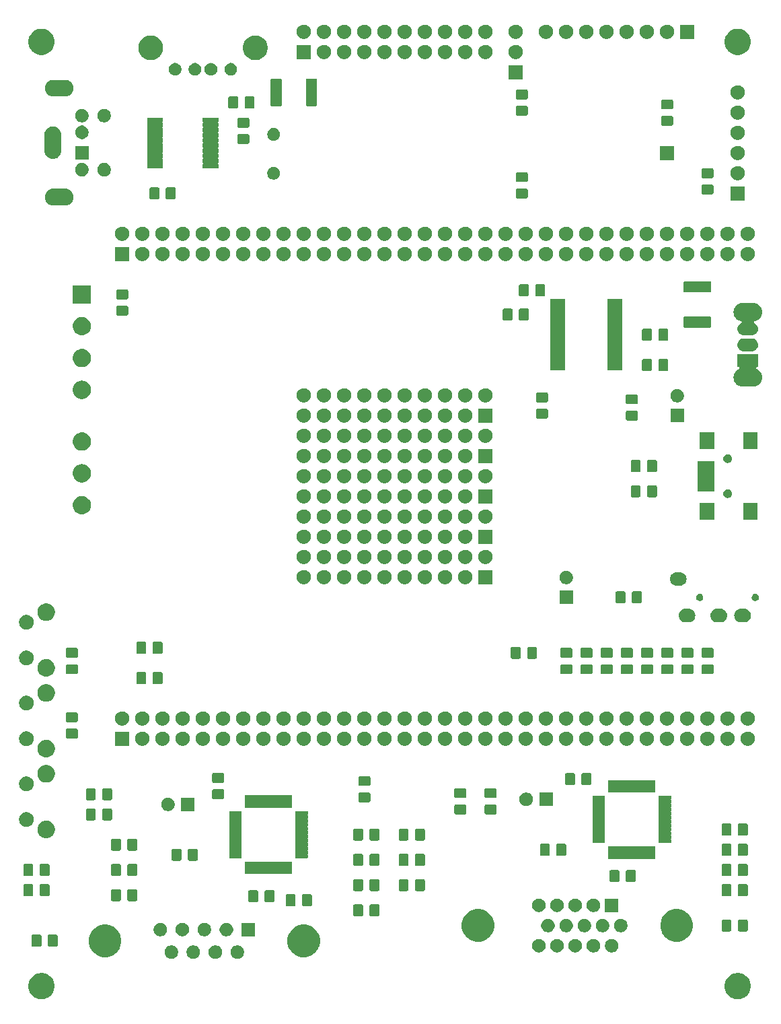
<source format=gbr>
G04 #@! TF.GenerationSoftware,KiCad,Pcbnew,5.1.5-52549c5~86~ubuntu18.04.1*
G04 #@! TF.CreationDate,2020-04-04T12:23:38+02:00*
G04 #@! TF.ProjectId,FPGC4IOboard,46504743-3449-44f6-926f-6172642e6b69,rev?*
G04 #@! TF.SameCoordinates,Original*
G04 #@! TF.FileFunction,Soldermask,Top*
G04 #@! TF.FilePolarity,Negative*
%FSLAX46Y46*%
G04 Gerber Fmt 4.6, Leading zero omitted, Abs format (unit mm)*
G04 Created by KiCad (PCBNEW 5.1.5-52549c5~86~ubuntu18.04.1) date 2020-04-04 12:23:38*
%MOMM*%
%LPD*%
G04 APERTURE LIST*
%ADD10C,0.100000*%
G04 APERTURE END LIST*
D10*
G36*
X166745256Y-153966298D02*
G01*
X166851579Y-153987447D01*
X167152042Y-154111903D01*
X167422451Y-154292585D01*
X167652415Y-154522549D01*
X167833097Y-154792958D01*
X167957553Y-155093421D01*
X168021000Y-155412391D01*
X168021000Y-155737609D01*
X167957553Y-156056579D01*
X167833097Y-156357042D01*
X167652415Y-156627451D01*
X167422451Y-156857415D01*
X167152042Y-157038097D01*
X166851579Y-157162553D01*
X166745256Y-157183702D01*
X166532611Y-157226000D01*
X166207389Y-157226000D01*
X165994744Y-157183702D01*
X165888421Y-157162553D01*
X165587958Y-157038097D01*
X165317549Y-156857415D01*
X165087585Y-156627451D01*
X164906903Y-156357042D01*
X164782447Y-156056579D01*
X164719000Y-155737609D01*
X164719000Y-155412391D01*
X164782447Y-155093421D01*
X164906903Y-154792958D01*
X165087585Y-154522549D01*
X165317549Y-154292585D01*
X165587958Y-154111903D01*
X165888421Y-153987447D01*
X165994744Y-153966298D01*
X166207389Y-153924000D01*
X166532611Y-153924000D01*
X166745256Y-153966298D01*
G37*
G36*
X79115256Y-153966298D02*
G01*
X79221579Y-153987447D01*
X79522042Y-154111903D01*
X79792451Y-154292585D01*
X80022415Y-154522549D01*
X80203097Y-154792958D01*
X80327553Y-155093421D01*
X80391000Y-155412391D01*
X80391000Y-155737609D01*
X80327553Y-156056579D01*
X80203097Y-156357042D01*
X80022415Y-156627451D01*
X79792451Y-156857415D01*
X79522042Y-157038097D01*
X79221579Y-157162553D01*
X79115256Y-157183702D01*
X78902611Y-157226000D01*
X78577389Y-157226000D01*
X78364744Y-157183702D01*
X78258421Y-157162553D01*
X77957958Y-157038097D01*
X77687549Y-156857415D01*
X77457585Y-156627451D01*
X77276903Y-156357042D01*
X77152447Y-156056579D01*
X77089000Y-155737609D01*
X77089000Y-155412391D01*
X77152447Y-155093421D01*
X77276903Y-154792958D01*
X77457585Y-154522549D01*
X77687549Y-154292585D01*
X77957958Y-154111903D01*
X78258421Y-153987447D01*
X78364744Y-153966298D01*
X78577389Y-153924000D01*
X78902611Y-153924000D01*
X79115256Y-153966298D01*
G37*
G36*
X98098228Y-150484703D02*
G01*
X98253100Y-150548853D01*
X98392481Y-150641985D01*
X98511015Y-150760519D01*
X98604147Y-150899900D01*
X98668297Y-151054772D01*
X98701000Y-151219184D01*
X98701000Y-151386816D01*
X98668297Y-151551228D01*
X98604147Y-151706100D01*
X98511015Y-151845481D01*
X98392481Y-151964015D01*
X98253100Y-152057147D01*
X98098228Y-152121297D01*
X97933816Y-152154000D01*
X97766184Y-152154000D01*
X97601772Y-152121297D01*
X97446900Y-152057147D01*
X97307519Y-151964015D01*
X97188985Y-151845481D01*
X97095853Y-151706100D01*
X97031703Y-151551228D01*
X96999000Y-151386816D01*
X96999000Y-151219184D01*
X97031703Y-151054772D01*
X97095853Y-150899900D01*
X97188985Y-150760519D01*
X97307519Y-150641985D01*
X97446900Y-150548853D01*
X97601772Y-150484703D01*
X97766184Y-150452000D01*
X97933816Y-150452000D01*
X98098228Y-150484703D01*
G37*
G36*
X95328228Y-150484703D02*
G01*
X95483100Y-150548853D01*
X95622481Y-150641985D01*
X95741015Y-150760519D01*
X95834147Y-150899900D01*
X95898297Y-151054772D01*
X95931000Y-151219184D01*
X95931000Y-151386816D01*
X95898297Y-151551228D01*
X95834147Y-151706100D01*
X95741015Y-151845481D01*
X95622481Y-151964015D01*
X95483100Y-152057147D01*
X95328228Y-152121297D01*
X95163816Y-152154000D01*
X94996184Y-152154000D01*
X94831772Y-152121297D01*
X94676900Y-152057147D01*
X94537519Y-151964015D01*
X94418985Y-151845481D01*
X94325853Y-151706100D01*
X94261703Y-151551228D01*
X94229000Y-151386816D01*
X94229000Y-151219184D01*
X94261703Y-151054772D01*
X94325853Y-150899900D01*
X94418985Y-150760519D01*
X94537519Y-150641985D01*
X94676900Y-150548853D01*
X94831772Y-150484703D01*
X94996184Y-150452000D01*
X95163816Y-150452000D01*
X95328228Y-150484703D01*
G37*
G36*
X100868228Y-150484703D02*
G01*
X101023100Y-150548853D01*
X101162481Y-150641985D01*
X101281015Y-150760519D01*
X101374147Y-150899900D01*
X101438297Y-151054772D01*
X101471000Y-151219184D01*
X101471000Y-151386816D01*
X101438297Y-151551228D01*
X101374147Y-151706100D01*
X101281015Y-151845481D01*
X101162481Y-151964015D01*
X101023100Y-152057147D01*
X100868228Y-152121297D01*
X100703816Y-152154000D01*
X100536184Y-152154000D01*
X100371772Y-152121297D01*
X100216900Y-152057147D01*
X100077519Y-151964015D01*
X99958985Y-151845481D01*
X99865853Y-151706100D01*
X99801703Y-151551228D01*
X99769000Y-151386816D01*
X99769000Y-151219184D01*
X99801703Y-151054772D01*
X99865853Y-150899900D01*
X99958985Y-150760519D01*
X100077519Y-150641985D01*
X100216900Y-150548853D01*
X100371772Y-150484703D01*
X100536184Y-150452000D01*
X100703816Y-150452000D01*
X100868228Y-150484703D01*
G37*
G36*
X103638228Y-150484703D02*
G01*
X103793100Y-150548853D01*
X103932481Y-150641985D01*
X104051015Y-150760519D01*
X104144147Y-150899900D01*
X104208297Y-151054772D01*
X104241000Y-151219184D01*
X104241000Y-151386816D01*
X104208297Y-151551228D01*
X104144147Y-151706100D01*
X104051015Y-151845481D01*
X103932481Y-151964015D01*
X103793100Y-152057147D01*
X103638228Y-152121297D01*
X103473816Y-152154000D01*
X103306184Y-152154000D01*
X103141772Y-152121297D01*
X102986900Y-152057147D01*
X102847519Y-151964015D01*
X102728985Y-151845481D01*
X102635853Y-151706100D01*
X102571703Y-151551228D01*
X102539000Y-151386816D01*
X102539000Y-151219184D01*
X102571703Y-151054772D01*
X102635853Y-150899900D01*
X102728985Y-150760519D01*
X102847519Y-150641985D01*
X102986900Y-150548853D01*
X103141772Y-150484703D01*
X103306184Y-150452000D01*
X103473816Y-150452000D01*
X103638228Y-150484703D01*
G37*
G36*
X112333254Y-147910818D02*
G01*
X112693170Y-148059900D01*
X112706513Y-148065427D01*
X113042436Y-148289884D01*
X113328116Y-148575564D01*
X113418765Y-148711229D01*
X113552574Y-148911489D01*
X113707182Y-149284746D01*
X113786000Y-149680993D01*
X113786000Y-150085007D01*
X113707182Y-150481254D01*
X113591506Y-150760520D01*
X113552573Y-150854513D01*
X113328116Y-151190436D01*
X113042436Y-151476116D01*
X112706513Y-151700573D01*
X112706512Y-151700574D01*
X112706511Y-151700574D01*
X112333254Y-151855182D01*
X111937007Y-151934000D01*
X111532993Y-151934000D01*
X111136746Y-151855182D01*
X110763489Y-151700574D01*
X110763488Y-151700574D01*
X110763487Y-151700573D01*
X110427564Y-151476116D01*
X110141884Y-151190436D01*
X109917427Y-150854513D01*
X109878494Y-150760520D01*
X109762818Y-150481254D01*
X109684000Y-150085007D01*
X109684000Y-149680993D01*
X109762818Y-149284746D01*
X109917426Y-148911489D01*
X110051236Y-148711229D01*
X110141884Y-148575564D01*
X110427564Y-148289884D01*
X110763487Y-148065427D01*
X110776830Y-148059900D01*
X111136746Y-147910818D01*
X111532993Y-147832000D01*
X111937007Y-147832000D01*
X112333254Y-147910818D01*
G37*
G36*
X87333254Y-147910818D02*
G01*
X87693170Y-148059900D01*
X87706513Y-148065427D01*
X88042436Y-148289884D01*
X88328116Y-148575564D01*
X88418765Y-148711229D01*
X88552574Y-148911489D01*
X88707182Y-149284746D01*
X88786000Y-149680993D01*
X88786000Y-150085007D01*
X88707182Y-150481254D01*
X88591506Y-150760520D01*
X88552573Y-150854513D01*
X88328116Y-151190436D01*
X88042436Y-151476116D01*
X87706513Y-151700573D01*
X87706512Y-151700574D01*
X87706511Y-151700574D01*
X87333254Y-151855182D01*
X86937007Y-151934000D01*
X86532993Y-151934000D01*
X86136746Y-151855182D01*
X85763489Y-151700574D01*
X85763488Y-151700574D01*
X85763487Y-151700573D01*
X85427564Y-151476116D01*
X85141884Y-151190436D01*
X84917427Y-150854513D01*
X84878494Y-150760520D01*
X84762818Y-150481254D01*
X84684000Y-150085007D01*
X84684000Y-149680993D01*
X84762818Y-149284746D01*
X84917426Y-148911489D01*
X85051236Y-148711229D01*
X85141884Y-148575564D01*
X85427564Y-148289884D01*
X85763487Y-148065427D01*
X85776830Y-148059900D01*
X86136746Y-147910818D01*
X86532993Y-147832000D01*
X86937007Y-147832000D01*
X87333254Y-147910818D01*
G37*
G36*
X143873228Y-149674303D02*
G01*
X144028100Y-149738453D01*
X144167481Y-149831585D01*
X144286015Y-149950119D01*
X144379147Y-150089500D01*
X144443297Y-150244372D01*
X144476000Y-150408784D01*
X144476000Y-150576416D01*
X144443297Y-150740828D01*
X144379147Y-150895700D01*
X144286015Y-151035081D01*
X144167481Y-151153615D01*
X144028100Y-151246747D01*
X143873228Y-151310897D01*
X143708816Y-151343600D01*
X143541184Y-151343600D01*
X143376772Y-151310897D01*
X143221900Y-151246747D01*
X143082519Y-151153615D01*
X142963985Y-151035081D01*
X142870853Y-150895700D01*
X142806703Y-150740828D01*
X142774000Y-150576416D01*
X142774000Y-150408784D01*
X142806703Y-150244372D01*
X142870853Y-150089500D01*
X142963985Y-149950119D01*
X143082519Y-149831585D01*
X143221900Y-149738453D01*
X143376772Y-149674303D01*
X143541184Y-149641600D01*
X143708816Y-149641600D01*
X143873228Y-149674303D01*
G37*
G36*
X141583228Y-149674303D02*
G01*
X141738100Y-149738453D01*
X141877481Y-149831585D01*
X141996015Y-149950119D01*
X142089147Y-150089500D01*
X142153297Y-150244372D01*
X142186000Y-150408784D01*
X142186000Y-150576416D01*
X142153297Y-150740828D01*
X142089147Y-150895700D01*
X141996015Y-151035081D01*
X141877481Y-151153615D01*
X141738100Y-151246747D01*
X141583228Y-151310897D01*
X141418816Y-151343600D01*
X141251184Y-151343600D01*
X141086772Y-151310897D01*
X140931900Y-151246747D01*
X140792519Y-151153615D01*
X140673985Y-151035081D01*
X140580853Y-150895700D01*
X140516703Y-150740828D01*
X140484000Y-150576416D01*
X140484000Y-150408784D01*
X140516703Y-150244372D01*
X140580853Y-150089500D01*
X140673985Y-149950119D01*
X140792519Y-149831585D01*
X140931900Y-149738453D01*
X141086772Y-149674303D01*
X141251184Y-149641600D01*
X141418816Y-149641600D01*
X141583228Y-149674303D01*
G37*
G36*
X146163228Y-149674303D02*
G01*
X146318100Y-149738453D01*
X146457481Y-149831585D01*
X146576015Y-149950119D01*
X146669147Y-150089500D01*
X146733297Y-150244372D01*
X146766000Y-150408784D01*
X146766000Y-150576416D01*
X146733297Y-150740828D01*
X146669147Y-150895700D01*
X146576015Y-151035081D01*
X146457481Y-151153615D01*
X146318100Y-151246747D01*
X146163228Y-151310897D01*
X145998816Y-151343600D01*
X145831184Y-151343600D01*
X145666772Y-151310897D01*
X145511900Y-151246747D01*
X145372519Y-151153615D01*
X145253985Y-151035081D01*
X145160853Y-150895700D01*
X145096703Y-150740828D01*
X145064000Y-150576416D01*
X145064000Y-150408784D01*
X145096703Y-150244372D01*
X145160853Y-150089500D01*
X145253985Y-149950119D01*
X145372519Y-149831585D01*
X145511900Y-149738453D01*
X145666772Y-149674303D01*
X145831184Y-149641600D01*
X145998816Y-149641600D01*
X146163228Y-149674303D01*
G37*
G36*
X148453228Y-149674303D02*
G01*
X148608100Y-149738453D01*
X148747481Y-149831585D01*
X148866015Y-149950119D01*
X148959147Y-150089500D01*
X149023297Y-150244372D01*
X149056000Y-150408784D01*
X149056000Y-150576416D01*
X149023297Y-150740828D01*
X148959147Y-150895700D01*
X148866015Y-151035081D01*
X148747481Y-151153615D01*
X148608100Y-151246747D01*
X148453228Y-151310897D01*
X148288816Y-151343600D01*
X148121184Y-151343600D01*
X147956772Y-151310897D01*
X147801900Y-151246747D01*
X147662519Y-151153615D01*
X147543985Y-151035081D01*
X147450853Y-150895700D01*
X147386703Y-150740828D01*
X147354000Y-150576416D01*
X147354000Y-150408784D01*
X147386703Y-150244372D01*
X147450853Y-150089500D01*
X147543985Y-149950119D01*
X147662519Y-149831585D01*
X147801900Y-149738453D01*
X147956772Y-149674303D01*
X148121184Y-149641600D01*
X148288816Y-149641600D01*
X148453228Y-149674303D01*
G37*
G36*
X150743228Y-149674303D02*
G01*
X150898100Y-149738453D01*
X151037481Y-149831585D01*
X151156015Y-149950119D01*
X151249147Y-150089500D01*
X151313297Y-150244372D01*
X151346000Y-150408784D01*
X151346000Y-150576416D01*
X151313297Y-150740828D01*
X151249147Y-150895700D01*
X151156015Y-151035081D01*
X151037481Y-151153615D01*
X150898100Y-151246747D01*
X150743228Y-151310897D01*
X150578816Y-151343600D01*
X150411184Y-151343600D01*
X150246772Y-151310897D01*
X150091900Y-151246747D01*
X149952519Y-151153615D01*
X149833985Y-151035081D01*
X149740853Y-150895700D01*
X149676703Y-150740828D01*
X149644000Y-150576416D01*
X149644000Y-150408784D01*
X149676703Y-150244372D01*
X149740853Y-150089500D01*
X149833985Y-149950119D01*
X149952519Y-149831585D01*
X150091900Y-149738453D01*
X150246772Y-149674303D01*
X150411184Y-149641600D01*
X150578816Y-149641600D01*
X150743228Y-149674303D01*
G37*
G36*
X80618674Y-149113465D02*
G01*
X80656367Y-149124899D01*
X80691103Y-149143466D01*
X80721548Y-149168452D01*
X80746534Y-149198897D01*
X80765101Y-149233633D01*
X80776535Y-149271326D01*
X80781000Y-149316661D01*
X80781000Y-150403339D01*
X80776535Y-150448674D01*
X80765101Y-150486367D01*
X80746534Y-150521103D01*
X80721548Y-150551548D01*
X80691103Y-150576534D01*
X80656367Y-150595101D01*
X80618674Y-150606535D01*
X80573339Y-150611000D01*
X79736661Y-150611000D01*
X79691326Y-150606535D01*
X79653633Y-150595101D01*
X79618897Y-150576534D01*
X79588452Y-150551548D01*
X79563466Y-150521103D01*
X79544899Y-150486367D01*
X79533465Y-150448674D01*
X79529000Y-150403339D01*
X79529000Y-149316661D01*
X79533465Y-149271326D01*
X79544899Y-149233633D01*
X79563466Y-149198897D01*
X79588452Y-149168452D01*
X79618897Y-149143466D01*
X79653633Y-149124899D01*
X79691326Y-149113465D01*
X79736661Y-149109000D01*
X80573339Y-149109000D01*
X80618674Y-149113465D01*
G37*
G36*
X78568674Y-149113465D02*
G01*
X78606367Y-149124899D01*
X78641103Y-149143466D01*
X78671548Y-149168452D01*
X78696534Y-149198897D01*
X78715101Y-149233633D01*
X78726535Y-149271326D01*
X78731000Y-149316661D01*
X78731000Y-150403339D01*
X78726535Y-150448674D01*
X78715101Y-150486367D01*
X78696534Y-150521103D01*
X78671548Y-150551548D01*
X78641103Y-150576534D01*
X78606367Y-150595101D01*
X78568674Y-150606535D01*
X78523339Y-150611000D01*
X77686661Y-150611000D01*
X77641326Y-150606535D01*
X77603633Y-150595101D01*
X77568897Y-150576534D01*
X77538452Y-150551548D01*
X77513466Y-150521103D01*
X77494899Y-150486367D01*
X77483465Y-150448674D01*
X77479000Y-150403339D01*
X77479000Y-149316661D01*
X77483465Y-149271326D01*
X77494899Y-149233633D01*
X77513466Y-149198897D01*
X77538452Y-149168452D01*
X77568897Y-149143466D01*
X77603633Y-149124899D01*
X77641326Y-149113465D01*
X77686661Y-149109000D01*
X78523339Y-149109000D01*
X78568674Y-149113465D01*
G37*
G36*
X134278254Y-145980418D02*
G01*
X134651511Y-146135026D01*
X134651513Y-146135027D01*
X134987436Y-146359484D01*
X135273116Y-146645164D01*
X135323977Y-146721282D01*
X135497574Y-146981089D01*
X135652182Y-147354346D01*
X135731000Y-147750593D01*
X135731000Y-148154607D01*
X135652182Y-148550854D01*
X135560541Y-148772095D01*
X135497573Y-148924113D01*
X135273116Y-149260036D01*
X134987436Y-149545716D01*
X134651513Y-149770173D01*
X134651512Y-149770174D01*
X134651511Y-149770174D01*
X134278254Y-149924782D01*
X133882007Y-150003600D01*
X133477993Y-150003600D01*
X133081746Y-149924782D01*
X132708489Y-149770174D01*
X132708488Y-149770174D01*
X132708487Y-149770173D01*
X132372564Y-149545716D01*
X132086884Y-149260036D01*
X131862427Y-148924113D01*
X131799459Y-148772095D01*
X131707818Y-148550854D01*
X131629000Y-148154607D01*
X131629000Y-147750593D01*
X131707818Y-147354346D01*
X131862426Y-146981089D01*
X132036024Y-146721282D01*
X132086884Y-146645164D01*
X132372564Y-146359484D01*
X132708487Y-146135027D01*
X132708489Y-146135026D01*
X133081746Y-145980418D01*
X133477993Y-145901600D01*
X133882007Y-145901600D01*
X134278254Y-145980418D01*
G37*
G36*
X159278254Y-145980418D02*
G01*
X159651511Y-146135026D01*
X159651513Y-146135027D01*
X159987436Y-146359484D01*
X160273116Y-146645164D01*
X160323977Y-146721282D01*
X160497574Y-146981089D01*
X160652182Y-147354346D01*
X160731000Y-147750593D01*
X160731000Y-148154607D01*
X160652182Y-148550854D01*
X160560541Y-148772095D01*
X160497573Y-148924113D01*
X160273116Y-149260036D01*
X159987436Y-149545716D01*
X159651513Y-149770173D01*
X159651512Y-149770174D01*
X159651511Y-149770174D01*
X159278254Y-149924782D01*
X158882007Y-150003600D01*
X158477993Y-150003600D01*
X158081746Y-149924782D01*
X157708489Y-149770174D01*
X157708488Y-149770174D01*
X157708487Y-149770173D01*
X157372564Y-149545716D01*
X157086884Y-149260036D01*
X156862427Y-148924113D01*
X156799459Y-148772095D01*
X156707818Y-148550854D01*
X156629000Y-148154607D01*
X156629000Y-147750593D01*
X156707818Y-147354346D01*
X156862426Y-146981089D01*
X157036024Y-146721282D01*
X157086884Y-146645164D01*
X157372564Y-146359484D01*
X157708487Y-146135027D01*
X157708489Y-146135026D01*
X158081746Y-145980418D01*
X158477993Y-145901600D01*
X158882007Y-145901600D01*
X159278254Y-145980418D01*
G37*
G36*
X99483228Y-147644703D02*
G01*
X99638100Y-147708853D01*
X99777481Y-147801985D01*
X99896015Y-147920519D01*
X99989147Y-148059900D01*
X100053297Y-148214772D01*
X100086000Y-148379184D01*
X100086000Y-148546816D01*
X100053297Y-148711228D01*
X99989147Y-148866100D01*
X99896015Y-149005481D01*
X99777481Y-149124015D01*
X99638100Y-149217147D01*
X99483228Y-149281297D01*
X99318816Y-149314000D01*
X99151184Y-149314000D01*
X98986772Y-149281297D01*
X98831900Y-149217147D01*
X98692519Y-149124015D01*
X98573985Y-149005481D01*
X98480853Y-148866100D01*
X98416703Y-148711228D01*
X98384000Y-148546816D01*
X98384000Y-148379184D01*
X98416703Y-148214772D01*
X98480853Y-148059900D01*
X98573985Y-147920519D01*
X98692519Y-147801985D01*
X98831900Y-147708853D01*
X98986772Y-147644703D01*
X99151184Y-147612000D01*
X99318816Y-147612000D01*
X99483228Y-147644703D01*
G37*
G36*
X96713228Y-147644703D02*
G01*
X96868100Y-147708853D01*
X97007481Y-147801985D01*
X97126015Y-147920519D01*
X97219147Y-148059900D01*
X97283297Y-148214772D01*
X97316000Y-148379184D01*
X97316000Y-148546816D01*
X97283297Y-148711228D01*
X97219147Y-148866100D01*
X97126015Y-149005481D01*
X97007481Y-149124015D01*
X96868100Y-149217147D01*
X96713228Y-149281297D01*
X96548816Y-149314000D01*
X96381184Y-149314000D01*
X96216772Y-149281297D01*
X96061900Y-149217147D01*
X95922519Y-149124015D01*
X95803985Y-149005481D01*
X95710853Y-148866100D01*
X95646703Y-148711228D01*
X95614000Y-148546816D01*
X95614000Y-148379184D01*
X95646703Y-148214772D01*
X95710853Y-148059900D01*
X95803985Y-147920519D01*
X95922519Y-147801985D01*
X96061900Y-147708853D01*
X96216772Y-147644703D01*
X96381184Y-147612000D01*
X96548816Y-147612000D01*
X96713228Y-147644703D01*
G37*
G36*
X102253228Y-147644703D02*
G01*
X102408100Y-147708853D01*
X102547481Y-147801985D01*
X102666015Y-147920519D01*
X102759147Y-148059900D01*
X102823297Y-148214772D01*
X102856000Y-148379184D01*
X102856000Y-148546816D01*
X102823297Y-148711228D01*
X102759147Y-148866100D01*
X102666015Y-149005481D01*
X102547481Y-149124015D01*
X102408100Y-149217147D01*
X102253228Y-149281297D01*
X102088816Y-149314000D01*
X101921184Y-149314000D01*
X101756772Y-149281297D01*
X101601900Y-149217147D01*
X101462519Y-149124015D01*
X101343985Y-149005481D01*
X101250853Y-148866100D01*
X101186703Y-148711228D01*
X101154000Y-148546816D01*
X101154000Y-148379184D01*
X101186703Y-148214772D01*
X101250853Y-148059900D01*
X101343985Y-147920519D01*
X101462519Y-147801985D01*
X101601900Y-147708853D01*
X101756772Y-147644703D01*
X101921184Y-147612000D01*
X102088816Y-147612000D01*
X102253228Y-147644703D01*
G37*
G36*
X105626000Y-149314000D02*
G01*
X103924000Y-149314000D01*
X103924000Y-147612000D01*
X105626000Y-147612000D01*
X105626000Y-149314000D01*
G37*
G36*
X93943228Y-147644703D02*
G01*
X94098100Y-147708853D01*
X94237481Y-147801985D01*
X94356015Y-147920519D01*
X94449147Y-148059900D01*
X94513297Y-148214772D01*
X94546000Y-148379184D01*
X94546000Y-148546816D01*
X94513297Y-148711228D01*
X94449147Y-148866100D01*
X94356015Y-149005481D01*
X94237481Y-149124015D01*
X94098100Y-149217147D01*
X93943228Y-149281297D01*
X93778816Y-149314000D01*
X93611184Y-149314000D01*
X93446772Y-149281297D01*
X93291900Y-149217147D01*
X93152519Y-149124015D01*
X93033985Y-149005481D01*
X92940853Y-148866100D01*
X92876703Y-148711228D01*
X92844000Y-148546816D01*
X92844000Y-148379184D01*
X92876703Y-148214772D01*
X92940853Y-148059900D01*
X93033985Y-147920519D01*
X93152519Y-147801985D01*
X93291900Y-147708853D01*
X93446772Y-147644703D01*
X93611184Y-147612000D01*
X93778816Y-147612000D01*
X93943228Y-147644703D01*
G37*
G36*
X142728228Y-147135503D02*
G01*
X142883100Y-147199653D01*
X143022481Y-147292785D01*
X143141015Y-147411319D01*
X143234147Y-147550700D01*
X143298297Y-147705572D01*
X143331000Y-147869984D01*
X143331000Y-148037616D01*
X143298297Y-148202028D01*
X143234147Y-148356900D01*
X143141015Y-148496281D01*
X143022481Y-148614815D01*
X142883100Y-148707947D01*
X142728228Y-148772097D01*
X142563816Y-148804800D01*
X142396184Y-148804800D01*
X142231772Y-148772097D01*
X142076900Y-148707947D01*
X141937519Y-148614815D01*
X141818985Y-148496281D01*
X141725853Y-148356900D01*
X141661703Y-148202028D01*
X141629000Y-148037616D01*
X141629000Y-147869984D01*
X141661703Y-147705572D01*
X141725853Y-147550700D01*
X141818985Y-147411319D01*
X141937519Y-147292785D01*
X142076900Y-147199653D01*
X142231772Y-147135503D01*
X142396184Y-147102800D01*
X142563816Y-147102800D01*
X142728228Y-147135503D01*
G37*
G36*
X145018228Y-147135503D02*
G01*
X145173100Y-147199653D01*
X145312481Y-147292785D01*
X145431015Y-147411319D01*
X145524147Y-147550700D01*
X145588297Y-147705572D01*
X145621000Y-147869984D01*
X145621000Y-148037616D01*
X145588297Y-148202028D01*
X145524147Y-148356900D01*
X145431015Y-148496281D01*
X145312481Y-148614815D01*
X145173100Y-148707947D01*
X145018228Y-148772097D01*
X144853816Y-148804800D01*
X144686184Y-148804800D01*
X144521772Y-148772097D01*
X144366900Y-148707947D01*
X144227519Y-148614815D01*
X144108985Y-148496281D01*
X144015853Y-148356900D01*
X143951703Y-148202028D01*
X143919000Y-148037616D01*
X143919000Y-147869984D01*
X143951703Y-147705572D01*
X144015853Y-147550700D01*
X144108985Y-147411319D01*
X144227519Y-147292785D01*
X144366900Y-147199653D01*
X144521772Y-147135503D01*
X144686184Y-147102800D01*
X144853816Y-147102800D01*
X145018228Y-147135503D01*
G37*
G36*
X151888228Y-147135503D02*
G01*
X152043100Y-147199653D01*
X152182481Y-147292785D01*
X152301015Y-147411319D01*
X152394147Y-147550700D01*
X152458297Y-147705572D01*
X152491000Y-147869984D01*
X152491000Y-148037616D01*
X152458297Y-148202028D01*
X152394147Y-148356900D01*
X152301015Y-148496281D01*
X152182481Y-148614815D01*
X152043100Y-148707947D01*
X151888228Y-148772097D01*
X151723816Y-148804800D01*
X151556184Y-148804800D01*
X151391772Y-148772097D01*
X151236900Y-148707947D01*
X151097519Y-148614815D01*
X150978985Y-148496281D01*
X150885853Y-148356900D01*
X150821703Y-148202028D01*
X150789000Y-148037616D01*
X150789000Y-147869984D01*
X150821703Y-147705572D01*
X150885853Y-147550700D01*
X150978985Y-147411319D01*
X151097519Y-147292785D01*
X151236900Y-147199653D01*
X151391772Y-147135503D01*
X151556184Y-147102800D01*
X151723816Y-147102800D01*
X151888228Y-147135503D01*
G37*
G36*
X149598228Y-147135503D02*
G01*
X149753100Y-147199653D01*
X149892481Y-147292785D01*
X150011015Y-147411319D01*
X150104147Y-147550700D01*
X150168297Y-147705572D01*
X150201000Y-147869984D01*
X150201000Y-148037616D01*
X150168297Y-148202028D01*
X150104147Y-148356900D01*
X150011015Y-148496281D01*
X149892481Y-148614815D01*
X149753100Y-148707947D01*
X149598228Y-148772097D01*
X149433816Y-148804800D01*
X149266184Y-148804800D01*
X149101772Y-148772097D01*
X148946900Y-148707947D01*
X148807519Y-148614815D01*
X148688985Y-148496281D01*
X148595853Y-148356900D01*
X148531703Y-148202028D01*
X148499000Y-148037616D01*
X148499000Y-147869984D01*
X148531703Y-147705572D01*
X148595853Y-147550700D01*
X148688985Y-147411319D01*
X148807519Y-147292785D01*
X148946900Y-147199653D01*
X149101772Y-147135503D01*
X149266184Y-147102800D01*
X149433816Y-147102800D01*
X149598228Y-147135503D01*
G37*
G36*
X147308228Y-147135503D02*
G01*
X147463100Y-147199653D01*
X147602481Y-147292785D01*
X147721015Y-147411319D01*
X147814147Y-147550700D01*
X147878297Y-147705572D01*
X147911000Y-147869984D01*
X147911000Y-148037616D01*
X147878297Y-148202028D01*
X147814147Y-148356900D01*
X147721015Y-148496281D01*
X147602481Y-148614815D01*
X147463100Y-148707947D01*
X147308228Y-148772097D01*
X147143816Y-148804800D01*
X146976184Y-148804800D01*
X146811772Y-148772097D01*
X146656900Y-148707947D01*
X146517519Y-148614815D01*
X146398985Y-148496281D01*
X146305853Y-148356900D01*
X146241703Y-148202028D01*
X146209000Y-148037616D01*
X146209000Y-147869984D01*
X146241703Y-147705572D01*
X146305853Y-147550700D01*
X146398985Y-147411319D01*
X146517519Y-147292785D01*
X146656900Y-147199653D01*
X146811772Y-147135503D01*
X146976184Y-147102800D01*
X147143816Y-147102800D01*
X147308228Y-147135503D01*
G37*
G36*
X165418674Y-147208465D02*
G01*
X165456367Y-147219899D01*
X165491103Y-147238466D01*
X165521548Y-147263452D01*
X165546534Y-147293897D01*
X165565101Y-147328633D01*
X165576535Y-147366326D01*
X165581000Y-147411661D01*
X165581000Y-148498339D01*
X165576535Y-148543674D01*
X165565101Y-148581367D01*
X165546534Y-148616103D01*
X165521548Y-148646548D01*
X165491103Y-148671534D01*
X165456367Y-148690101D01*
X165418674Y-148701535D01*
X165373339Y-148706000D01*
X164536661Y-148706000D01*
X164491326Y-148701535D01*
X164453633Y-148690101D01*
X164418897Y-148671534D01*
X164388452Y-148646548D01*
X164363466Y-148616103D01*
X164344899Y-148581367D01*
X164333465Y-148543674D01*
X164329000Y-148498339D01*
X164329000Y-147411661D01*
X164333465Y-147366326D01*
X164344899Y-147328633D01*
X164363466Y-147293897D01*
X164388452Y-147263452D01*
X164418897Y-147238466D01*
X164453633Y-147219899D01*
X164491326Y-147208465D01*
X164536661Y-147204000D01*
X165373339Y-147204000D01*
X165418674Y-147208465D01*
G37*
G36*
X167468674Y-147208465D02*
G01*
X167506367Y-147219899D01*
X167541103Y-147238466D01*
X167571548Y-147263452D01*
X167596534Y-147293897D01*
X167615101Y-147328633D01*
X167626535Y-147366326D01*
X167631000Y-147411661D01*
X167631000Y-148498339D01*
X167626535Y-148543674D01*
X167615101Y-148581367D01*
X167596534Y-148616103D01*
X167571548Y-148646548D01*
X167541103Y-148671534D01*
X167506367Y-148690101D01*
X167468674Y-148701535D01*
X167423339Y-148706000D01*
X166586661Y-148706000D01*
X166541326Y-148701535D01*
X166503633Y-148690101D01*
X166468897Y-148671534D01*
X166438452Y-148646548D01*
X166413466Y-148616103D01*
X166394899Y-148581367D01*
X166383465Y-148543674D01*
X166379000Y-148498339D01*
X166379000Y-147411661D01*
X166383465Y-147366326D01*
X166394899Y-147328633D01*
X166413466Y-147293897D01*
X166438452Y-147263452D01*
X166468897Y-147238466D01*
X166503633Y-147219899D01*
X166541326Y-147208465D01*
X166586661Y-147204000D01*
X167423339Y-147204000D01*
X167468674Y-147208465D01*
G37*
G36*
X119063674Y-145303465D02*
G01*
X119101367Y-145314899D01*
X119136103Y-145333466D01*
X119166548Y-145358452D01*
X119191534Y-145388897D01*
X119210101Y-145423633D01*
X119221535Y-145461326D01*
X119226000Y-145506661D01*
X119226000Y-146593339D01*
X119221535Y-146638674D01*
X119210101Y-146676367D01*
X119191534Y-146711103D01*
X119166548Y-146741548D01*
X119136103Y-146766534D01*
X119101367Y-146785101D01*
X119063674Y-146796535D01*
X119018339Y-146801000D01*
X118181661Y-146801000D01*
X118136326Y-146796535D01*
X118098633Y-146785101D01*
X118063897Y-146766534D01*
X118033452Y-146741548D01*
X118008466Y-146711103D01*
X117989899Y-146676367D01*
X117978465Y-146638674D01*
X117974000Y-146593339D01*
X117974000Y-145506661D01*
X117978465Y-145461326D01*
X117989899Y-145423633D01*
X118008466Y-145388897D01*
X118033452Y-145358452D01*
X118063897Y-145333466D01*
X118098633Y-145314899D01*
X118136326Y-145303465D01*
X118181661Y-145299000D01*
X119018339Y-145299000D01*
X119063674Y-145303465D01*
G37*
G36*
X121113674Y-145303465D02*
G01*
X121151367Y-145314899D01*
X121186103Y-145333466D01*
X121216548Y-145358452D01*
X121241534Y-145388897D01*
X121260101Y-145423633D01*
X121271535Y-145461326D01*
X121276000Y-145506661D01*
X121276000Y-146593339D01*
X121271535Y-146638674D01*
X121260101Y-146676367D01*
X121241534Y-146711103D01*
X121216548Y-146741548D01*
X121186103Y-146766534D01*
X121151367Y-146785101D01*
X121113674Y-146796535D01*
X121068339Y-146801000D01*
X120231661Y-146801000D01*
X120186326Y-146796535D01*
X120148633Y-146785101D01*
X120113897Y-146766534D01*
X120083452Y-146741548D01*
X120058466Y-146711103D01*
X120039899Y-146676367D01*
X120028465Y-146638674D01*
X120024000Y-146593339D01*
X120024000Y-145506661D01*
X120028465Y-145461326D01*
X120039899Y-145423633D01*
X120058466Y-145388897D01*
X120083452Y-145358452D01*
X120113897Y-145333466D01*
X120148633Y-145314899D01*
X120186326Y-145303465D01*
X120231661Y-145299000D01*
X121068339Y-145299000D01*
X121113674Y-145303465D01*
G37*
G36*
X146163228Y-144596703D02*
G01*
X146318100Y-144660853D01*
X146457481Y-144753985D01*
X146576015Y-144872519D01*
X146669147Y-145011900D01*
X146733297Y-145166772D01*
X146766000Y-145331184D01*
X146766000Y-145498816D01*
X146733297Y-145663228D01*
X146669147Y-145818100D01*
X146576015Y-145957481D01*
X146457481Y-146076015D01*
X146318100Y-146169147D01*
X146163228Y-146233297D01*
X145998816Y-146266000D01*
X145831184Y-146266000D01*
X145666772Y-146233297D01*
X145511900Y-146169147D01*
X145372519Y-146076015D01*
X145253985Y-145957481D01*
X145160853Y-145818100D01*
X145096703Y-145663228D01*
X145064000Y-145498816D01*
X145064000Y-145331184D01*
X145096703Y-145166772D01*
X145160853Y-145011900D01*
X145253985Y-144872519D01*
X145372519Y-144753985D01*
X145511900Y-144660853D01*
X145666772Y-144596703D01*
X145831184Y-144564000D01*
X145998816Y-144564000D01*
X146163228Y-144596703D01*
G37*
G36*
X148453228Y-144596703D02*
G01*
X148608100Y-144660853D01*
X148747481Y-144753985D01*
X148866015Y-144872519D01*
X148959147Y-145011900D01*
X149023297Y-145166772D01*
X149056000Y-145331184D01*
X149056000Y-145498816D01*
X149023297Y-145663228D01*
X148959147Y-145818100D01*
X148866015Y-145957481D01*
X148747481Y-146076015D01*
X148608100Y-146169147D01*
X148453228Y-146233297D01*
X148288816Y-146266000D01*
X148121184Y-146266000D01*
X147956772Y-146233297D01*
X147801900Y-146169147D01*
X147662519Y-146076015D01*
X147543985Y-145957481D01*
X147450853Y-145818100D01*
X147386703Y-145663228D01*
X147354000Y-145498816D01*
X147354000Y-145331184D01*
X147386703Y-145166772D01*
X147450853Y-145011900D01*
X147543985Y-144872519D01*
X147662519Y-144753985D01*
X147801900Y-144660853D01*
X147956772Y-144596703D01*
X148121184Y-144564000D01*
X148288816Y-144564000D01*
X148453228Y-144596703D01*
G37*
G36*
X151346000Y-146266000D02*
G01*
X149644000Y-146266000D01*
X149644000Y-144564000D01*
X151346000Y-144564000D01*
X151346000Y-146266000D01*
G37*
G36*
X141583228Y-144596703D02*
G01*
X141738100Y-144660853D01*
X141877481Y-144753985D01*
X141996015Y-144872519D01*
X142089147Y-145011900D01*
X142153297Y-145166772D01*
X142186000Y-145331184D01*
X142186000Y-145498816D01*
X142153297Y-145663228D01*
X142089147Y-145818100D01*
X141996015Y-145957481D01*
X141877481Y-146076015D01*
X141738100Y-146169147D01*
X141583228Y-146233297D01*
X141418816Y-146266000D01*
X141251184Y-146266000D01*
X141086772Y-146233297D01*
X140931900Y-146169147D01*
X140792519Y-146076015D01*
X140673985Y-145957481D01*
X140580853Y-145818100D01*
X140516703Y-145663228D01*
X140484000Y-145498816D01*
X140484000Y-145331184D01*
X140516703Y-145166772D01*
X140580853Y-145011900D01*
X140673985Y-144872519D01*
X140792519Y-144753985D01*
X140931900Y-144660853D01*
X141086772Y-144596703D01*
X141251184Y-144564000D01*
X141418816Y-144564000D01*
X141583228Y-144596703D01*
G37*
G36*
X143873228Y-144596703D02*
G01*
X144028100Y-144660853D01*
X144167481Y-144753985D01*
X144286015Y-144872519D01*
X144379147Y-145011900D01*
X144443297Y-145166772D01*
X144476000Y-145331184D01*
X144476000Y-145498816D01*
X144443297Y-145663228D01*
X144379147Y-145818100D01*
X144286015Y-145957481D01*
X144167481Y-146076015D01*
X144028100Y-146169147D01*
X143873228Y-146233297D01*
X143708816Y-146266000D01*
X143541184Y-146266000D01*
X143376772Y-146233297D01*
X143221900Y-146169147D01*
X143082519Y-146076015D01*
X142963985Y-145957481D01*
X142870853Y-145818100D01*
X142806703Y-145663228D01*
X142774000Y-145498816D01*
X142774000Y-145331184D01*
X142806703Y-145166772D01*
X142870853Y-145011900D01*
X142963985Y-144872519D01*
X143082519Y-144753985D01*
X143221900Y-144660853D01*
X143376772Y-144596703D01*
X143541184Y-144564000D01*
X143708816Y-144564000D01*
X143873228Y-144596703D01*
G37*
G36*
X112613674Y-144033465D02*
G01*
X112651367Y-144044899D01*
X112686103Y-144063466D01*
X112716548Y-144088452D01*
X112741534Y-144118897D01*
X112760101Y-144153633D01*
X112771535Y-144191326D01*
X112776000Y-144236661D01*
X112776000Y-145323339D01*
X112771535Y-145368674D01*
X112760101Y-145406367D01*
X112741534Y-145441103D01*
X112716548Y-145471548D01*
X112686103Y-145496534D01*
X112651367Y-145515101D01*
X112613674Y-145526535D01*
X112568339Y-145531000D01*
X111731661Y-145531000D01*
X111686326Y-145526535D01*
X111648633Y-145515101D01*
X111613897Y-145496534D01*
X111583452Y-145471548D01*
X111558466Y-145441103D01*
X111539899Y-145406367D01*
X111528465Y-145368674D01*
X111524000Y-145323339D01*
X111524000Y-144236661D01*
X111528465Y-144191326D01*
X111539899Y-144153633D01*
X111558466Y-144118897D01*
X111583452Y-144088452D01*
X111613897Y-144063466D01*
X111648633Y-144044899D01*
X111686326Y-144033465D01*
X111731661Y-144029000D01*
X112568339Y-144029000D01*
X112613674Y-144033465D01*
G37*
G36*
X110563674Y-144033465D02*
G01*
X110601367Y-144044899D01*
X110636103Y-144063466D01*
X110666548Y-144088452D01*
X110691534Y-144118897D01*
X110710101Y-144153633D01*
X110721535Y-144191326D01*
X110726000Y-144236661D01*
X110726000Y-145323339D01*
X110721535Y-145368674D01*
X110710101Y-145406367D01*
X110691534Y-145441103D01*
X110666548Y-145471548D01*
X110636103Y-145496534D01*
X110601367Y-145515101D01*
X110563674Y-145526535D01*
X110518339Y-145531000D01*
X109681661Y-145531000D01*
X109636326Y-145526535D01*
X109598633Y-145515101D01*
X109563897Y-145496534D01*
X109533452Y-145471548D01*
X109508466Y-145441103D01*
X109489899Y-145406367D01*
X109478465Y-145368674D01*
X109474000Y-145323339D01*
X109474000Y-144236661D01*
X109478465Y-144191326D01*
X109489899Y-144153633D01*
X109508466Y-144118897D01*
X109533452Y-144088452D01*
X109563897Y-144063466D01*
X109598633Y-144044899D01*
X109636326Y-144033465D01*
X109681661Y-144029000D01*
X110518339Y-144029000D01*
X110563674Y-144033465D01*
G37*
G36*
X105855674Y-143525465D02*
G01*
X105893367Y-143536899D01*
X105928103Y-143555466D01*
X105958548Y-143580452D01*
X105983534Y-143610897D01*
X106002101Y-143645633D01*
X106013535Y-143683326D01*
X106018000Y-143728661D01*
X106018000Y-144815339D01*
X106013535Y-144860674D01*
X106002101Y-144898367D01*
X105983534Y-144933103D01*
X105958548Y-144963548D01*
X105928103Y-144988534D01*
X105893367Y-145007101D01*
X105855674Y-145018535D01*
X105810339Y-145023000D01*
X104973661Y-145023000D01*
X104928326Y-145018535D01*
X104890633Y-145007101D01*
X104855897Y-144988534D01*
X104825452Y-144963548D01*
X104800466Y-144933103D01*
X104781899Y-144898367D01*
X104770465Y-144860674D01*
X104766000Y-144815339D01*
X104766000Y-143728661D01*
X104770465Y-143683326D01*
X104781899Y-143645633D01*
X104800466Y-143610897D01*
X104825452Y-143580452D01*
X104855897Y-143555466D01*
X104890633Y-143536899D01*
X104928326Y-143525465D01*
X104973661Y-143521000D01*
X105810339Y-143521000D01*
X105855674Y-143525465D01*
G37*
G36*
X107905674Y-143525465D02*
G01*
X107943367Y-143536899D01*
X107978103Y-143555466D01*
X108008548Y-143580452D01*
X108033534Y-143610897D01*
X108052101Y-143645633D01*
X108063535Y-143683326D01*
X108068000Y-143728661D01*
X108068000Y-144815339D01*
X108063535Y-144860674D01*
X108052101Y-144898367D01*
X108033534Y-144933103D01*
X108008548Y-144963548D01*
X107978103Y-144988534D01*
X107943367Y-145007101D01*
X107905674Y-145018535D01*
X107860339Y-145023000D01*
X107023661Y-145023000D01*
X106978326Y-145018535D01*
X106940633Y-145007101D01*
X106905897Y-144988534D01*
X106875452Y-144963548D01*
X106850466Y-144933103D01*
X106831899Y-144898367D01*
X106820465Y-144860674D01*
X106816000Y-144815339D01*
X106816000Y-143728661D01*
X106820465Y-143683326D01*
X106831899Y-143645633D01*
X106850466Y-143610897D01*
X106875452Y-143580452D01*
X106905897Y-143555466D01*
X106940633Y-143536899D01*
X106978326Y-143525465D01*
X107023661Y-143521000D01*
X107860339Y-143521000D01*
X107905674Y-143525465D01*
G37*
G36*
X90633674Y-143398465D02*
G01*
X90671367Y-143409899D01*
X90706103Y-143428466D01*
X90736548Y-143453452D01*
X90761534Y-143483897D01*
X90780101Y-143518633D01*
X90791535Y-143556326D01*
X90796000Y-143601661D01*
X90796000Y-144688339D01*
X90791535Y-144733674D01*
X90780101Y-144771367D01*
X90761534Y-144806103D01*
X90736548Y-144836548D01*
X90706103Y-144861534D01*
X90671367Y-144880101D01*
X90633674Y-144891535D01*
X90588339Y-144896000D01*
X89751661Y-144896000D01*
X89706326Y-144891535D01*
X89668633Y-144880101D01*
X89633897Y-144861534D01*
X89603452Y-144836548D01*
X89578466Y-144806103D01*
X89559899Y-144771367D01*
X89548465Y-144733674D01*
X89544000Y-144688339D01*
X89544000Y-143601661D01*
X89548465Y-143556326D01*
X89559899Y-143518633D01*
X89578466Y-143483897D01*
X89603452Y-143453452D01*
X89633897Y-143428466D01*
X89668633Y-143409899D01*
X89706326Y-143398465D01*
X89751661Y-143394000D01*
X90588339Y-143394000D01*
X90633674Y-143398465D01*
G37*
G36*
X88583674Y-143398465D02*
G01*
X88621367Y-143409899D01*
X88656103Y-143428466D01*
X88686548Y-143453452D01*
X88711534Y-143483897D01*
X88730101Y-143518633D01*
X88741535Y-143556326D01*
X88746000Y-143601661D01*
X88746000Y-144688339D01*
X88741535Y-144733674D01*
X88730101Y-144771367D01*
X88711534Y-144806103D01*
X88686548Y-144836548D01*
X88656103Y-144861534D01*
X88621367Y-144880101D01*
X88583674Y-144891535D01*
X88538339Y-144896000D01*
X87701661Y-144896000D01*
X87656326Y-144891535D01*
X87618633Y-144880101D01*
X87583897Y-144861534D01*
X87553452Y-144836548D01*
X87528466Y-144806103D01*
X87509899Y-144771367D01*
X87498465Y-144733674D01*
X87494000Y-144688339D01*
X87494000Y-143601661D01*
X87498465Y-143556326D01*
X87509899Y-143518633D01*
X87528466Y-143483897D01*
X87553452Y-143453452D01*
X87583897Y-143428466D01*
X87618633Y-143409899D01*
X87656326Y-143398465D01*
X87701661Y-143394000D01*
X88538339Y-143394000D01*
X88583674Y-143398465D01*
G37*
G36*
X79593674Y-142763465D02*
G01*
X79631367Y-142774899D01*
X79666103Y-142793466D01*
X79696548Y-142818452D01*
X79721534Y-142848897D01*
X79740101Y-142883633D01*
X79751535Y-142921326D01*
X79756000Y-142966661D01*
X79756000Y-144053339D01*
X79751535Y-144098674D01*
X79740101Y-144136367D01*
X79721534Y-144171103D01*
X79696548Y-144201548D01*
X79666103Y-144226534D01*
X79631367Y-144245101D01*
X79593674Y-144256535D01*
X79548339Y-144261000D01*
X78711661Y-144261000D01*
X78666326Y-144256535D01*
X78628633Y-144245101D01*
X78593897Y-144226534D01*
X78563452Y-144201548D01*
X78538466Y-144171103D01*
X78519899Y-144136367D01*
X78508465Y-144098674D01*
X78504000Y-144053339D01*
X78504000Y-142966661D01*
X78508465Y-142921326D01*
X78519899Y-142883633D01*
X78538466Y-142848897D01*
X78563452Y-142818452D01*
X78593897Y-142793466D01*
X78628633Y-142774899D01*
X78666326Y-142763465D01*
X78711661Y-142759000D01*
X79548339Y-142759000D01*
X79593674Y-142763465D01*
G37*
G36*
X77543674Y-142763465D02*
G01*
X77581367Y-142774899D01*
X77616103Y-142793466D01*
X77646548Y-142818452D01*
X77671534Y-142848897D01*
X77690101Y-142883633D01*
X77701535Y-142921326D01*
X77706000Y-142966661D01*
X77706000Y-144053339D01*
X77701535Y-144098674D01*
X77690101Y-144136367D01*
X77671534Y-144171103D01*
X77646548Y-144201548D01*
X77616103Y-144226534D01*
X77581367Y-144245101D01*
X77543674Y-144256535D01*
X77498339Y-144261000D01*
X76661661Y-144261000D01*
X76616326Y-144256535D01*
X76578633Y-144245101D01*
X76543897Y-144226534D01*
X76513452Y-144201548D01*
X76488466Y-144171103D01*
X76469899Y-144136367D01*
X76458465Y-144098674D01*
X76454000Y-144053339D01*
X76454000Y-142966661D01*
X76458465Y-142921326D01*
X76469899Y-142883633D01*
X76488466Y-142848897D01*
X76513452Y-142818452D01*
X76543897Y-142793466D01*
X76578633Y-142774899D01*
X76616326Y-142763465D01*
X76661661Y-142759000D01*
X77498339Y-142759000D01*
X77543674Y-142763465D01*
G37*
G36*
X165418674Y-142763465D02*
G01*
X165456367Y-142774899D01*
X165491103Y-142793466D01*
X165521548Y-142818452D01*
X165546534Y-142848897D01*
X165565101Y-142883633D01*
X165576535Y-142921326D01*
X165581000Y-142966661D01*
X165581000Y-144053339D01*
X165576535Y-144098674D01*
X165565101Y-144136367D01*
X165546534Y-144171103D01*
X165521548Y-144201548D01*
X165491103Y-144226534D01*
X165456367Y-144245101D01*
X165418674Y-144256535D01*
X165373339Y-144261000D01*
X164536661Y-144261000D01*
X164491326Y-144256535D01*
X164453633Y-144245101D01*
X164418897Y-144226534D01*
X164388452Y-144201548D01*
X164363466Y-144171103D01*
X164344899Y-144136367D01*
X164333465Y-144098674D01*
X164329000Y-144053339D01*
X164329000Y-142966661D01*
X164333465Y-142921326D01*
X164344899Y-142883633D01*
X164363466Y-142848897D01*
X164388452Y-142818452D01*
X164418897Y-142793466D01*
X164453633Y-142774899D01*
X164491326Y-142763465D01*
X164536661Y-142759000D01*
X165373339Y-142759000D01*
X165418674Y-142763465D01*
G37*
G36*
X167468674Y-142763465D02*
G01*
X167506367Y-142774899D01*
X167541103Y-142793466D01*
X167571548Y-142818452D01*
X167596534Y-142848897D01*
X167615101Y-142883633D01*
X167626535Y-142921326D01*
X167631000Y-142966661D01*
X167631000Y-144053339D01*
X167626535Y-144098674D01*
X167615101Y-144136367D01*
X167596534Y-144171103D01*
X167571548Y-144201548D01*
X167541103Y-144226534D01*
X167506367Y-144245101D01*
X167468674Y-144256535D01*
X167423339Y-144261000D01*
X166586661Y-144261000D01*
X166541326Y-144256535D01*
X166503633Y-144245101D01*
X166468897Y-144226534D01*
X166438452Y-144201548D01*
X166413466Y-144171103D01*
X166394899Y-144136367D01*
X166383465Y-144098674D01*
X166379000Y-144053339D01*
X166379000Y-142966661D01*
X166383465Y-142921326D01*
X166394899Y-142883633D01*
X166413466Y-142848897D01*
X166438452Y-142818452D01*
X166468897Y-142793466D01*
X166503633Y-142774899D01*
X166541326Y-142763465D01*
X166586661Y-142759000D01*
X167423339Y-142759000D01*
X167468674Y-142763465D01*
G37*
G36*
X126828674Y-142128465D02*
G01*
X126866367Y-142139899D01*
X126901103Y-142158466D01*
X126931548Y-142183452D01*
X126956534Y-142213897D01*
X126975101Y-142248633D01*
X126986535Y-142286326D01*
X126991000Y-142331661D01*
X126991000Y-143418339D01*
X126986535Y-143463674D01*
X126975101Y-143501367D01*
X126956534Y-143536103D01*
X126931548Y-143566548D01*
X126901103Y-143591534D01*
X126866367Y-143610101D01*
X126828674Y-143621535D01*
X126783339Y-143626000D01*
X125946661Y-143626000D01*
X125901326Y-143621535D01*
X125863633Y-143610101D01*
X125828897Y-143591534D01*
X125798452Y-143566548D01*
X125773466Y-143536103D01*
X125754899Y-143501367D01*
X125743465Y-143463674D01*
X125739000Y-143418339D01*
X125739000Y-142331661D01*
X125743465Y-142286326D01*
X125754899Y-142248633D01*
X125773466Y-142213897D01*
X125798452Y-142183452D01*
X125828897Y-142158466D01*
X125863633Y-142139899D01*
X125901326Y-142128465D01*
X125946661Y-142124000D01*
X126783339Y-142124000D01*
X126828674Y-142128465D01*
G37*
G36*
X124778674Y-142128465D02*
G01*
X124816367Y-142139899D01*
X124851103Y-142158466D01*
X124881548Y-142183452D01*
X124906534Y-142213897D01*
X124925101Y-142248633D01*
X124936535Y-142286326D01*
X124941000Y-142331661D01*
X124941000Y-143418339D01*
X124936535Y-143463674D01*
X124925101Y-143501367D01*
X124906534Y-143536103D01*
X124881548Y-143566548D01*
X124851103Y-143591534D01*
X124816367Y-143610101D01*
X124778674Y-143621535D01*
X124733339Y-143626000D01*
X123896661Y-143626000D01*
X123851326Y-143621535D01*
X123813633Y-143610101D01*
X123778897Y-143591534D01*
X123748452Y-143566548D01*
X123723466Y-143536103D01*
X123704899Y-143501367D01*
X123693465Y-143463674D01*
X123689000Y-143418339D01*
X123689000Y-142331661D01*
X123693465Y-142286326D01*
X123704899Y-142248633D01*
X123723466Y-142213897D01*
X123748452Y-142183452D01*
X123778897Y-142158466D01*
X123813633Y-142139899D01*
X123851326Y-142128465D01*
X123896661Y-142124000D01*
X124733339Y-142124000D01*
X124778674Y-142128465D01*
G37*
G36*
X121113674Y-142128465D02*
G01*
X121151367Y-142139899D01*
X121186103Y-142158466D01*
X121216548Y-142183452D01*
X121241534Y-142213897D01*
X121260101Y-142248633D01*
X121271535Y-142286326D01*
X121276000Y-142331661D01*
X121276000Y-143418339D01*
X121271535Y-143463674D01*
X121260101Y-143501367D01*
X121241534Y-143536103D01*
X121216548Y-143566548D01*
X121186103Y-143591534D01*
X121151367Y-143610101D01*
X121113674Y-143621535D01*
X121068339Y-143626000D01*
X120231661Y-143626000D01*
X120186326Y-143621535D01*
X120148633Y-143610101D01*
X120113897Y-143591534D01*
X120083452Y-143566548D01*
X120058466Y-143536103D01*
X120039899Y-143501367D01*
X120028465Y-143463674D01*
X120024000Y-143418339D01*
X120024000Y-142331661D01*
X120028465Y-142286326D01*
X120039899Y-142248633D01*
X120058466Y-142213897D01*
X120083452Y-142183452D01*
X120113897Y-142158466D01*
X120148633Y-142139899D01*
X120186326Y-142128465D01*
X120231661Y-142124000D01*
X121068339Y-142124000D01*
X121113674Y-142128465D01*
G37*
G36*
X119063674Y-142128465D02*
G01*
X119101367Y-142139899D01*
X119136103Y-142158466D01*
X119166548Y-142183452D01*
X119191534Y-142213897D01*
X119210101Y-142248633D01*
X119221535Y-142286326D01*
X119226000Y-142331661D01*
X119226000Y-143418339D01*
X119221535Y-143463674D01*
X119210101Y-143501367D01*
X119191534Y-143536103D01*
X119166548Y-143566548D01*
X119136103Y-143591534D01*
X119101367Y-143610101D01*
X119063674Y-143621535D01*
X119018339Y-143626000D01*
X118181661Y-143626000D01*
X118136326Y-143621535D01*
X118098633Y-143610101D01*
X118063897Y-143591534D01*
X118033452Y-143566548D01*
X118008466Y-143536103D01*
X117989899Y-143501367D01*
X117978465Y-143463674D01*
X117974000Y-143418339D01*
X117974000Y-142331661D01*
X117978465Y-142286326D01*
X117989899Y-142248633D01*
X118008466Y-142213897D01*
X118033452Y-142183452D01*
X118063897Y-142158466D01*
X118098633Y-142139899D01*
X118136326Y-142128465D01*
X118181661Y-142124000D01*
X119018339Y-142124000D01*
X119063674Y-142128465D01*
G37*
G36*
X151321674Y-140985465D02*
G01*
X151359367Y-140996899D01*
X151394103Y-141015466D01*
X151424548Y-141040452D01*
X151449534Y-141070897D01*
X151468101Y-141105633D01*
X151479535Y-141143326D01*
X151484000Y-141188661D01*
X151484000Y-142275339D01*
X151479535Y-142320674D01*
X151468101Y-142358367D01*
X151449534Y-142393103D01*
X151424548Y-142423548D01*
X151394103Y-142448534D01*
X151359367Y-142467101D01*
X151321674Y-142478535D01*
X151276339Y-142483000D01*
X150439661Y-142483000D01*
X150394326Y-142478535D01*
X150356633Y-142467101D01*
X150321897Y-142448534D01*
X150291452Y-142423548D01*
X150266466Y-142393103D01*
X150247899Y-142358367D01*
X150236465Y-142320674D01*
X150232000Y-142275339D01*
X150232000Y-141188661D01*
X150236465Y-141143326D01*
X150247899Y-141105633D01*
X150266466Y-141070897D01*
X150291452Y-141040452D01*
X150321897Y-141015466D01*
X150356633Y-140996899D01*
X150394326Y-140985465D01*
X150439661Y-140981000D01*
X151276339Y-140981000D01*
X151321674Y-140985465D01*
G37*
G36*
X153371674Y-140985465D02*
G01*
X153409367Y-140996899D01*
X153444103Y-141015466D01*
X153474548Y-141040452D01*
X153499534Y-141070897D01*
X153518101Y-141105633D01*
X153529535Y-141143326D01*
X153534000Y-141188661D01*
X153534000Y-142275339D01*
X153529535Y-142320674D01*
X153518101Y-142358367D01*
X153499534Y-142393103D01*
X153474548Y-142423548D01*
X153444103Y-142448534D01*
X153409367Y-142467101D01*
X153371674Y-142478535D01*
X153326339Y-142483000D01*
X152489661Y-142483000D01*
X152444326Y-142478535D01*
X152406633Y-142467101D01*
X152371897Y-142448534D01*
X152341452Y-142423548D01*
X152316466Y-142393103D01*
X152297899Y-142358367D01*
X152286465Y-142320674D01*
X152282000Y-142275339D01*
X152282000Y-141188661D01*
X152286465Y-141143326D01*
X152297899Y-141105633D01*
X152316466Y-141070897D01*
X152341452Y-141040452D01*
X152371897Y-141015466D01*
X152406633Y-140996899D01*
X152444326Y-140985465D01*
X152489661Y-140981000D01*
X153326339Y-140981000D01*
X153371674Y-140985465D01*
G37*
G36*
X79593674Y-140223465D02*
G01*
X79631367Y-140234899D01*
X79666103Y-140253466D01*
X79696548Y-140278452D01*
X79721534Y-140308897D01*
X79740101Y-140343633D01*
X79751535Y-140381326D01*
X79756000Y-140426661D01*
X79756000Y-141513339D01*
X79751535Y-141558674D01*
X79740101Y-141596367D01*
X79721534Y-141631103D01*
X79696548Y-141661548D01*
X79666103Y-141686534D01*
X79631367Y-141705101D01*
X79593674Y-141716535D01*
X79548339Y-141721000D01*
X78711661Y-141721000D01*
X78666326Y-141716535D01*
X78628633Y-141705101D01*
X78593897Y-141686534D01*
X78563452Y-141661548D01*
X78538466Y-141631103D01*
X78519899Y-141596367D01*
X78508465Y-141558674D01*
X78504000Y-141513339D01*
X78504000Y-140426661D01*
X78508465Y-140381326D01*
X78519899Y-140343633D01*
X78538466Y-140308897D01*
X78563452Y-140278452D01*
X78593897Y-140253466D01*
X78628633Y-140234899D01*
X78666326Y-140223465D01*
X78711661Y-140219000D01*
X79548339Y-140219000D01*
X79593674Y-140223465D01*
G37*
G36*
X165418674Y-140223465D02*
G01*
X165456367Y-140234899D01*
X165491103Y-140253466D01*
X165521548Y-140278452D01*
X165546534Y-140308897D01*
X165565101Y-140343633D01*
X165576535Y-140381326D01*
X165581000Y-140426661D01*
X165581000Y-141513339D01*
X165576535Y-141558674D01*
X165565101Y-141596367D01*
X165546534Y-141631103D01*
X165521548Y-141661548D01*
X165491103Y-141686534D01*
X165456367Y-141705101D01*
X165418674Y-141716535D01*
X165373339Y-141721000D01*
X164536661Y-141721000D01*
X164491326Y-141716535D01*
X164453633Y-141705101D01*
X164418897Y-141686534D01*
X164388452Y-141661548D01*
X164363466Y-141631103D01*
X164344899Y-141596367D01*
X164333465Y-141558674D01*
X164329000Y-141513339D01*
X164329000Y-140426661D01*
X164333465Y-140381326D01*
X164344899Y-140343633D01*
X164363466Y-140308897D01*
X164388452Y-140278452D01*
X164418897Y-140253466D01*
X164453633Y-140234899D01*
X164491326Y-140223465D01*
X164536661Y-140219000D01*
X165373339Y-140219000D01*
X165418674Y-140223465D01*
G37*
G36*
X167468674Y-140223465D02*
G01*
X167506367Y-140234899D01*
X167541103Y-140253466D01*
X167571548Y-140278452D01*
X167596534Y-140308897D01*
X167615101Y-140343633D01*
X167626535Y-140381326D01*
X167631000Y-140426661D01*
X167631000Y-141513339D01*
X167626535Y-141558674D01*
X167615101Y-141596367D01*
X167596534Y-141631103D01*
X167571548Y-141661548D01*
X167541103Y-141686534D01*
X167506367Y-141705101D01*
X167468674Y-141716535D01*
X167423339Y-141721000D01*
X166586661Y-141721000D01*
X166541326Y-141716535D01*
X166503633Y-141705101D01*
X166468897Y-141686534D01*
X166438452Y-141661548D01*
X166413466Y-141631103D01*
X166394899Y-141596367D01*
X166383465Y-141558674D01*
X166379000Y-141513339D01*
X166379000Y-140426661D01*
X166383465Y-140381326D01*
X166394899Y-140343633D01*
X166413466Y-140308897D01*
X166438452Y-140278452D01*
X166468897Y-140253466D01*
X166503633Y-140234899D01*
X166541326Y-140223465D01*
X166586661Y-140219000D01*
X167423339Y-140219000D01*
X167468674Y-140223465D01*
G37*
G36*
X88583674Y-140223465D02*
G01*
X88621367Y-140234899D01*
X88656103Y-140253466D01*
X88686548Y-140278452D01*
X88711534Y-140308897D01*
X88730101Y-140343633D01*
X88741535Y-140381326D01*
X88746000Y-140426661D01*
X88746000Y-141513339D01*
X88741535Y-141558674D01*
X88730101Y-141596367D01*
X88711534Y-141631103D01*
X88686548Y-141661548D01*
X88656103Y-141686534D01*
X88621367Y-141705101D01*
X88583674Y-141716535D01*
X88538339Y-141721000D01*
X87701661Y-141721000D01*
X87656326Y-141716535D01*
X87618633Y-141705101D01*
X87583897Y-141686534D01*
X87553452Y-141661548D01*
X87528466Y-141631103D01*
X87509899Y-141596367D01*
X87498465Y-141558674D01*
X87494000Y-141513339D01*
X87494000Y-140426661D01*
X87498465Y-140381326D01*
X87509899Y-140343633D01*
X87528466Y-140308897D01*
X87553452Y-140278452D01*
X87583897Y-140253466D01*
X87618633Y-140234899D01*
X87656326Y-140223465D01*
X87701661Y-140219000D01*
X88538339Y-140219000D01*
X88583674Y-140223465D01*
G37*
G36*
X90633674Y-140223465D02*
G01*
X90671367Y-140234899D01*
X90706103Y-140253466D01*
X90736548Y-140278452D01*
X90761534Y-140308897D01*
X90780101Y-140343633D01*
X90791535Y-140381326D01*
X90796000Y-140426661D01*
X90796000Y-141513339D01*
X90791535Y-141558674D01*
X90780101Y-141596367D01*
X90761534Y-141631103D01*
X90736548Y-141661548D01*
X90706103Y-141686534D01*
X90671367Y-141705101D01*
X90633674Y-141716535D01*
X90588339Y-141721000D01*
X89751661Y-141721000D01*
X89706326Y-141716535D01*
X89668633Y-141705101D01*
X89633897Y-141686534D01*
X89603452Y-141661548D01*
X89578466Y-141631103D01*
X89559899Y-141596367D01*
X89548465Y-141558674D01*
X89544000Y-141513339D01*
X89544000Y-140426661D01*
X89548465Y-140381326D01*
X89559899Y-140343633D01*
X89578466Y-140308897D01*
X89603452Y-140278452D01*
X89633897Y-140253466D01*
X89668633Y-140234899D01*
X89706326Y-140223465D01*
X89751661Y-140219000D01*
X90588339Y-140219000D01*
X90633674Y-140223465D01*
G37*
G36*
X77543674Y-140223465D02*
G01*
X77581367Y-140234899D01*
X77616103Y-140253466D01*
X77646548Y-140278452D01*
X77671534Y-140308897D01*
X77690101Y-140343633D01*
X77701535Y-140381326D01*
X77706000Y-140426661D01*
X77706000Y-141513339D01*
X77701535Y-141558674D01*
X77690101Y-141596367D01*
X77671534Y-141631103D01*
X77646548Y-141661548D01*
X77616103Y-141686534D01*
X77581367Y-141705101D01*
X77543674Y-141716535D01*
X77498339Y-141721000D01*
X76661661Y-141721000D01*
X76616326Y-141716535D01*
X76578633Y-141705101D01*
X76543897Y-141686534D01*
X76513452Y-141661548D01*
X76488466Y-141631103D01*
X76469899Y-141596367D01*
X76458465Y-141558674D01*
X76454000Y-141513339D01*
X76454000Y-140426661D01*
X76458465Y-140381326D01*
X76469899Y-140343633D01*
X76488466Y-140308897D01*
X76513452Y-140278452D01*
X76543897Y-140253466D01*
X76578633Y-140234899D01*
X76616326Y-140223465D01*
X76661661Y-140219000D01*
X77498339Y-140219000D01*
X77543674Y-140223465D01*
G37*
G36*
X104735295Y-139900323D02*
G01*
X104742309Y-139902451D01*
X104756077Y-139909810D01*
X104778716Y-139919187D01*
X104802749Y-139923967D01*
X104827253Y-139923967D01*
X104851286Y-139919186D01*
X104873923Y-139909810D01*
X104887691Y-139902451D01*
X104894705Y-139900323D01*
X104908140Y-139899000D01*
X105221860Y-139899000D01*
X105235295Y-139900323D01*
X105242309Y-139902451D01*
X105256077Y-139909810D01*
X105278716Y-139919187D01*
X105302749Y-139923967D01*
X105327253Y-139923967D01*
X105351286Y-139919186D01*
X105373923Y-139909810D01*
X105387691Y-139902451D01*
X105394705Y-139900323D01*
X105408140Y-139899000D01*
X105721860Y-139899000D01*
X105735295Y-139900323D01*
X105742309Y-139902451D01*
X105756077Y-139909810D01*
X105778716Y-139919187D01*
X105802749Y-139923967D01*
X105827253Y-139923967D01*
X105851286Y-139919186D01*
X105873923Y-139909810D01*
X105887691Y-139902451D01*
X105894705Y-139900323D01*
X105908140Y-139899000D01*
X106221860Y-139899000D01*
X106235295Y-139900323D01*
X106242309Y-139902451D01*
X106256077Y-139909810D01*
X106278716Y-139919187D01*
X106302749Y-139923967D01*
X106327253Y-139923967D01*
X106351286Y-139919186D01*
X106373923Y-139909810D01*
X106387691Y-139902451D01*
X106394705Y-139900323D01*
X106408140Y-139899000D01*
X106721860Y-139899000D01*
X106735295Y-139900323D01*
X106742309Y-139902451D01*
X106756077Y-139909810D01*
X106778716Y-139919187D01*
X106802749Y-139923967D01*
X106827253Y-139923967D01*
X106851286Y-139919186D01*
X106873923Y-139909810D01*
X106887691Y-139902451D01*
X106894705Y-139900323D01*
X106908140Y-139899000D01*
X107221860Y-139899000D01*
X107235295Y-139900323D01*
X107242309Y-139902451D01*
X107256077Y-139909810D01*
X107278716Y-139919187D01*
X107302749Y-139923967D01*
X107327253Y-139923967D01*
X107351286Y-139919186D01*
X107373923Y-139909810D01*
X107387691Y-139902451D01*
X107394705Y-139900323D01*
X107408140Y-139899000D01*
X107721860Y-139899000D01*
X107735295Y-139900323D01*
X107742309Y-139902451D01*
X107756077Y-139909810D01*
X107778716Y-139919187D01*
X107802749Y-139923967D01*
X107827253Y-139923967D01*
X107851286Y-139919186D01*
X107873923Y-139909810D01*
X107887691Y-139902451D01*
X107894705Y-139900323D01*
X107908140Y-139899000D01*
X108221860Y-139899000D01*
X108235295Y-139900323D01*
X108242309Y-139902451D01*
X108256077Y-139909810D01*
X108278716Y-139919187D01*
X108302749Y-139923967D01*
X108327253Y-139923967D01*
X108351286Y-139919186D01*
X108373923Y-139909810D01*
X108387691Y-139902451D01*
X108394705Y-139900323D01*
X108408140Y-139899000D01*
X108721860Y-139899000D01*
X108735295Y-139900323D01*
X108742309Y-139902451D01*
X108756077Y-139909810D01*
X108778716Y-139919187D01*
X108802749Y-139923967D01*
X108827253Y-139923967D01*
X108851286Y-139919186D01*
X108873923Y-139909810D01*
X108887691Y-139902451D01*
X108894705Y-139900323D01*
X108908140Y-139899000D01*
X109221860Y-139899000D01*
X109235295Y-139900323D01*
X109242309Y-139902451D01*
X109256077Y-139909810D01*
X109278716Y-139919187D01*
X109302749Y-139923967D01*
X109327253Y-139923967D01*
X109351286Y-139919186D01*
X109373923Y-139909810D01*
X109387691Y-139902451D01*
X109394705Y-139900323D01*
X109408140Y-139899000D01*
X109721860Y-139899000D01*
X109735295Y-139900323D01*
X109742309Y-139902451D01*
X109756077Y-139909810D01*
X109778716Y-139919187D01*
X109802749Y-139923967D01*
X109827253Y-139923967D01*
X109851286Y-139919186D01*
X109873923Y-139909810D01*
X109887691Y-139902451D01*
X109894705Y-139900323D01*
X109908140Y-139899000D01*
X110221860Y-139899000D01*
X110235295Y-139900323D01*
X110242310Y-139902451D01*
X110248776Y-139905908D01*
X110254442Y-139910558D01*
X110259092Y-139916224D01*
X110262549Y-139922690D01*
X110264677Y-139929705D01*
X110266000Y-139943140D01*
X110266000Y-141431860D01*
X110264677Y-141445295D01*
X110262549Y-141452310D01*
X110259092Y-141458776D01*
X110254442Y-141464442D01*
X110248776Y-141469092D01*
X110242310Y-141472549D01*
X110235295Y-141474677D01*
X110221860Y-141476000D01*
X109908140Y-141476000D01*
X109894705Y-141474677D01*
X109887691Y-141472549D01*
X109873923Y-141465190D01*
X109851284Y-141455813D01*
X109827251Y-141451033D01*
X109802747Y-141451033D01*
X109778714Y-141455814D01*
X109756077Y-141465190D01*
X109742309Y-141472549D01*
X109735295Y-141474677D01*
X109721860Y-141476000D01*
X109408140Y-141476000D01*
X109394705Y-141474677D01*
X109387691Y-141472549D01*
X109373923Y-141465190D01*
X109351284Y-141455813D01*
X109327251Y-141451033D01*
X109302747Y-141451033D01*
X109278714Y-141455814D01*
X109256077Y-141465190D01*
X109242309Y-141472549D01*
X109235295Y-141474677D01*
X109221860Y-141476000D01*
X108908140Y-141476000D01*
X108894705Y-141474677D01*
X108887691Y-141472549D01*
X108873923Y-141465190D01*
X108851284Y-141455813D01*
X108827251Y-141451033D01*
X108802747Y-141451033D01*
X108778714Y-141455814D01*
X108756077Y-141465190D01*
X108742309Y-141472549D01*
X108735295Y-141474677D01*
X108721860Y-141476000D01*
X108408140Y-141476000D01*
X108394705Y-141474677D01*
X108387691Y-141472549D01*
X108373923Y-141465190D01*
X108351284Y-141455813D01*
X108327251Y-141451033D01*
X108302747Y-141451033D01*
X108278714Y-141455814D01*
X108256077Y-141465190D01*
X108242309Y-141472549D01*
X108235295Y-141474677D01*
X108221860Y-141476000D01*
X107908140Y-141476000D01*
X107894705Y-141474677D01*
X107887691Y-141472549D01*
X107873923Y-141465190D01*
X107851284Y-141455813D01*
X107827251Y-141451033D01*
X107802747Y-141451033D01*
X107778714Y-141455814D01*
X107756077Y-141465190D01*
X107742309Y-141472549D01*
X107735295Y-141474677D01*
X107721860Y-141476000D01*
X107408140Y-141476000D01*
X107394705Y-141474677D01*
X107387691Y-141472549D01*
X107373923Y-141465190D01*
X107351284Y-141455813D01*
X107327251Y-141451033D01*
X107302747Y-141451033D01*
X107278714Y-141455814D01*
X107256077Y-141465190D01*
X107242309Y-141472549D01*
X107235295Y-141474677D01*
X107221860Y-141476000D01*
X106908140Y-141476000D01*
X106894705Y-141474677D01*
X106887691Y-141472549D01*
X106873923Y-141465190D01*
X106851284Y-141455813D01*
X106827251Y-141451033D01*
X106802747Y-141451033D01*
X106778714Y-141455814D01*
X106756077Y-141465190D01*
X106742309Y-141472549D01*
X106735295Y-141474677D01*
X106721860Y-141476000D01*
X106408140Y-141476000D01*
X106394705Y-141474677D01*
X106387691Y-141472549D01*
X106373923Y-141465190D01*
X106351284Y-141455813D01*
X106327251Y-141451033D01*
X106302747Y-141451033D01*
X106278714Y-141455814D01*
X106256077Y-141465190D01*
X106242309Y-141472549D01*
X106235295Y-141474677D01*
X106221860Y-141476000D01*
X105908140Y-141476000D01*
X105894705Y-141474677D01*
X105887691Y-141472549D01*
X105873923Y-141465190D01*
X105851284Y-141455813D01*
X105827251Y-141451033D01*
X105802747Y-141451033D01*
X105778714Y-141455814D01*
X105756077Y-141465190D01*
X105742309Y-141472549D01*
X105735295Y-141474677D01*
X105721860Y-141476000D01*
X105408140Y-141476000D01*
X105394705Y-141474677D01*
X105387691Y-141472549D01*
X105373923Y-141465190D01*
X105351284Y-141455813D01*
X105327251Y-141451033D01*
X105302747Y-141451033D01*
X105278714Y-141455814D01*
X105256077Y-141465190D01*
X105242309Y-141472549D01*
X105235295Y-141474677D01*
X105221860Y-141476000D01*
X104908140Y-141476000D01*
X104894705Y-141474677D01*
X104887691Y-141472549D01*
X104873923Y-141465190D01*
X104851284Y-141455813D01*
X104827251Y-141451033D01*
X104802747Y-141451033D01*
X104778714Y-141455814D01*
X104756077Y-141465190D01*
X104742309Y-141472549D01*
X104735295Y-141474677D01*
X104721860Y-141476000D01*
X104408140Y-141476000D01*
X104394705Y-141474677D01*
X104387690Y-141472549D01*
X104381224Y-141469092D01*
X104375558Y-141464442D01*
X104370908Y-141458776D01*
X104367451Y-141452310D01*
X104365323Y-141445295D01*
X104364000Y-141431860D01*
X104364000Y-139943140D01*
X104365323Y-139929705D01*
X104367451Y-139922690D01*
X104370908Y-139916224D01*
X104375558Y-139910558D01*
X104381224Y-139905908D01*
X104387690Y-139902451D01*
X104394705Y-139900323D01*
X104408140Y-139899000D01*
X104721860Y-139899000D01*
X104735295Y-139900323D01*
G37*
G36*
X126828674Y-138953465D02*
G01*
X126866367Y-138964899D01*
X126901103Y-138983466D01*
X126931548Y-139008452D01*
X126956534Y-139038897D01*
X126975101Y-139073633D01*
X126986535Y-139111326D01*
X126991000Y-139156661D01*
X126991000Y-140243339D01*
X126986535Y-140288674D01*
X126975101Y-140326367D01*
X126956534Y-140361103D01*
X126931548Y-140391548D01*
X126901103Y-140416534D01*
X126866367Y-140435101D01*
X126828674Y-140446535D01*
X126783339Y-140451000D01*
X125946661Y-140451000D01*
X125901326Y-140446535D01*
X125863633Y-140435101D01*
X125828897Y-140416534D01*
X125798452Y-140391548D01*
X125773466Y-140361103D01*
X125754899Y-140326367D01*
X125743465Y-140288674D01*
X125739000Y-140243339D01*
X125739000Y-139156661D01*
X125743465Y-139111326D01*
X125754899Y-139073633D01*
X125773466Y-139038897D01*
X125798452Y-139008452D01*
X125828897Y-138983466D01*
X125863633Y-138964899D01*
X125901326Y-138953465D01*
X125946661Y-138949000D01*
X126783339Y-138949000D01*
X126828674Y-138953465D01*
G37*
G36*
X124778674Y-138953465D02*
G01*
X124816367Y-138964899D01*
X124851103Y-138983466D01*
X124881548Y-139008452D01*
X124906534Y-139038897D01*
X124925101Y-139073633D01*
X124936535Y-139111326D01*
X124941000Y-139156661D01*
X124941000Y-140243339D01*
X124936535Y-140288674D01*
X124925101Y-140326367D01*
X124906534Y-140361103D01*
X124881548Y-140391548D01*
X124851103Y-140416534D01*
X124816367Y-140435101D01*
X124778674Y-140446535D01*
X124733339Y-140451000D01*
X123896661Y-140451000D01*
X123851326Y-140446535D01*
X123813633Y-140435101D01*
X123778897Y-140416534D01*
X123748452Y-140391548D01*
X123723466Y-140361103D01*
X123704899Y-140326367D01*
X123693465Y-140288674D01*
X123689000Y-140243339D01*
X123689000Y-139156661D01*
X123693465Y-139111326D01*
X123704899Y-139073633D01*
X123723466Y-139038897D01*
X123748452Y-139008452D01*
X123778897Y-138983466D01*
X123813633Y-138964899D01*
X123851326Y-138953465D01*
X123896661Y-138949000D01*
X124733339Y-138949000D01*
X124778674Y-138953465D01*
G37*
G36*
X121113674Y-138953465D02*
G01*
X121151367Y-138964899D01*
X121186103Y-138983466D01*
X121216548Y-139008452D01*
X121241534Y-139038897D01*
X121260101Y-139073633D01*
X121271535Y-139111326D01*
X121276000Y-139156661D01*
X121276000Y-140243339D01*
X121271535Y-140288674D01*
X121260101Y-140326367D01*
X121241534Y-140361103D01*
X121216548Y-140391548D01*
X121186103Y-140416534D01*
X121151367Y-140435101D01*
X121113674Y-140446535D01*
X121068339Y-140451000D01*
X120231661Y-140451000D01*
X120186326Y-140446535D01*
X120148633Y-140435101D01*
X120113897Y-140416534D01*
X120083452Y-140391548D01*
X120058466Y-140361103D01*
X120039899Y-140326367D01*
X120028465Y-140288674D01*
X120024000Y-140243339D01*
X120024000Y-139156661D01*
X120028465Y-139111326D01*
X120039899Y-139073633D01*
X120058466Y-139038897D01*
X120083452Y-139008452D01*
X120113897Y-138983466D01*
X120148633Y-138964899D01*
X120186326Y-138953465D01*
X120231661Y-138949000D01*
X121068339Y-138949000D01*
X121113674Y-138953465D01*
G37*
G36*
X119063674Y-138953465D02*
G01*
X119101367Y-138964899D01*
X119136103Y-138983466D01*
X119166548Y-139008452D01*
X119191534Y-139038897D01*
X119210101Y-139073633D01*
X119221535Y-139111326D01*
X119226000Y-139156661D01*
X119226000Y-140243339D01*
X119221535Y-140288674D01*
X119210101Y-140326367D01*
X119191534Y-140361103D01*
X119166548Y-140391548D01*
X119136103Y-140416534D01*
X119101367Y-140435101D01*
X119063674Y-140446535D01*
X119018339Y-140451000D01*
X118181661Y-140451000D01*
X118136326Y-140446535D01*
X118098633Y-140435101D01*
X118063897Y-140416534D01*
X118033452Y-140391548D01*
X118008466Y-140361103D01*
X117989899Y-140326367D01*
X117978465Y-140288674D01*
X117974000Y-140243339D01*
X117974000Y-139156661D01*
X117978465Y-139111326D01*
X117989899Y-139073633D01*
X118008466Y-139038897D01*
X118033452Y-139008452D01*
X118063897Y-138983466D01*
X118098633Y-138964899D01*
X118136326Y-138953465D01*
X118181661Y-138949000D01*
X119018339Y-138949000D01*
X119063674Y-138953465D01*
G37*
G36*
X96203674Y-138318465D02*
G01*
X96241367Y-138329899D01*
X96276103Y-138348466D01*
X96306548Y-138373452D01*
X96331534Y-138403897D01*
X96350101Y-138438633D01*
X96361535Y-138476326D01*
X96366000Y-138521661D01*
X96366000Y-139608339D01*
X96361535Y-139653674D01*
X96350101Y-139691367D01*
X96331534Y-139726103D01*
X96306548Y-139756548D01*
X96276103Y-139781534D01*
X96241367Y-139800101D01*
X96203674Y-139811535D01*
X96158339Y-139816000D01*
X95321661Y-139816000D01*
X95276326Y-139811535D01*
X95238633Y-139800101D01*
X95203897Y-139781534D01*
X95173452Y-139756548D01*
X95148466Y-139726103D01*
X95129899Y-139691367D01*
X95118465Y-139653674D01*
X95114000Y-139608339D01*
X95114000Y-138521661D01*
X95118465Y-138476326D01*
X95129899Y-138438633D01*
X95148466Y-138403897D01*
X95173452Y-138373452D01*
X95203897Y-138348466D01*
X95238633Y-138329899D01*
X95276326Y-138318465D01*
X95321661Y-138314000D01*
X96158339Y-138314000D01*
X96203674Y-138318465D01*
G37*
G36*
X98253674Y-138318465D02*
G01*
X98291367Y-138329899D01*
X98326103Y-138348466D01*
X98356548Y-138373452D01*
X98381534Y-138403897D01*
X98400101Y-138438633D01*
X98411535Y-138476326D01*
X98416000Y-138521661D01*
X98416000Y-139608339D01*
X98411535Y-139653674D01*
X98400101Y-139691367D01*
X98381534Y-139726103D01*
X98356548Y-139756548D01*
X98326103Y-139781534D01*
X98291367Y-139800101D01*
X98253674Y-139811535D01*
X98208339Y-139816000D01*
X97371661Y-139816000D01*
X97326326Y-139811535D01*
X97288633Y-139800101D01*
X97253897Y-139781534D01*
X97223452Y-139756548D01*
X97198466Y-139726103D01*
X97179899Y-139691367D01*
X97168465Y-139653674D01*
X97164000Y-139608339D01*
X97164000Y-138521661D01*
X97168465Y-138476326D01*
X97179899Y-138438633D01*
X97198466Y-138403897D01*
X97223452Y-138373452D01*
X97253897Y-138348466D01*
X97288633Y-138329899D01*
X97326326Y-138318465D01*
X97371661Y-138314000D01*
X98208339Y-138314000D01*
X98253674Y-138318465D01*
G37*
G36*
X150455295Y-137995323D02*
G01*
X150462309Y-137997451D01*
X150476077Y-138004810D01*
X150498716Y-138014187D01*
X150522749Y-138018967D01*
X150547253Y-138018967D01*
X150571286Y-138014186D01*
X150593923Y-138004810D01*
X150607691Y-137997451D01*
X150614705Y-137995323D01*
X150628140Y-137994000D01*
X150941860Y-137994000D01*
X150955295Y-137995323D01*
X150962309Y-137997451D01*
X150976077Y-138004810D01*
X150998716Y-138014187D01*
X151022749Y-138018967D01*
X151047253Y-138018967D01*
X151071286Y-138014186D01*
X151093923Y-138004810D01*
X151107691Y-137997451D01*
X151114705Y-137995323D01*
X151128140Y-137994000D01*
X151441860Y-137994000D01*
X151455295Y-137995323D01*
X151462309Y-137997451D01*
X151476077Y-138004810D01*
X151498716Y-138014187D01*
X151522749Y-138018967D01*
X151547253Y-138018967D01*
X151571286Y-138014186D01*
X151593923Y-138004810D01*
X151607691Y-137997451D01*
X151614705Y-137995323D01*
X151628140Y-137994000D01*
X151941860Y-137994000D01*
X151955295Y-137995323D01*
X151962309Y-137997451D01*
X151976077Y-138004810D01*
X151998716Y-138014187D01*
X152022749Y-138018967D01*
X152047253Y-138018967D01*
X152071286Y-138014186D01*
X152093923Y-138004810D01*
X152107691Y-137997451D01*
X152114705Y-137995323D01*
X152128140Y-137994000D01*
X152441860Y-137994000D01*
X152455295Y-137995323D01*
X152462309Y-137997451D01*
X152476077Y-138004810D01*
X152498716Y-138014187D01*
X152522749Y-138018967D01*
X152547253Y-138018967D01*
X152571286Y-138014186D01*
X152593923Y-138004810D01*
X152607691Y-137997451D01*
X152614705Y-137995323D01*
X152628140Y-137994000D01*
X152941860Y-137994000D01*
X152955295Y-137995323D01*
X152962309Y-137997451D01*
X152976077Y-138004810D01*
X152998716Y-138014187D01*
X153022749Y-138018967D01*
X153047253Y-138018967D01*
X153071286Y-138014186D01*
X153093923Y-138004810D01*
X153107691Y-137997451D01*
X153114705Y-137995323D01*
X153128140Y-137994000D01*
X153441860Y-137994000D01*
X153455295Y-137995323D01*
X153462309Y-137997451D01*
X153476077Y-138004810D01*
X153498716Y-138014187D01*
X153522749Y-138018967D01*
X153547253Y-138018967D01*
X153571286Y-138014186D01*
X153593923Y-138004810D01*
X153607691Y-137997451D01*
X153614705Y-137995323D01*
X153628140Y-137994000D01*
X153941860Y-137994000D01*
X153955295Y-137995323D01*
X153962309Y-137997451D01*
X153976077Y-138004810D01*
X153998716Y-138014187D01*
X154022749Y-138018967D01*
X154047253Y-138018967D01*
X154071286Y-138014186D01*
X154093923Y-138004810D01*
X154107691Y-137997451D01*
X154114705Y-137995323D01*
X154128140Y-137994000D01*
X154441860Y-137994000D01*
X154455295Y-137995323D01*
X154462309Y-137997451D01*
X154476077Y-138004810D01*
X154498716Y-138014187D01*
X154522749Y-138018967D01*
X154547253Y-138018967D01*
X154571286Y-138014186D01*
X154593923Y-138004810D01*
X154607691Y-137997451D01*
X154614705Y-137995323D01*
X154628140Y-137994000D01*
X154941860Y-137994000D01*
X154955295Y-137995323D01*
X154962309Y-137997451D01*
X154976077Y-138004810D01*
X154998716Y-138014187D01*
X155022749Y-138018967D01*
X155047253Y-138018967D01*
X155071286Y-138014186D01*
X155093923Y-138004810D01*
X155107691Y-137997451D01*
X155114705Y-137995323D01*
X155128140Y-137994000D01*
X155441860Y-137994000D01*
X155455295Y-137995323D01*
X155462309Y-137997451D01*
X155476077Y-138004810D01*
X155498716Y-138014187D01*
X155522749Y-138018967D01*
X155547253Y-138018967D01*
X155571286Y-138014186D01*
X155593923Y-138004810D01*
X155607691Y-137997451D01*
X155614705Y-137995323D01*
X155628140Y-137994000D01*
X155941860Y-137994000D01*
X155955295Y-137995323D01*
X155962310Y-137997451D01*
X155968776Y-138000908D01*
X155974442Y-138005558D01*
X155979092Y-138011224D01*
X155982549Y-138017690D01*
X155984677Y-138024705D01*
X155986000Y-138038140D01*
X155986000Y-139526860D01*
X155984677Y-139540295D01*
X155982549Y-139547310D01*
X155979092Y-139553776D01*
X155974442Y-139559442D01*
X155968776Y-139564092D01*
X155962310Y-139567549D01*
X155955295Y-139569677D01*
X155941860Y-139571000D01*
X155628140Y-139571000D01*
X155614705Y-139569677D01*
X155607691Y-139567549D01*
X155593923Y-139560190D01*
X155571284Y-139550813D01*
X155547251Y-139546033D01*
X155522747Y-139546033D01*
X155498714Y-139550814D01*
X155476077Y-139560190D01*
X155462309Y-139567549D01*
X155455295Y-139569677D01*
X155441860Y-139571000D01*
X155128140Y-139571000D01*
X155114705Y-139569677D01*
X155107691Y-139567549D01*
X155093923Y-139560190D01*
X155071284Y-139550813D01*
X155047251Y-139546033D01*
X155022747Y-139546033D01*
X154998714Y-139550814D01*
X154976077Y-139560190D01*
X154962309Y-139567549D01*
X154955295Y-139569677D01*
X154941860Y-139571000D01*
X154628140Y-139571000D01*
X154614705Y-139569677D01*
X154607691Y-139567549D01*
X154593923Y-139560190D01*
X154571284Y-139550813D01*
X154547251Y-139546033D01*
X154522747Y-139546033D01*
X154498714Y-139550814D01*
X154476077Y-139560190D01*
X154462309Y-139567549D01*
X154455295Y-139569677D01*
X154441860Y-139571000D01*
X154128140Y-139571000D01*
X154114705Y-139569677D01*
X154107691Y-139567549D01*
X154093923Y-139560190D01*
X154071284Y-139550813D01*
X154047251Y-139546033D01*
X154022747Y-139546033D01*
X153998714Y-139550814D01*
X153976077Y-139560190D01*
X153962309Y-139567549D01*
X153955295Y-139569677D01*
X153941860Y-139571000D01*
X153628140Y-139571000D01*
X153614705Y-139569677D01*
X153607691Y-139567549D01*
X153593923Y-139560190D01*
X153571284Y-139550813D01*
X153547251Y-139546033D01*
X153522747Y-139546033D01*
X153498714Y-139550814D01*
X153476077Y-139560190D01*
X153462309Y-139567549D01*
X153455295Y-139569677D01*
X153441860Y-139571000D01*
X153128140Y-139571000D01*
X153114705Y-139569677D01*
X153107691Y-139567549D01*
X153093923Y-139560190D01*
X153071284Y-139550813D01*
X153047251Y-139546033D01*
X153022747Y-139546033D01*
X152998714Y-139550814D01*
X152976077Y-139560190D01*
X152962309Y-139567549D01*
X152955295Y-139569677D01*
X152941860Y-139571000D01*
X152628140Y-139571000D01*
X152614705Y-139569677D01*
X152607691Y-139567549D01*
X152593923Y-139560190D01*
X152571284Y-139550813D01*
X152547251Y-139546033D01*
X152522747Y-139546033D01*
X152498714Y-139550814D01*
X152476077Y-139560190D01*
X152462309Y-139567549D01*
X152455295Y-139569677D01*
X152441860Y-139571000D01*
X152128140Y-139571000D01*
X152114705Y-139569677D01*
X152107691Y-139567549D01*
X152093923Y-139560190D01*
X152071284Y-139550813D01*
X152047251Y-139546033D01*
X152022747Y-139546033D01*
X151998714Y-139550814D01*
X151976077Y-139560190D01*
X151962309Y-139567549D01*
X151955295Y-139569677D01*
X151941860Y-139571000D01*
X151628140Y-139571000D01*
X151614705Y-139569677D01*
X151607691Y-139567549D01*
X151593923Y-139560190D01*
X151571284Y-139550813D01*
X151547251Y-139546033D01*
X151522747Y-139546033D01*
X151498714Y-139550814D01*
X151476077Y-139560190D01*
X151462309Y-139567549D01*
X151455295Y-139569677D01*
X151441860Y-139571000D01*
X151128140Y-139571000D01*
X151114705Y-139569677D01*
X151107691Y-139567549D01*
X151093923Y-139560190D01*
X151071284Y-139550813D01*
X151047251Y-139546033D01*
X151022747Y-139546033D01*
X150998714Y-139550814D01*
X150976077Y-139560190D01*
X150962309Y-139567549D01*
X150955295Y-139569677D01*
X150941860Y-139571000D01*
X150628140Y-139571000D01*
X150614705Y-139569677D01*
X150607691Y-139567549D01*
X150593923Y-139560190D01*
X150571284Y-139550813D01*
X150547251Y-139546033D01*
X150522747Y-139546033D01*
X150498714Y-139550814D01*
X150476077Y-139560190D01*
X150462309Y-139567549D01*
X150455295Y-139569677D01*
X150441860Y-139571000D01*
X150128140Y-139571000D01*
X150114705Y-139569677D01*
X150107690Y-139567549D01*
X150101224Y-139564092D01*
X150095558Y-139559442D01*
X150090908Y-139553776D01*
X150087451Y-139547310D01*
X150085323Y-139540295D01*
X150084000Y-139526860D01*
X150084000Y-138038140D01*
X150085323Y-138024705D01*
X150087451Y-138017690D01*
X150090908Y-138011224D01*
X150095558Y-138005558D01*
X150101224Y-138000908D01*
X150107690Y-137997451D01*
X150114705Y-137995323D01*
X150128140Y-137994000D01*
X150441860Y-137994000D01*
X150455295Y-137995323D01*
G37*
G36*
X103910295Y-133575323D02*
G01*
X103917310Y-133577451D01*
X103923776Y-133580908D01*
X103929442Y-133585558D01*
X103934092Y-133591224D01*
X103937549Y-133597690D01*
X103939677Y-133604705D01*
X103941000Y-133618140D01*
X103941000Y-133931860D01*
X103939677Y-133945295D01*
X103937549Y-133952309D01*
X103930190Y-133966077D01*
X103920813Y-133988716D01*
X103916033Y-134012749D01*
X103916033Y-134037253D01*
X103920814Y-134061286D01*
X103930190Y-134083923D01*
X103937549Y-134097691D01*
X103939677Y-134104705D01*
X103941000Y-134118140D01*
X103941000Y-134431860D01*
X103939677Y-134445295D01*
X103937549Y-134452309D01*
X103930190Y-134466077D01*
X103920813Y-134488716D01*
X103916033Y-134512749D01*
X103916033Y-134537253D01*
X103920814Y-134561286D01*
X103930190Y-134583923D01*
X103937549Y-134597691D01*
X103939677Y-134604705D01*
X103941000Y-134618140D01*
X103941000Y-134931860D01*
X103939677Y-134945295D01*
X103937549Y-134952309D01*
X103930190Y-134966077D01*
X103920813Y-134988716D01*
X103916033Y-135012749D01*
X103916033Y-135037253D01*
X103920814Y-135061286D01*
X103930190Y-135083923D01*
X103937549Y-135097691D01*
X103939677Y-135104705D01*
X103941000Y-135118140D01*
X103941000Y-135431860D01*
X103939677Y-135445295D01*
X103937549Y-135452309D01*
X103930190Y-135466077D01*
X103920813Y-135488716D01*
X103916033Y-135512749D01*
X103916033Y-135537253D01*
X103920814Y-135561286D01*
X103930190Y-135583923D01*
X103937549Y-135597691D01*
X103939677Y-135604705D01*
X103941000Y-135618140D01*
X103941000Y-135931860D01*
X103939677Y-135945295D01*
X103937549Y-135952309D01*
X103930190Y-135966077D01*
X103920813Y-135988716D01*
X103916033Y-136012749D01*
X103916033Y-136037253D01*
X103920814Y-136061286D01*
X103930190Y-136083923D01*
X103937549Y-136097691D01*
X103939677Y-136104705D01*
X103941000Y-136118140D01*
X103941000Y-136431860D01*
X103939677Y-136445295D01*
X103937549Y-136452309D01*
X103930190Y-136466077D01*
X103920813Y-136488716D01*
X103916033Y-136512749D01*
X103916033Y-136537253D01*
X103920814Y-136561286D01*
X103930190Y-136583923D01*
X103937549Y-136597691D01*
X103939677Y-136604705D01*
X103941000Y-136618140D01*
X103941000Y-136931860D01*
X103939677Y-136945295D01*
X103937549Y-136952309D01*
X103930190Y-136966077D01*
X103920813Y-136988716D01*
X103916033Y-137012749D01*
X103916033Y-137037253D01*
X103920814Y-137061286D01*
X103930190Y-137083923D01*
X103937549Y-137097691D01*
X103939677Y-137104705D01*
X103941000Y-137118140D01*
X103941000Y-137431860D01*
X103939677Y-137445295D01*
X103937549Y-137452309D01*
X103930190Y-137466077D01*
X103920813Y-137488716D01*
X103916033Y-137512749D01*
X103916033Y-137537253D01*
X103920814Y-137561286D01*
X103930190Y-137583923D01*
X103937549Y-137597691D01*
X103939677Y-137604705D01*
X103941000Y-137618140D01*
X103941000Y-137931860D01*
X103939677Y-137945295D01*
X103937549Y-137952309D01*
X103930190Y-137966077D01*
X103920813Y-137988716D01*
X103916033Y-138012749D01*
X103916033Y-138037253D01*
X103920814Y-138061286D01*
X103930190Y-138083923D01*
X103937549Y-138097691D01*
X103939677Y-138104705D01*
X103941000Y-138118140D01*
X103941000Y-138431860D01*
X103939677Y-138445295D01*
X103937549Y-138452309D01*
X103930190Y-138466077D01*
X103920813Y-138488716D01*
X103916033Y-138512749D01*
X103916033Y-138537253D01*
X103920814Y-138561286D01*
X103930190Y-138583923D01*
X103937549Y-138597691D01*
X103939677Y-138604705D01*
X103941000Y-138618140D01*
X103941000Y-138931860D01*
X103939677Y-138945295D01*
X103937549Y-138952309D01*
X103930190Y-138966077D01*
X103920813Y-138988716D01*
X103916033Y-139012749D01*
X103916033Y-139037253D01*
X103920814Y-139061286D01*
X103930190Y-139083923D01*
X103937549Y-139097691D01*
X103939677Y-139104705D01*
X103941000Y-139118140D01*
X103941000Y-139431860D01*
X103939677Y-139445295D01*
X103937549Y-139452310D01*
X103934092Y-139458776D01*
X103929442Y-139464442D01*
X103923776Y-139469092D01*
X103917310Y-139472549D01*
X103910295Y-139474677D01*
X103896860Y-139476000D01*
X102408140Y-139476000D01*
X102394705Y-139474677D01*
X102387690Y-139472549D01*
X102381224Y-139469092D01*
X102375558Y-139464442D01*
X102370908Y-139458776D01*
X102367451Y-139452310D01*
X102365323Y-139445295D01*
X102364000Y-139431860D01*
X102364000Y-139118140D01*
X102365323Y-139104705D01*
X102367451Y-139097691D01*
X102374810Y-139083923D01*
X102384187Y-139061284D01*
X102388967Y-139037251D01*
X102388967Y-139012747D01*
X102384186Y-138988714D01*
X102374810Y-138966077D01*
X102367451Y-138952309D01*
X102365323Y-138945295D01*
X102364000Y-138931860D01*
X102364000Y-138618140D01*
X102365323Y-138604705D01*
X102367451Y-138597691D01*
X102374810Y-138583923D01*
X102384187Y-138561284D01*
X102388967Y-138537251D01*
X102388967Y-138512747D01*
X102384186Y-138488714D01*
X102374810Y-138466077D01*
X102367451Y-138452309D01*
X102365323Y-138445295D01*
X102364000Y-138431860D01*
X102364000Y-138118140D01*
X102365323Y-138104705D01*
X102367451Y-138097691D01*
X102374810Y-138083923D01*
X102384187Y-138061284D01*
X102388967Y-138037251D01*
X102388967Y-138012747D01*
X102384186Y-137988714D01*
X102374810Y-137966077D01*
X102367451Y-137952309D01*
X102365323Y-137945295D01*
X102364000Y-137931860D01*
X102364000Y-137618140D01*
X102365323Y-137604705D01*
X102367451Y-137597691D01*
X102374810Y-137583923D01*
X102384187Y-137561284D01*
X102388967Y-137537251D01*
X102388967Y-137512747D01*
X102384186Y-137488714D01*
X102374810Y-137466077D01*
X102367451Y-137452309D01*
X102365323Y-137445295D01*
X102364000Y-137431860D01*
X102364000Y-137118140D01*
X102365323Y-137104705D01*
X102367451Y-137097691D01*
X102374810Y-137083923D01*
X102384187Y-137061284D01*
X102388967Y-137037251D01*
X102388967Y-137012747D01*
X102384186Y-136988714D01*
X102374810Y-136966077D01*
X102367451Y-136952309D01*
X102365323Y-136945295D01*
X102364000Y-136931860D01*
X102364000Y-136618140D01*
X102365323Y-136604705D01*
X102367451Y-136597691D01*
X102374810Y-136583923D01*
X102384187Y-136561284D01*
X102388967Y-136537251D01*
X102388967Y-136512747D01*
X102384186Y-136488714D01*
X102374810Y-136466077D01*
X102367451Y-136452309D01*
X102365323Y-136445295D01*
X102364000Y-136431860D01*
X102364000Y-136118140D01*
X102365323Y-136104705D01*
X102367451Y-136097691D01*
X102374810Y-136083923D01*
X102384187Y-136061284D01*
X102388967Y-136037251D01*
X102388967Y-136012747D01*
X102384186Y-135988714D01*
X102374810Y-135966077D01*
X102367451Y-135952309D01*
X102365323Y-135945295D01*
X102364000Y-135931860D01*
X102364000Y-135618140D01*
X102365323Y-135604705D01*
X102367451Y-135597691D01*
X102374810Y-135583923D01*
X102384187Y-135561284D01*
X102388967Y-135537251D01*
X102388967Y-135512747D01*
X102384186Y-135488714D01*
X102374810Y-135466077D01*
X102367451Y-135452309D01*
X102365323Y-135445295D01*
X102364000Y-135431860D01*
X102364000Y-135118140D01*
X102365323Y-135104705D01*
X102367451Y-135097691D01*
X102374810Y-135083923D01*
X102384187Y-135061284D01*
X102388967Y-135037251D01*
X102388967Y-135012747D01*
X102384186Y-134988714D01*
X102374810Y-134966077D01*
X102367451Y-134952309D01*
X102365323Y-134945295D01*
X102364000Y-134931860D01*
X102364000Y-134618140D01*
X102365323Y-134604705D01*
X102367451Y-134597691D01*
X102374810Y-134583923D01*
X102384187Y-134561284D01*
X102388967Y-134537251D01*
X102388967Y-134512747D01*
X102384186Y-134488714D01*
X102374810Y-134466077D01*
X102367451Y-134452309D01*
X102365323Y-134445295D01*
X102364000Y-134431860D01*
X102364000Y-134118140D01*
X102365323Y-134104705D01*
X102367451Y-134097691D01*
X102374810Y-134083923D01*
X102384187Y-134061284D01*
X102388967Y-134037251D01*
X102388967Y-134012747D01*
X102384186Y-133988714D01*
X102374810Y-133966077D01*
X102367451Y-133952309D01*
X102365323Y-133945295D01*
X102364000Y-133931860D01*
X102364000Y-133618140D01*
X102365323Y-133604705D01*
X102367451Y-133597690D01*
X102370908Y-133591224D01*
X102375558Y-133585558D01*
X102381224Y-133580908D01*
X102387690Y-133577451D01*
X102394705Y-133575323D01*
X102408140Y-133574000D01*
X103896860Y-133574000D01*
X103910295Y-133575323D01*
G37*
G36*
X112235295Y-133575323D02*
G01*
X112242310Y-133577451D01*
X112248776Y-133580908D01*
X112254442Y-133585558D01*
X112259092Y-133591224D01*
X112262549Y-133597690D01*
X112264677Y-133604705D01*
X112266000Y-133618140D01*
X112266000Y-133931860D01*
X112264677Y-133945295D01*
X112262549Y-133952309D01*
X112255190Y-133966077D01*
X112245813Y-133988716D01*
X112241033Y-134012749D01*
X112241033Y-134037253D01*
X112245814Y-134061286D01*
X112255190Y-134083923D01*
X112262549Y-134097691D01*
X112264677Y-134104705D01*
X112266000Y-134118140D01*
X112266000Y-134431860D01*
X112264677Y-134445295D01*
X112262549Y-134452309D01*
X112255190Y-134466077D01*
X112245813Y-134488716D01*
X112241033Y-134512749D01*
X112241033Y-134537253D01*
X112245814Y-134561286D01*
X112255190Y-134583923D01*
X112262549Y-134597691D01*
X112264677Y-134604705D01*
X112266000Y-134618140D01*
X112266000Y-134931860D01*
X112264677Y-134945295D01*
X112262549Y-134952309D01*
X112255190Y-134966077D01*
X112245813Y-134988716D01*
X112241033Y-135012749D01*
X112241033Y-135037253D01*
X112245814Y-135061286D01*
X112255190Y-135083923D01*
X112262549Y-135097691D01*
X112264677Y-135104705D01*
X112266000Y-135118140D01*
X112266000Y-135431860D01*
X112264677Y-135445295D01*
X112262549Y-135452309D01*
X112255190Y-135466077D01*
X112245813Y-135488716D01*
X112241033Y-135512749D01*
X112241033Y-135537253D01*
X112245814Y-135561286D01*
X112255190Y-135583923D01*
X112262549Y-135597691D01*
X112264677Y-135604705D01*
X112266000Y-135618140D01*
X112266000Y-135931860D01*
X112264677Y-135945295D01*
X112262549Y-135952309D01*
X112255190Y-135966077D01*
X112245813Y-135988716D01*
X112241033Y-136012749D01*
X112241033Y-136037253D01*
X112245814Y-136061286D01*
X112255190Y-136083923D01*
X112262549Y-136097691D01*
X112264677Y-136104705D01*
X112266000Y-136118140D01*
X112266000Y-136431860D01*
X112264677Y-136445295D01*
X112262549Y-136452309D01*
X112255190Y-136466077D01*
X112245813Y-136488716D01*
X112241033Y-136512749D01*
X112241033Y-136537253D01*
X112245814Y-136561286D01*
X112255190Y-136583923D01*
X112262549Y-136597691D01*
X112264677Y-136604705D01*
X112266000Y-136618140D01*
X112266000Y-136931860D01*
X112264677Y-136945295D01*
X112262549Y-136952309D01*
X112255190Y-136966077D01*
X112245813Y-136988716D01*
X112241033Y-137012749D01*
X112241033Y-137037253D01*
X112245814Y-137061286D01*
X112255190Y-137083923D01*
X112262549Y-137097691D01*
X112264677Y-137104705D01*
X112266000Y-137118140D01*
X112266000Y-137431860D01*
X112264677Y-137445295D01*
X112262549Y-137452309D01*
X112255190Y-137466077D01*
X112245813Y-137488716D01*
X112241033Y-137512749D01*
X112241033Y-137537253D01*
X112245814Y-137561286D01*
X112255190Y-137583923D01*
X112262549Y-137597691D01*
X112264677Y-137604705D01*
X112266000Y-137618140D01*
X112266000Y-137931860D01*
X112264677Y-137945295D01*
X112262549Y-137952309D01*
X112255190Y-137966077D01*
X112245813Y-137988716D01*
X112241033Y-138012749D01*
X112241033Y-138037253D01*
X112245814Y-138061286D01*
X112255190Y-138083923D01*
X112262549Y-138097691D01*
X112264677Y-138104705D01*
X112266000Y-138118140D01*
X112266000Y-138431860D01*
X112264677Y-138445295D01*
X112262549Y-138452309D01*
X112255190Y-138466077D01*
X112245813Y-138488716D01*
X112241033Y-138512749D01*
X112241033Y-138537253D01*
X112245814Y-138561286D01*
X112255190Y-138583923D01*
X112262549Y-138597691D01*
X112264677Y-138604705D01*
X112266000Y-138618140D01*
X112266000Y-138931860D01*
X112264677Y-138945295D01*
X112262549Y-138952309D01*
X112255190Y-138966077D01*
X112245813Y-138988716D01*
X112241033Y-139012749D01*
X112241033Y-139037253D01*
X112245814Y-139061286D01*
X112255190Y-139083923D01*
X112262549Y-139097691D01*
X112264677Y-139104705D01*
X112266000Y-139118140D01*
X112266000Y-139431860D01*
X112264677Y-139445295D01*
X112262549Y-139452310D01*
X112259092Y-139458776D01*
X112254442Y-139464442D01*
X112248776Y-139469092D01*
X112242310Y-139472549D01*
X112235295Y-139474677D01*
X112221860Y-139476000D01*
X110733140Y-139476000D01*
X110719705Y-139474677D01*
X110712690Y-139472549D01*
X110706224Y-139469092D01*
X110700558Y-139464442D01*
X110695908Y-139458776D01*
X110692451Y-139452310D01*
X110690323Y-139445295D01*
X110689000Y-139431860D01*
X110689000Y-139118140D01*
X110690323Y-139104705D01*
X110692451Y-139097691D01*
X110699810Y-139083923D01*
X110709187Y-139061284D01*
X110713967Y-139037251D01*
X110713967Y-139012747D01*
X110709186Y-138988714D01*
X110699810Y-138966077D01*
X110692451Y-138952309D01*
X110690323Y-138945295D01*
X110689000Y-138931860D01*
X110689000Y-138618140D01*
X110690323Y-138604705D01*
X110692451Y-138597691D01*
X110699810Y-138583923D01*
X110709187Y-138561284D01*
X110713967Y-138537251D01*
X110713967Y-138512747D01*
X110709186Y-138488714D01*
X110699810Y-138466077D01*
X110692451Y-138452309D01*
X110690323Y-138445295D01*
X110689000Y-138431860D01*
X110689000Y-138118140D01*
X110690323Y-138104705D01*
X110692451Y-138097691D01*
X110699810Y-138083923D01*
X110709187Y-138061284D01*
X110713967Y-138037251D01*
X110713967Y-138012747D01*
X110709186Y-137988714D01*
X110699810Y-137966077D01*
X110692451Y-137952309D01*
X110690323Y-137945295D01*
X110689000Y-137931860D01*
X110689000Y-137618140D01*
X110690323Y-137604705D01*
X110692451Y-137597691D01*
X110699810Y-137583923D01*
X110709187Y-137561284D01*
X110713967Y-137537251D01*
X110713967Y-137512747D01*
X110709186Y-137488714D01*
X110699810Y-137466077D01*
X110692451Y-137452309D01*
X110690323Y-137445295D01*
X110689000Y-137431860D01*
X110689000Y-137118140D01*
X110690323Y-137104705D01*
X110692451Y-137097691D01*
X110699810Y-137083923D01*
X110709187Y-137061284D01*
X110713967Y-137037251D01*
X110713967Y-137012747D01*
X110709186Y-136988714D01*
X110699810Y-136966077D01*
X110692451Y-136952309D01*
X110690323Y-136945295D01*
X110689000Y-136931860D01*
X110689000Y-136618140D01*
X110690323Y-136604705D01*
X110692451Y-136597691D01*
X110699810Y-136583923D01*
X110709187Y-136561284D01*
X110713967Y-136537251D01*
X110713967Y-136512747D01*
X110709186Y-136488714D01*
X110699810Y-136466077D01*
X110692451Y-136452309D01*
X110690323Y-136445295D01*
X110689000Y-136431860D01*
X110689000Y-136118140D01*
X110690323Y-136104705D01*
X110692451Y-136097691D01*
X110699810Y-136083923D01*
X110709187Y-136061284D01*
X110713967Y-136037251D01*
X110713967Y-136012747D01*
X110709186Y-135988714D01*
X110699810Y-135966077D01*
X110692451Y-135952309D01*
X110690323Y-135945295D01*
X110689000Y-135931860D01*
X110689000Y-135618140D01*
X110690323Y-135604705D01*
X110692451Y-135597691D01*
X110699810Y-135583923D01*
X110709187Y-135561284D01*
X110713967Y-135537251D01*
X110713967Y-135512747D01*
X110709186Y-135488714D01*
X110699810Y-135466077D01*
X110692451Y-135452309D01*
X110690323Y-135445295D01*
X110689000Y-135431860D01*
X110689000Y-135118140D01*
X110690323Y-135104705D01*
X110692451Y-135097691D01*
X110699810Y-135083923D01*
X110709187Y-135061284D01*
X110713967Y-135037251D01*
X110713967Y-135012747D01*
X110709186Y-134988714D01*
X110699810Y-134966077D01*
X110692451Y-134952309D01*
X110690323Y-134945295D01*
X110689000Y-134931860D01*
X110689000Y-134618140D01*
X110690323Y-134604705D01*
X110692451Y-134597691D01*
X110699810Y-134583923D01*
X110709187Y-134561284D01*
X110713967Y-134537251D01*
X110713967Y-134512747D01*
X110709186Y-134488714D01*
X110699810Y-134466077D01*
X110692451Y-134452309D01*
X110690323Y-134445295D01*
X110689000Y-134431860D01*
X110689000Y-134118140D01*
X110690323Y-134104705D01*
X110692451Y-134097691D01*
X110699810Y-134083923D01*
X110709187Y-134061284D01*
X110713967Y-134037251D01*
X110713967Y-134012747D01*
X110709186Y-133988714D01*
X110699810Y-133966077D01*
X110692451Y-133952309D01*
X110690323Y-133945295D01*
X110689000Y-133931860D01*
X110689000Y-133618140D01*
X110690323Y-133604705D01*
X110692451Y-133597690D01*
X110695908Y-133591224D01*
X110700558Y-133585558D01*
X110706224Y-133580908D01*
X110712690Y-133577451D01*
X110719705Y-133575323D01*
X110733140Y-133574000D01*
X112221860Y-133574000D01*
X112235295Y-133575323D01*
G37*
G36*
X144608674Y-137683465D02*
G01*
X144646367Y-137694899D01*
X144681103Y-137713466D01*
X144711548Y-137738452D01*
X144736534Y-137768897D01*
X144755101Y-137803633D01*
X144766535Y-137841326D01*
X144771000Y-137886661D01*
X144771000Y-138973339D01*
X144766535Y-139018674D01*
X144755101Y-139056367D01*
X144736534Y-139091103D01*
X144711548Y-139121548D01*
X144681103Y-139146534D01*
X144646367Y-139165101D01*
X144608674Y-139176535D01*
X144563339Y-139181000D01*
X143726661Y-139181000D01*
X143681326Y-139176535D01*
X143643633Y-139165101D01*
X143608897Y-139146534D01*
X143578452Y-139121548D01*
X143553466Y-139091103D01*
X143534899Y-139056367D01*
X143523465Y-139018674D01*
X143519000Y-138973339D01*
X143519000Y-137886661D01*
X143523465Y-137841326D01*
X143534899Y-137803633D01*
X143553466Y-137768897D01*
X143578452Y-137738452D01*
X143608897Y-137713466D01*
X143643633Y-137694899D01*
X143681326Y-137683465D01*
X143726661Y-137679000D01*
X144563339Y-137679000D01*
X144608674Y-137683465D01*
G37*
G36*
X142558674Y-137683465D02*
G01*
X142596367Y-137694899D01*
X142631103Y-137713466D01*
X142661548Y-137738452D01*
X142686534Y-137768897D01*
X142705101Y-137803633D01*
X142716535Y-137841326D01*
X142721000Y-137886661D01*
X142721000Y-138973339D01*
X142716535Y-139018674D01*
X142705101Y-139056367D01*
X142686534Y-139091103D01*
X142661548Y-139121548D01*
X142631103Y-139146534D01*
X142596367Y-139165101D01*
X142558674Y-139176535D01*
X142513339Y-139181000D01*
X141676661Y-139181000D01*
X141631326Y-139176535D01*
X141593633Y-139165101D01*
X141558897Y-139146534D01*
X141528452Y-139121548D01*
X141503466Y-139091103D01*
X141484899Y-139056367D01*
X141473465Y-139018674D01*
X141469000Y-138973339D01*
X141469000Y-137886661D01*
X141473465Y-137841326D01*
X141484899Y-137803633D01*
X141503466Y-137768897D01*
X141528452Y-137738452D01*
X141558897Y-137713466D01*
X141593633Y-137694899D01*
X141631326Y-137683465D01*
X141676661Y-137679000D01*
X142513339Y-137679000D01*
X142558674Y-137683465D01*
G37*
G36*
X165418674Y-137683465D02*
G01*
X165456367Y-137694899D01*
X165491103Y-137713466D01*
X165521548Y-137738452D01*
X165546534Y-137768897D01*
X165565101Y-137803633D01*
X165576535Y-137841326D01*
X165581000Y-137886661D01*
X165581000Y-138973339D01*
X165576535Y-139018674D01*
X165565101Y-139056367D01*
X165546534Y-139091103D01*
X165521548Y-139121548D01*
X165491103Y-139146534D01*
X165456367Y-139165101D01*
X165418674Y-139176535D01*
X165373339Y-139181000D01*
X164536661Y-139181000D01*
X164491326Y-139176535D01*
X164453633Y-139165101D01*
X164418897Y-139146534D01*
X164388452Y-139121548D01*
X164363466Y-139091103D01*
X164344899Y-139056367D01*
X164333465Y-139018674D01*
X164329000Y-138973339D01*
X164329000Y-137886661D01*
X164333465Y-137841326D01*
X164344899Y-137803633D01*
X164363466Y-137768897D01*
X164388452Y-137738452D01*
X164418897Y-137713466D01*
X164453633Y-137694899D01*
X164491326Y-137683465D01*
X164536661Y-137679000D01*
X165373339Y-137679000D01*
X165418674Y-137683465D01*
G37*
G36*
X167468674Y-137683465D02*
G01*
X167506367Y-137694899D01*
X167541103Y-137713466D01*
X167571548Y-137738452D01*
X167596534Y-137768897D01*
X167615101Y-137803633D01*
X167626535Y-137841326D01*
X167631000Y-137886661D01*
X167631000Y-138973339D01*
X167626535Y-139018674D01*
X167615101Y-139056367D01*
X167596534Y-139091103D01*
X167571548Y-139121548D01*
X167541103Y-139146534D01*
X167506367Y-139165101D01*
X167468674Y-139176535D01*
X167423339Y-139181000D01*
X166586661Y-139181000D01*
X166541326Y-139176535D01*
X166503633Y-139165101D01*
X166468897Y-139146534D01*
X166438452Y-139121548D01*
X166413466Y-139091103D01*
X166394899Y-139056367D01*
X166383465Y-139018674D01*
X166379000Y-138973339D01*
X166379000Y-137886661D01*
X166383465Y-137841326D01*
X166394899Y-137803633D01*
X166413466Y-137768897D01*
X166438452Y-137738452D01*
X166468897Y-137713466D01*
X166503633Y-137694899D01*
X166541326Y-137683465D01*
X166586661Y-137679000D01*
X167423339Y-137679000D01*
X167468674Y-137683465D01*
G37*
G36*
X88583674Y-137048465D02*
G01*
X88621367Y-137059899D01*
X88656103Y-137078466D01*
X88686548Y-137103452D01*
X88711534Y-137133897D01*
X88730101Y-137168633D01*
X88741535Y-137206326D01*
X88746000Y-137251661D01*
X88746000Y-138338339D01*
X88741535Y-138383674D01*
X88730101Y-138421367D01*
X88711534Y-138456103D01*
X88686548Y-138486548D01*
X88656103Y-138511534D01*
X88621367Y-138530101D01*
X88583674Y-138541535D01*
X88538339Y-138546000D01*
X87701661Y-138546000D01*
X87656326Y-138541535D01*
X87618633Y-138530101D01*
X87583897Y-138511534D01*
X87553452Y-138486548D01*
X87528466Y-138456103D01*
X87509899Y-138421367D01*
X87498465Y-138383674D01*
X87494000Y-138338339D01*
X87494000Y-137251661D01*
X87498465Y-137206326D01*
X87509899Y-137168633D01*
X87528466Y-137133897D01*
X87553452Y-137103452D01*
X87583897Y-137078466D01*
X87618633Y-137059899D01*
X87656326Y-137048465D01*
X87701661Y-137044000D01*
X88538339Y-137044000D01*
X88583674Y-137048465D01*
G37*
G36*
X90633674Y-137048465D02*
G01*
X90671367Y-137059899D01*
X90706103Y-137078466D01*
X90736548Y-137103452D01*
X90761534Y-137133897D01*
X90780101Y-137168633D01*
X90791535Y-137206326D01*
X90796000Y-137251661D01*
X90796000Y-138338339D01*
X90791535Y-138383674D01*
X90780101Y-138421367D01*
X90761534Y-138456103D01*
X90736548Y-138486548D01*
X90706103Y-138511534D01*
X90671367Y-138530101D01*
X90633674Y-138541535D01*
X90588339Y-138546000D01*
X89751661Y-138546000D01*
X89706326Y-138541535D01*
X89668633Y-138530101D01*
X89633897Y-138511534D01*
X89603452Y-138486548D01*
X89578466Y-138456103D01*
X89559899Y-138421367D01*
X89548465Y-138383674D01*
X89544000Y-138338339D01*
X89544000Y-137251661D01*
X89548465Y-137206326D01*
X89559899Y-137168633D01*
X89578466Y-137133897D01*
X89603452Y-137103452D01*
X89633897Y-137078466D01*
X89668633Y-137059899D01*
X89706326Y-137048465D01*
X89751661Y-137044000D01*
X90588339Y-137044000D01*
X90633674Y-137048465D01*
G37*
G36*
X149630295Y-131670323D02*
G01*
X149637310Y-131672451D01*
X149643776Y-131675908D01*
X149649442Y-131680558D01*
X149654092Y-131686224D01*
X149657549Y-131692690D01*
X149659677Y-131699705D01*
X149661000Y-131713140D01*
X149661000Y-132026860D01*
X149659677Y-132040295D01*
X149657549Y-132047309D01*
X149650190Y-132061077D01*
X149640813Y-132083716D01*
X149636033Y-132107749D01*
X149636033Y-132132253D01*
X149640814Y-132156286D01*
X149650190Y-132178923D01*
X149657549Y-132192691D01*
X149659677Y-132199705D01*
X149661000Y-132213140D01*
X149661000Y-132526860D01*
X149659677Y-132540295D01*
X149657549Y-132547309D01*
X149650190Y-132561077D01*
X149640813Y-132583716D01*
X149636033Y-132607749D01*
X149636033Y-132632253D01*
X149640814Y-132656286D01*
X149650190Y-132678923D01*
X149657549Y-132692691D01*
X149659677Y-132699705D01*
X149661000Y-132713140D01*
X149661000Y-133026860D01*
X149659677Y-133040295D01*
X149657549Y-133047309D01*
X149650190Y-133061077D01*
X149640813Y-133083716D01*
X149636033Y-133107749D01*
X149636033Y-133132253D01*
X149640814Y-133156286D01*
X149650190Y-133178923D01*
X149657549Y-133192691D01*
X149659677Y-133199705D01*
X149661000Y-133213140D01*
X149661000Y-133526860D01*
X149659677Y-133540295D01*
X149657549Y-133547309D01*
X149650190Y-133561077D01*
X149640813Y-133583716D01*
X149636033Y-133607749D01*
X149636033Y-133632253D01*
X149640814Y-133656286D01*
X149650190Y-133678923D01*
X149657549Y-133692691D01*
X149659677Y-133699705D01*
X149661000Y-133713140D01*
X149661000Y-134026860D01*
X149659677Y-134040295D01*
X149657549Y-134047309D01*
X149650190Y-134061077D01*
X149640813Y-134083716D01*
X149636033Y-134107749D01*
X149636033Y-134132253D01*
X149640814Y-134156286D01*
X149650190Y-134178923D01*
X149657549Y-134192691D01*
X149659677Y-134199705D01*
X149661000Y-134213140D01*
X149661000Y-134526860D01*
X149659677Y-134540295D01*
X149657549Y-134547309D01*
X149650190Y-134561077D01*
X149640813Y-134583716D01*
X149636033Y-134607749D01*
X149636033Y-134632253D01*
X149640814Y-134656286D01*
X149650190Y-134678923D01*
X149657549Y-134692691D01*
X149659677Y-134699705D01*
X149661000Y-134713140D01*
X149661000Y-135026860D01*
X149659677Y-135040295D01*
X149657549Y-135047309D01*
X149650190Y-135061077D01*
X149640813Y-135083716D01*
X149636033Y-135107749D01*
X149636033Y-135132253D01*
X149640814Y-135156286D01*
X149650190Y-135178923D01*
X149657549Y-135192691D01*
X149659677Y-135199705D01*
X149661000Y-135213140D01*
X149661000Y-135526860D01*
X149659677Y-135540295D01*
X149657549Y-135547309D01*
X149650190Y-135561077D01*
X149640813Y-135583716D01*
X149636033Y-135607749D01*
X149636033Y-135632253D01*
X149640814Y-135656286D01*
X149650190Y-135678923D01*
X149657549Y-135692691D01*
X149659677Y-135699705D01*
X149661000Y-135713140D01*
X149661000Y-136026860D01*
X149659677Y-136040295D01*
X149657549Y-136047309D01*
X149650190Y-136061077D01*
X149640813Y-136083716D01*
X149636033Y-136107749D01*
X149636033Y-136132253D01*
X149640814Y-136156286D01*
X149650190Y-136178923D01*
X149657549Y-136192691D01*
X149659677Y-136199705D01*
X149661000Y-136213140D01*
X149661000Y-136526860D01*
X149659677Y-136540295D01*
X149657549Y-136547309D01*
X149650190Y-136561077D01*
X149640813Y-136583716D01*
X149636033Y-136607749D01*
X149636033Y-136632253D01*
X149640814Y-136656286D01*
X149650190Y-136678923D01*
X149657549Y-136692691D01*
X149659677Y-136699705D01*
X149661000Y-136713140D01*
X149661000Y-137026860D01*
X149659677Y-137040295D01*
X149657549Y-137047309D01*
X149650190Y-137061077D01*
X149640813Y-137083716D01*
X149636033Y-137107749D01*
X149636033Y-137132253D01*
X149640814Y-137156286D01*
X149650190Y-137178923D01*
X149657549Y-137192691D01*
X149659677Y-137199705D01*
X149661000Y-137213140D01*
X149661000Y-137526860D01*
X149659677Y-137540295D01*
X149657549Y-137547310D01*
X149654092Y-137553776D01*
X149649442Y-137559442D01*
X149643776Y-137564092D01*
X149637310Y-137567549D01*
X149630295Y-137569677D01*
X149616860Y-137571000D01*
X148128140Y-137571000D01*
X148114705Y-137569677D01*
X148107690Y-137567549D01*
X148101224Y-137564092D01*
X148095558Y-137559442D01*
X148090908Y-137553776D01*
X148087451Y-137547310D01*
X148085323Y-137540295D01*
X148084000Y-137526860D01*
X148084000Y-137213140D01*
X148085323Y-137199705D01*
X148087451Y-137192691D01*
X148094810Y-137178923D01*
X148104187Y-137156284D01*
X148108967Y-137132251D01*
X148108967Y-137107747D01*
X148104186Y-137083714D01*
X148094810Y-137061077D01*
X148087451Y-137047309D01*
X148085323Y-137040295D01*
X148084000Y-137026860D01*
X148084000Y-136713140D01*
X148085323Y-136699705D01*
X148087451Y-136692691D01*
X148094810Y-136678923D01*
X148104187Y-136656284D01*
X148108967Y-136632251D01*
X148108967Y-136607747D01*
X148104186Y-136583714D01*
X148094810Y-136561077D01*
X148087451Y-136547309D01*
X148085323Y-136540295D01*
X148084000Y-136526860D01*
X148084000Y-136213140D01*
X148085323Y-136199705D01*
X148087451Y-136192691D01*
X148094810Y-136178923D01*
X148104187Y-136156284D01*
X148108967Y-136132251D01*
X148108967Y-136107747D01*
X148104186Y-136083714D01*
X148094810Y-136061077D01*
X148087451Y-136047309D01*
X148085323Y-136040295D01*
X148084000Y-136026860D01*
X148084000Y-135713140D01*
X148085323Y-135699705D01*
X148087451Y-135692691D01*
X148094810Y-135678923D01*
X148104187Y-135656284D01*
X148108967Y-135632251D01*
X148108967Y-135607747D01*
X148104186Y-135583714D01*
X148094810Y-135561077D01*
X148087451Y-135547309D01*
X148085323Y-135540295D01*
X148084000Y-135526860D01*
X148084000Y-135213140D01*
X148085323Y-135199705D01*
X148087451Y-135192691D01*
X148094810Y-135178923D01*
X148104187Y-135156284D01*
X148108967Y-135132251D01*
X148108967Y-135107747D01*
X148104186Y-135083714D01*
X148094810Y-135061077D01*
X148087451Y-135047309D01*
X148085323Y-135040295D01*
X148084000Y-135026860D01*
X148084000Y-134713140D01*
X148085323Y-134699705D01*
X148087451Y-134692691D01*
X148094810Y-134678923D01*
X148104187Y-134656284D01*
X148108967Y-134632251D01*
X148108967Y-134607747D01*
X148104186Y-134583714D01*
X148094810Y-134561077D01*
X148087451Y-134547309D01*
X148085323Y-134540295D01*
X148084000Y-134526860D01*
X148084000Y-134213140D01*
X148085323Y-134199705D01*
X148087451Y-134192691D01*
X148094810Y-134178923D01*
X148104187Y-134156284D01*
X148108967Y-134132251D01*
X148108967Y-134107747D01*
X148104186Y-134083714D01*
X148094810Y-134061077D01*
X148087451Y-134047309D01*
X148085323Y-134040295D01*
X148084000Y-134026860D01*
X148084000Y-133713140D01*
X148085323Y-133699705D01*
X148087451Y-133692691D01*
X148094810Y-133678923D01*
X148104187Y-133656284D01*
X148108967Y-133632251D01*
X148108967Y-133607747D01*
X148104186Y-133583714D01*
X148094810Y-133561077D01*
X148087451Y-133547309D01*
X148085323Y-133540295D01*
X148084000Y-133526860D01*
X148084000Y-133213140D01*
X148085323Y-133199705D01*
X148087451Y-133192691D01*
X148094810Y-133178923D01*
X148104187Y-133156284D01*
X148108967Y-133132251D01*
X148108967Y-133107747D01*
X148104186Y-133083714D01*
X148094810Y-133061077D01*
X148087451Y-133047309D01*
X148085323Y-133040295D01*
X148084000Y-133026860D01*
X148084000Y-132713140D01*
X148085323Y-132699705D01*
X148087451Y-132692691D01*
X148094810Y-132678923D01*
X148104187Y-132656284D01*
X148108967Y-132632251D01*
X148108967Y-132607747D01*
X148104186Y-132583714D01*
X148094810Y-132561077D01*
X148087451Y-132547309D01*
X148085323Y-132540295D01*
X148084000Y-132526860D01*
X148084000Y-132213140D01*
X148085323Y-132199705D01*
X148087451Y-132192691D01*
X148094810Y-132178923D01*
X148104187Y-132156284D01*
X148108967Y-132132251D01*
X148108967Y-132107747D01*
X148104186Y-132083714D01*
X148094810Y-132061077D01*
X148087451Y-132047309D01*
X148085323Y-132040295D01*
X148084000Y-132026860D01*
X148084000Y-131713140D01*
X148085323Y-131699705D01*
X148087451Y-131692690D01*
X148090908Y-131686224D01*
X148095558Y-131680558D01*
X148101224Y-131675908D01*
X148107690Y-131672451D01*
X148114705Y-131670323D01*
X148128140Y-131669000D01*
X149616860Y-131669000D01*
X149630295Y-131670323D01*
G37*
G36*
X157955295Y-131670323D02*
G01*
X157962310Y-131672451D01*
X157968776Y-131675908D01*
X157974442Y-131680558D01*
X157979092Y-131686224D01*
X157982549Y-131692690D01*
X157984677Y-131699705D01*
X157986000Y-131713140D01*
X157986000Y-132026860D01*
X157984677Y-132040295D01*
X157982549Y-132047309D01*
X157975190Y-132061077D01*
X157965813Y-132083716D01*
X157961033Y-132107749D01*
X157961033Y-132132253D01*
X157965814Y-132156286D01*
X157975190Y-132178923D01*
X157982549Y-132192691D01*
X157984677Y-132199705D01*
X157986000Y-132213140D01*
X157986000Y-132526860D01*
X157984677Y-132540295D01*
X157982549Y-132547309D01*
X157975190Y-132561077D01*
X157965813Y-132583716D01*
X157961033Y-132607749D01*
X157961033Y-132632253D01*
X157965814Y-132656286D01*
X157975190Y-132678923D01*
X157982549Y-132692691D01*
X157984677Y-132699705D01*
X157986000Y-132713140D01*
X157986000Y-133026860D01*
X157984677Y-133040295D01*
X157982549Y-133047309D01*
X157975190Y-133061077D01*
X157965813Y-133083716D01*
X157961033Y-133107749D01*
X157961033Y-133132253D01*
X157965814Y-133156286D01*
X157975190Y-133178923D01*
X157982549Y-133192691D01*
X157984677Y-133199705D01*
X157986000Y-133213140D01*
X157986000Y-133526860D01*
X157984677Y-133540295D01*
X157982549Y-133547309D01*
X157975190Y-133561077D01*
X157965813Y-133583716D01*
X157961033Y-133607749D01*
X157961033Y-133632253D01*
X157965814Y-133656286D01*
X157975190Y-133678923D01*
X157982549Y-133692691D01*
X157984677Y-133699705D01*
X157986000Y-133713140D01*
X157986000Y-134026860D01*
X157984677Y-134040295D01*
X157982549Y-134047309D01*
X157975190Y-134061077D01*
X157965813Y-134083716D01*
X157961033Y-134107749D01*
X157961033Y-134132253D01*
X157965814Y-134156286D01*
X157975190Y-134178923D01*
X157982549Y-134192691D01*
X157984677Y-134199705D01*
X157986000Y-134213140D01*
X157986000Y-134526860D01*
X157984677Y-134540295D01*
X157982549Y-134547309D01*
X157975190Y-134561077D01*
X157965813Y-134583716D01*
X157961033Y-134607749D01*
X157961033Y-134632253D01*
X157965814Y-134656286D01*
X157975190Y-134678923D01*
X157982549Y-134692691D01*
X157984677Y-134699705D01*
X157986000Y-134713140D01*
X157986000Y-135026860D01*
X157984677Y-135040295D01*
X157982549Y-135047309D01*
X157975190Y-135061077D01*
X157965813Y-135083716D01*
X157961033Y-135107749D01*
X157961033Y-135132253D01*
X157965814Y-135156286D01*
X157975190Y-135178923D01*
X157982549Y-135192691D01*
X157984677Y-135199705D01*
X157986000Y-135213140D01*
X157986000Y-135526860D01*
X157984677Y-135540295D01*
X157982549Y-135547309D01*
X157975190Y-135561077D01*
X157965813Y-135583716D01*
X157961033Y-135607749D01*
X157961033Y-135632253D01*
X157965814Y-135656286D01*
X157975190Y-135678923D01*
X157982549Y-135692691D01*
X157984677Y-135699705D01*
X157986000Y-135713140D01*
X157986000Y-136026860D01*
X157984677Y-136040295D01*
X157982549Y-136047309D01*
X157975190Y-136061077D01*
X157965813Y-136083716D01*
X157961033Y-136107749D01*
X157961033Y-136132253D01*
X157965814Y-136156286D01*
X157975190Y-136178923D01*
X157982549Y-136192691D01*
X157984677Y-136199705D01*
X157986000Y-136213140D01*
X157986000Y-136526860D01*
X157984677Y-136540295D01*
X157982549Y-136547309D01*
X157975190Y-136561077D01*
X157965813Y-136583716D01*
X157961033Y-136607749D01*
X157961033Y-136632253D01*
X157965814Y-136656286D01*
X157975190Y-136678923D01*
X157982549Y-136692691D01*
X157984677Y-136699705D01*
X157986000Y-136713140D01*
X157986000Y-137026860D01*
X157984677Y-137040295D01*
X157982549Y-137047309D01*
X157975190Y-137061077D01*
X157965813Y-137083716D01*
X157961033Y-137107749D01*
X157961033Y-137132253D01*
X157965814Y-137156286D01*
X157975190Y-137178923D01*
X157982549Y-137192691D01*
X157984677Y-137199705D01*
X157986000Y-137213140D01*
X157986000Y-137526860D01*
X157984677Y-137540295D01*
X157982549Y-137547310D01*
X157979092Y-137553776D01*
X157974442Y-137559442D01*
X157968776Y-137564092D01*
X157962310Y-137567549D01*
X157955295Y-137569677D01*
X157941860Y-137571000D01*
X156453140Y-137571000D01*
X156439705Y-137569677D01*
X156432690Y-137567549D01*
X156426224Y-137564092D01*
X156420558Y-137559442D01*
X156415908Y-137553776D01*
X156412451Y-137547310D01*
X156410323Y-137540295D01*
X156409000Y-137526860D01*
X156409000Y-137213140D01*
X156410323Y-137199705D01*
X156412451Y-137192691D01*
X156419810Y-137178923D01*
X156429187Y-137156284D01*
X156433967Y-137132251D01*
X156433967Y-137107747D01*
X156429186Y-137083714D01*
X156419810Y-137061077D01*
X156412451Y-137047309D01*
X156410323Y-137040295D01*
X156409000Y-137026860D01*
X156409000Y-136713140D01*
X156410323Y-136699705D01*
X156412451Y-136692691D01*
X156419810Y-136678923D01*
X156429187Y-136656284D01*
X156433967Y-136632251D01*
X156433967Y-136607747D01*
X156429186Y-136583714D01*
X156419810Y-136561077D01*
X156412451Y-136547309D01*
X156410323Y-136540295D01*
X156409000Y-136526860D01*
X156409000Y-136213140D01*
X156410323Y-136199705D01*
X156412451Y-136192691D01*
X156419810Y-136178923D01*
X156429187Y-136156284D01*
X156433967Y-136132251D01*
X156433967Y-136107747D01*
X156429186Y-136083714D01*
X156419810Y-136061077D01*
X156412451Y-136047309D01*
X156410323Y-136040295D01*
X156409000Y-136026860D01*
X156409000Y-135713140D01*
X156410323Y-135699705D01*
X156412451Y-135692691D01*
X156419810Y-135678923D01*
X156429187Y-135656284D01*
X156433967Y-135632251D01*
X156433967Y-135607747D01*
X156429186Y-135583714D01*
X156419810Y-135561077D01*
X156412451Y-135547309D01*
X156410323Y-135540295D01*
X156409000Y-135526860D01*
X156409000Y-135213140D01*
X156410323Y-135199705D01*
X156412451Y-135192691D01*
X156419810Y-135178923D01*
X156429187Y-135156284D01*
X156433967Y-135132251D01*
X156433967Y-135107747D01*
X156429186Y-135083714D01*
X156419810Y-135061077D01*
X156412451Y-135047309D01*
X156410323Y-135040295D01*
X156409000Y-135026860D01*
X156409000Y-134713140D01*
X156410323Y-134699705D01*
X156412451Y-134692691D01*
X156419810Y-134678923D01*
X156429187Y-134656284D01*
X156433967Y-134632251D01*
X156433967Y-134607747D01*
X156429186Y-134583714D01*
X156419810Y-134561077D01*
X156412451Y-134547309D01*
X156410323Y-134540295D01*
X156409000Y-134526860D01*
X156409000Y-134213140D01*
X156410323Y-134199705D01*
X156412451Y-134192691D01*
X156419810Y-134178923D01*
X156429187Y-134156284D01*
X156433967Y-134132251D01*
X156433967Y-134107747D01*
X156429186Y-134083714D01*
X156419810Y-134061077D01*
X156412451Y-134047309D01*
X156410323Y-134040295D01*
X156409000Y-134026860D01*
X156409000Y-133713140D01*
X156410323Y-133699705D01*
X156412451Y-133692691D01*
X156419810Y-133678923D01*
X156429187Y-133656284D01*
X156433967Y-133632251D01*
X156433967Y-133607747D01*
X156429186Y-133583714D01*
X156419810Y-133561077D01*
X156412451Y-133547309D01*
X156410323Y-133540295D01*
X156409000Y-133526860D01*
X156409000Y-133213140D01*
X156410323Y-133199705D01*
X156412451Y-133192691D01*
X156419810Y-133178923D01*
X156429187Y-133156284D01*
X156433967Y-133132251D01*
X156433967Y-133107747D01*
X156429186Y-133083714D01*
X156419810Y-133061077D01*
X156412451Y-133047309D01*
X156410323Y-133040295D01*
X156409000Y-133026860D01*
X156409000Y-132713140D01*
X156410323Y-132699705D01*
X156412451Y-132692691D01*
X156419810Y-132678923D01*
X156429187Y-132656284D01*
X156433967Y-132632251D01*
X156433967Y-132607747D01*
X156429186Y-132583714D01*
X156419810Y-132561077D01*
X156412451Y-132547309D01*
X156410323Y-132540295D01*
X156409000Y-132526860D01*
X156409000Y-132213140D01*
X156410323Y-132199705D01*
X156412451Y-132192691D01*
X156419810Y-132178923D01*
X156429187Y-132156284D01*
X156433967Y-132132251D01*
X156433967Y-132107747D01*
X156429186Y-132083714D01*
X156419810Y-132061077D01*
X156412451Y-132047309D01*
X156410323Y-132040295D01*
X156409000Y-132026860D01*
X156409000Y-131713140D01*
X156410323Y-131699705D01*
X156412451Y-131692690D01*
X156415908Y-131686224D01*
X156420558Y-131680558D01*
X156426224Y-131675908D01*
X156432690Y-131672451D01*
X156439705Y-131670323D01*
X156453140Y-131669000D01*
X157941860Y-131669000D01*
X157955295Y-131670323D01*
G37*
G36*
X124778674Y-135778465D02*
G01*
X124816367Y-135789899D01*
X124851103Y-135808466D01*
X124881548Y-135833452D01*
X124906534Y-135863897D01*
X124925101Y-135898633D01*
X124936535Y-135936326D01*
X124941000Y-135981661D01*
X124941000Y-137068339D01*
X124936535Y-137113674D01*
X124925101Y-137151367D01*
X124906534Y-137186103D01*
X124881548Y-137216548D01*
X124851103Y-137241534D01*
X124816367Y-137260101D01*
X124778674Y-137271535D01*
X124733339Y-137276000D01*
X123896661Y-137276000D01*
X123851326Y-137271535D01*
X123813633Y-137260101D01*
X123778897Y-137241534D01*
X123748452Y-137216548D01*
X123723466Y-137186103D01*
X123704899Y-137151367D01*
X123693465Y-137113674D01*
X123689000Y-137068339D01*
X123689000Y-135981661D01*
X123693465Y-135936326D01*
X123704899Y-135898633D01*
X123723466Y-135863897D01*
X123748452Y-135833452D01*
X123778897Y-135808466D01*
X123813633Y-135789899D01*
X123851326Y-135778465D01*
X123896661Y-135774000D01*
X124733339Y-135774000D01*
X124778674Y-135778465D01*
G37*
G36*
X126828674Y-135778465D02*
G01*
X126866367Y-135789899D01*
X126901103Y-135808466D01*
X126931548Y-135833452D01*
X126956534Y-135863897D01*
X126975101Y-135898633D01*
X126986535Y-135936326D01*
X126991000Y-135981661D01*
X126991000Y-137068339D01*
X126986535Y-137113674D01*
X126975101Y-137151367D01*
X126956534Y-137186103D01*
X126931548Y-137216548D01*
X126901103Y-137241534D01*
X126866367Y-137260101D01*
X126828674Y-137271535D01*
X126783339Y-137276000D01*
X125946661Y-137276000D01*
X125901326Y-137271535D01*
X125863633Y-137260101D01*
X125828897Y-137241534D01*
X125798452Y-137216548D01*
X125773466Y-137186103D01*
X125754899Y-137151367D01*
X125743465Y-137113674D01*
X125739000Y-137068339D01*
X125739000Y-135981661D01*
X125743465Y-135936326D01*
X125754899Y-135898633D01*
X125773466Y-135863897D01*
X125798452Y-135833452D01*
X125828897Y-135808466D01*
X125863633Y-135789899D01*
X125901326Y-135778465D01*
X125946661Y-135774000D01*
X126783339Y-135774000D01*
X126828674Y-135778465D01*
G37*
G36*
X119063674Y-135778465D02*
G01*
X119101367Y-135789899D01*
X119136103Y-135808466D01*
X119166548Y-135833452D01*
X119191534Y-135863897D01*
X119210101Y-135898633D01*
X119221535Y-135936326D01*
X119226000Y-135981661D01*
X119226000Y-137068339D01*
X119221535Y-137113674D01*
X119210101Y-137151367D01*
X119191534Y-137186103D01*
X119166548Y-137216548D01*
X119136103Y-137241534D01*
X119101367Y-137260101D01*
X119063674Y-137271535D01*
X119018339Y-137276000D01*
X118181661Y-137276000D01*
X118136326Y-137271535D01*
X118098633Y-137260101D01*
X118063897Y-137241534D01*
X118033452Y-137216548D01*
X118008466Y-137186103D01*
X117989899Y-137151367D01*
X117978465Y-137113674D01*
X117974000Y-137068339D01*
X117974000Y-135981661D01*
X117978465Y-135936326D01*
X117989899Y-135898633D01*
X118008466Y-135863897D01*
X118033452Y-135833452D01*
X118063897Y-135808466D01*
X118098633Y-135789899D01*
X118136326Y-135778465D01*
X118181661Y-135774000D01*
X119018339Y-135774000D01*
X119063674Y-135778465D01*
G37*
G36*
X121113674Y-135778465D02*
G01*
X121151367Y-135789899D01*
X121186103Y-135808466D01*
X121216548Y-135833452D01*
X121241534Y-135863897D01*
X121260101Y-135898633D01*
X121271535Y-135936326D01*
X121276000Y-135981661D01*
X121276000Y-137068339D01*
X121271535Y-137113674D01*
X121260101Y-137151367D01*
X121241534Y-137186103D01*
X121216548Y-137216548D01*
X121186103Y-137241534D01*
X121151367Y-137260101D01*
X121113674Y-137271535D01*
X121068339Y-137276000D01*
X120231661Y-137276000D01*
X120186326Y-137271535D01*
X120148633Y-137260101D01*
X120113897Y-137241534D01*
X120083452Y-137216548D01*
X120058466Y-137186103D01*
X120039899Y-137151367D01*
X120028465Y-137113674D01*
X120024000Y-137068339D01*
X120024000Y-135981661D01*
X120028465Y-135936326D01*
X120039899Y-135898633D01*
X120058466Y-135863897D01*
X120083452Y-135833452D01*
X120113897Y-135808466D01*
X120148633Y-135789899D01*
X120186326Y-135778465D01*
X120231661Y-135774000D01*
X121068339Y-135774000D01*
X121113674Y-135778465D01*
G37*
G36*
X79539795Y-134790156D02*
G01*
X79646150Y-134811311D01*
X79746334Y-134852809D01*
X79846520Y-134894307D01*
X80026844Y-135014795D01*
X80180205Y-135168156D01*
X80300693Y-135348480D01*
X80335230Y-135431860D01*
X80383051Y-135547309D01*
X80383689Y-135548851D01*
X80426000Y-135761560D01*
X80426000Y-135978440D01*
X80414302Y-136037251D01*
X80383689Y-136191150D01*
X80380671Y-136198436D01*
X80300693Y-136391520D01*
X80180205Y-136571844D01*
X80026844Y-136725205D01*
X79846520Y-136845693D01*
X79774559Y-136875500D01*
X79646150Y-136928689D01*
X79539794Y-136949845D01*
X79433440Y-136971000D01*
X79216560Y-136971000D01*
X79110206Y-136949845D01*
X79003850Y-136928689D01*
X78875441Y-136875500D01*
X78803480Y-136845693D01*
X78623156Y-136725205D01*
X78469795Y-136571844D01*
X78349307Y-136391520D01*
X78269329Y-136198436D01*
X78266311Y-136191150D01*
X78235698Y-136037251D01*
X78224000Y-135978440D01*
X78224000Y-135761560D01*
X78266311Y-135548851D01*
X78266950Y-135547309D01*
X78314770Y-135431860D01*
X78349307Y-135348480D01*
X78469795Y-135168156D01*
X78623156Y-135014795D01*
X78803480Y-134894307D01*
X78903666Y-134852809D01*
X79003850Y-134811311D01*
X79110205Y-134790156D01*
X79216560Y-134769000D01*
X79433440Y-134769000D01*
X79539795Y-134790156D01*
G37*
G36*
X167468674Y-135143465D02*
G01*
X167506367Y-135154899D01*
X167541103Y-135173466D01*
X167571548Y-135198452D01*
X167596534Y-135228897D01*
X167615101Y-135263633D01*
X167626535Y-135301326D01*
X167631000Y-135346661D01*
X167631000Y-136433339D01*
X167626535Y-136478674D01*
X167615101Y-136516367D01*
X167596534Y-136551103D01*
X167571548Y-136581548D01*
X167541103Y-136606534D01*
X167506367Y-136625101D01*
X167468674Y-136636535D01*
X167423339Y-136641000D01*
X166586661Y-136641000D01*
X166541326Y-136636535D01*
X166503633Y-136625101D01*
X166468897Y-136606534D01*
X166438452Y-136581548D01*
X166413466Y-136551103D01*
X166394899Y-136516367D01*
X166383465Y-136478674D01*
X166379000Y-136433339D01*
X166379000Y-135346661D01*
X166383465Y-135301326D01*
X166394899Y-135263633D01*
X166413466Y-135228897D01*
X166438452Y-135198452D01*
X166468897Y-135173466D01*
X166503633Y-135154899D01*
X166541326Y-135143465D01*
X166586661Y-135139000D01*
X167423339Y-135139000D01*
X167468674Y-135143465D01*
G37*
G36*
X165418674Y-135143465D02*
G01*
X165456367Y-135154899D01*
X165491103Y-135173466D01*
X165521548Y-135198452D01*
X165546534Y-135228897D01*
X165565101Y-135263633D01*
X165576535Y-135301326D01*
X165581000Y-135346661D01*
X165581000Y-136433339D01*
X165576535Y-136478674D01*
X165565101Y-136516367D01*
X165546534Y-136551103D01*
X165521548Y-136581548D01*
X165491103Y-136606534D01*
X165456367Y-136625101D01*
X165418674Y-136636535D01*
X165373339Y-136641000D01*
X164536661Y-136641000D01*
X164491326Y-136636535D01*
X164453633Y-136625101D01*
X164418897Y-136606534D01*
X164388452Y-136581548D01*
X164363466Y-136551103D01*
X164344899Y-136516367D01*
X164333465Y-136478674D01*
X164329000Y-136433339D01*
X164329000Y-135346661D01*
X164333465Y-135301326D01*
X164344899Y-135263633D01*
X164363466Y-135228897D01*
X164388452Y-135198452D01*
X164418897Y-135173466D01*
X164453633Y-135154899D01*
X164491326Y-135143465D01*
X164536661Y-135139000D01*
X165373339Y-135139000D01*
X165418674Y-135143465D01*
G37*
G36*
X77105104Y-133729585D02*
G01*
X77273626Y-133799389D01*
X77425291Y-133900728D01*
X77554272Y-134029709D01*
X77655611Y-134181374D01*
X77725415Y-134349896D01*
X77761000Y-134528797D01*
X77761000Y-134711203D01*
X77725415Y-134890104D01*
X77655611Y-135058626D01*
X77554272Y-135210291D01*
X77425291Y-135339272D01*
X77273626Y-135440611D01*
X77105104Y-135510415D01*
X76926203Y-135546000D01*
X76743797Y-135546000D01*
X76564896Y-135510415D01*
X76396374Y-135440611D01*
X76244709Y-135339272D01*
X76115728Y-135210291D01*
X76014389Y-135058626D01*
X75944585Y-134890104D01*
X75909000Y-134711203D01*
X75909000Y-134528797D01*
X75944585Y-134349896D01*
X76014389Y-134181374D01*
X76115728Y-134029709D01*
X76244709Y-133900728D01*
X76396374Y-133799389D01*
X76564896Y-133729585D01*
X76743797Y-133694000D01*
X76926203Y-133694000D01*
X77105104Y-133729585D01*
G37*
G36*
X87458674Y-133238465D02*
G01*
X87496367Y-133249899D01*
X87531103Y-133268466D01*
X87561548Y-133293452D01*
X87586534Y-133323897D01*
X87605101Y-133358633D01*
X87616535Y-133396326D01*
X87621000Y-133441661D01*
X87621000Y-134528339D01*
X87616535Y-134573674D01*
X87605101Y-134611367D01*
X87586534Y-134646103D01*
X87561548Y-134676548D01*
X87531103Y-134701534D01*
X87496367Y-134720101D01*
X87458674Y-134731535D01*
X87413339Y-134736000D01*
X86576661Y-134736000D01*
X86531326Y-134731535D01*
X86493633Y-134720101D01*
X86458897Y-134701534D01*
X86428452Y-134676548D01*
X86403466Y-134646103D01*
X86384899Y-134611367D01*
X86373465Y-134573674D01*
X86369000Y-134528339D01*
X86369000Y-133441661D01*
X86373465Y-133396326D01*
X86384899Y-133358633D01*
X86403466Y-133323897D01*
X86428452Y-133293452D01*
X86458897Y-133268466D01*
X86493633Y-133249899D01*
X86531326Y-133238465D01*
X86576661Y-133234000D01*
X87413339Y-133234000D01*
X87458674Y-133238465D01*
G37*
G36*
X85408674Y-133238465D02*
G01*
X85446367Y-133249899D01*
X85481103Y-133268466D01*
X85511548Y-133293452D01*
X85536534Y-133323897D01*
X85555101Y-133358633D01*
X85566535Y-133396326D01*
X85571000Y-133441661D01*
X85571000Y-134528339D01*
X85566535Y-134573674D01*
X85555101Y-134611367D01*
X85536534Y-134646103D01*
X85511548Y-134676548D01*
X85481103Y-134701534D01*
X85446367Y-134720101D01*
X85408674Y-134731535D01*
X85363339Y-134736000D01*
X84526661Y-134736000D01*
X84481326Y-134731535D01*
X84443633Y-134720101D01*
X84408897Y-134701534D01*
X84378452Y-134676548D01*
X84353466Y-134646103D01*
X84334899Y-134611367D01*
X84323465Y-134573674D01*
X84319000Y-134528339D01*
X84319000Y-133441661D01*
X84323465Y-133396326D01*
X84334899Y-133358633D01*
X84353466Y-133323897D01*
X84378452Y-133293452D01*
X84408897Y-133268466D01*
X84443633Y-133249899D01*
X84481326Y-133238465D01*
X84526661Y-133234000D01*
X85363339Y-133234000D01*
X85408674Y-133238465D01*
G37*
G36*
X132033674Y-132728465D02*
G01*
X132071367Y-132739899D01*
X132106103Y-132758466D01*
X132136548Y-132783452D01*
X132161534Y-132813897D01*
X132180101Y-132848633D01*
X132191535Y-132886326D01*
X132196000Y-132931661D01*
X132196000Y-133768339D01*
X132191535Y-133813674D01*
X132180101Y-133851367D01*
X132161534Y-133886103D01*
X132136548Y-133916548D01*
X132106103Y-133941534D01*
X132071367Y-133960101D01*
X132033674Y-133971535D01*
X131988339Y-133976000D01*
X130901661Y-133976000D01*
X130856326Y-133971535D01*
X130818633Y-133960101D01*
X130783897Y-133941534D01*
X130753452Y-133916548D01*
X130728466Y-133886103D01*
X130709899Y-133851367D01*
X130698465Y-133813674D01*
X130694000Y-133768339D01*
X130694000Y-132931661D01*
X130698465Y-132886326D01*
X130709899Y-132848633D01*
X130728466Y-132813897D01*
X130753452Y-132783452D01*
X130783897Y-132758466D01*
X130818633Y-132739899D01*
X130856326Y-132728465D01*
X130901661Y-132724000D01*
X131988339Y-132724000D01*
X132033674Y-132728465D01*
G37*
G36*
X135843674Y-132728465D02*
G01*
X135881367Y-132739899D01*
X135916103Y-132758466D01*
X135946548Y-132783452D01*
X135971534Y-132813897D01*
X135990101Y-132848633D01*
X136001535Y-132886326D01*
X136006000Y-132931661D01*
X136006000Y-133768339D01*
X136001535Y-133813674D01*
X135990101Y-133851367D01*
X135971534Y-133886103D01*
X135946548Y-133916548D01*
X135916103Y-133941534D01*
X135881367Y-133960101D01*
X135843674Y-133971535D01*
X135798339Y-133976000D01*
X134711661Y-133976000D01*
X134666326Y-133971535D01*
X134628633Y-133960101D01*
X134593897Y-133941534D01*
X134563452Y-133916548D01*
X134538466Y-133886103D01*
X134519899Y-133851367D01*
X134508465Y-133813674D01*
X134504000Y-133768339D01*
X134504000Y-132931661D01*
X134508465Y-132886326D01*
X134519899Y-132848633D01*
X134538466Y-132813897D01*
X134563452Y-132783452D01*
X134593897Y-132758466D01*
X134628633Y-132739899D01*
X134666326Y-132728465D01*
X134711661Y-132724000D01*
X135798339Y-132724000D01*
X135843674Y-132728465D01*
G37*
G36*
X98006000Y-133566000D02*
G01*
X96304000Y-133566000D01*
X96304000Y-131864000D01*
X98006000Y-131864000D01*
X98006000Y-133566000D01*
G37*
G36*
X94903228Y-131896703D02*
G01*
X95058100Y-131960853D01*
X95197481Y-132053985D01*
X95316015Y-132172519D01*
X95409147Y-132311900D01*
X95473297Y-132466772D01*
X95506000Y-132631184D01*
X95506000Y-132798816D01*
X95473297Y-132963228D01*
X95409147Y-133118100D01*
X95316015Y-133257481D01*
X95197481Y-133376015D01*
X95058100Y-133469147D01*
X94903228Y-133533297D01*
X94738816Y-133566000D01*
X94571184Y-133566000D01*
X94406772Y-133533297D01*
X94251900Y-133469147D01*
X94112519Y-133376015D01*
X93993985Y-133257481D01*
X93900853Y-133118100D01*
X93836703Y-132963228D01*
X93804000Y-132798816D01*
X93804000Y-132631184D01*
X93836703Y-132466772D01*
X93900853Y-132311900D01*
X93993985Y-132172519D01*
X94112519Y-132053985D01*
X94251900Y-131960853D01*
X94406772Y-131896703D01*
X94571184Y-131864000D01*
X94738816Y-131864000D01*
X94903228Y-131896703D01*
G37*
G36*
X104735295Y-131575323D02*
G01*
X104742309Y-131577451D01*
X104756077Y-131584810D01*
X104778716Y-131594187D01*
X104802749Y-131598967D01*
X104827253Y-131598967D01*
X104851286Y-131594186D01*
X104873923Y-131584810D01*
X104887691Y-131577451D01*
X104894705Y-131575323D01*
X104908140Y-131574000D01*
X105221860Y-131574000D01*
X105235295Y-131575323D01*
X105242309Y-131577451D01*
X105256077Y-131584810D01*
X105278716Y-131594187D01*
X105302749Y-131598967D01*
X105327253Y-131598967D01*
X105351286Y-131594186D01*
X105373923Y-131584810D01*
X105387691Y-131577451D01*
X105394705Y-131575323D01*
X105408140Y-131574000D01*
X105721860Y-131574000D01*
X105735295Y-131575323D01*
X105742309Y-131577451D01*
X105756077Y-131584810D01*
X105778716Y-131594187D01*
X105802749Y-131598967D01*
X105827253Y-131598967D01*
X105851286Y-131594186D01*
X105873923Y-131584810D01*
X105887691Y-131577451D01*
X105894705Y-131575323D01*
X105908140Y-131574000D01*
X106221860Y-131574000D01*
X106235295Y-131575323D01*
X106242309Y-131577451D01*
X106256077Y-131584810D01*
X106278716Y-131594187D01*
X106302749Y-131598967D01*
X106327253Y-131598967D01*
X106351286Y-131594186D01*
X106373923Y-131584810D01*
X106387691Y-131577451D01*
X106394705Y-131575323D01*
X106408140Y-131574000D01*
X106721860Y-131574000D01*
X106735295Y-131575323D01*
X106742309Y-131577451D01*
X106756077Y-131584810D01*
X106778716Y-131594187D01*
X106802749Y-131598967D01*
X106827253Y-131598967D01*
X106851286Y-131594186D01*
X106873923Y-131584810D01*
X106887691Y-131577451D01*
X106894705Y-131575323D01*
X106908140Y-131574000D01*
X107221860Y-131574000D01*
X107235295Y-131575323D01*
X107242309Y-131577451D01*
X107256077Y-131584810D01*
X107278716Y-131594187D01*
X107302749Y-131598967D01*
X107327253Y-131598967D01*
X107351286Y-131594186D01*
X107373923Y-131584810D01*
X107387691Y-131577451D01*
X107394705Y-131575323D01*
X107408140Y-131574000D01*
X107721860Y-131574000D01*
X107735295Y-131575323D01*
X107742309Y-131577451D01*
X107756077Y-131584810D01*
X107778716Y-131594187D01*
X107802749Y-131598967D01*
X107827253Y-131598967D01*
X107851286Y-131594186D01*
X107873923Y-131584810D01*
X107887691Y-131577451D01*
X107894705Y-131575323D01*
X107908140Y-131574000D01*
X108221860Y-131574000D01*
X108235295Y-131575323D01*
X108242309Y-131577451D01*
X108256077Y-131584810D01*
X108278716Y-131594187D01*
X108302749Y-131598967D01*
X108327253Y-131598967D01*
X108351286Y-131594186D01*
X108373923Y-131584810D01*
X108387691Y-131577451D01*
X108394705Y-131575323D01*
X108408140Y-131574000D01*
X108721860Y-131574000D01*
X108735295Y-131575323D01*
X108742309Y-131577451D01*
X108756077Y-131584810D01*
X108778716Y-131594187D01*
X108802749Y-131598967D01*
X108827253Y-131598967D01*
X108851286Y-131594186D01*
X108873923Y-131584810D01*
X108887691Y-131577451D01*
X108894705Y-131575323D01*
X108908140Y-131574000D01*
X109221860Y-131574000D01*
X109235295Y-131575323D01*
X109242309Y-131577451D01*
X109256077Y-131584810D01*
X109278716Y-131594187D01*
X109302749Y-131598967D01*
X109327253Y-131598967D01*
X109351286Y-131594186D01*
X109373923Y-131584810D01*
X109387691Y-131577451D01*
X109394705Y-131575323D01*
X109408140Y-131574000D01*
X109721860Y-131574000D01*
X109735295Y-131575323D01*
X109742309Y-131577451D01*
X109756077Y-131584810D01*
X109778716Y-131594187D01*
X109802749Y-131598967D01*
X109827253Y-131598967D01*
X109851286Y-131594186D01*
X109873923Y-131584810D01*
X109887691Y-131577451D01*
X109894705Y-131575323D01*
X109908140Y-131574000D01*
X110221860Y-131574000D01*
X110235295Y-131575323D01*
X110242310Y-131577451D01*
X110248776Y-131580908D01*
X110254442Y-131585558D01*
X110259092Y-131591224D01*
X110262549Y-131597690D01*
X110264677Y-131604705D01*
X110266000Y-131618140D01*
X110266000Y-133106860D01*
X110264677Y-133120295D01*
X110262549Y-133127310D01*
X110259092Y-133133776D01*
X110254442Y-133139442D01*
X110248776Y-133144092D01*
X110242310Y-133147549D01*
X110235295Y-133149677D01*
X110221860Y-133151000D01*
X109908140Y-133151000D01*
X109894705Y-133149677D01*
X109887691Y-133147549D01*
X109873923Y-133140190D01*
X109851284Y-133130813D01*
X109827251Y-133126033D01*
X109802747Y-133126033D01*
X109778714Y-133130814D01*
X109756077Y-133140190D01*
X109742309Y-133147549D01*
X109735295Y-133149677D01*
X109721860Y-133151000D01*
X109408140Y-133151000D01*
X109394705Y-133149677D01*
X109387691Y-133147549D01*
X109373923Y-133140190D01*
X109351284Y-133130813D01*
X109327251Y-133126033D01*
X109302747Y-133126033D01*
X109278714Y-133130814D01*
X109256077Y-133140190D01*
X109242309Y-133147549D01*
X109235295Y-133149677D01*
X109221860Y-133151000D01*
X108908140Y-133151000D01*
X108894705Y-133149677D01*
X108887691Y-133147549D01*
X108873923Y-133140190D01*
X108851284Y-133130813D01*
X108827251Y-133126033D01*
X108802747Y-133126033D01*
X108778714Y-133130814D01*
X108756077Y-133140190D01*
X108742309Y-133147549D01*
X108735295Y-133149677D01*
X108721860Y-133151000D01*
X108408140Y-133151000D01*
X108394705Y-133149677D01*
X108387691Y-133147549D01*
X108373923Y-133140190D01*
X108351284Y-133130813D01*
X108327251Y-133126033D01*
X108302747Y-133126033D01*
X108278714Y-133130814D01*
X108256077Y-133140190D01*
X108242309Y-133147549D01*
X108235295Y-133149677D01*
X108221860Y-133151000D01*
X107908140Y-133151000D01*
X107894705Y-133149677D01*
X107887691Y-133147549D01*
X107873923Y-133140190D01*
X107851284Y-133130813D01*
X107827251Y-133126033D01*
X107802747Y-133126033D01*
X107778714Y-133130814D01*
X107756077Y-133140190D01*
X107742309Y-133147549D01*
X107735295Y-133149677D01*
X107721860Y-133151000D01*
X107408140Y-133151000D01*
X107394705Y-133149677D01*
X107387691Y-133147549D01*
X107373923Y-133140190D01*
X107351284Y-133130813D01*
X107327251Y-133126033D01*
X107302747Y-133126033D01*
X107278714Y-133130814D01*
X107256077Y-133140190D01*
X107242309Y-133147549D01*
X107235295Y-133149677D01*
X107221860Y-133151000D01*
X106908140Y-133151000D01*
X106894705Y-133149677D01*
X106887691Y-133147549D01*
X106873923Y-133140190D01*
X106851284Y-133130813D01*
X106827251Y-133126033D01*
X106802747Y-133126033D01*
X106778714Y-133130814D01*
X106756077Y-133140190D01*
X106742309Y-133147549D01*
X106735295Y-133149677D01*
X106721860Y-133151000D01*
X106408140Y-133151000D01*
X106394705Y-133149677D01*
X106387691Y-133147549D01*
X106373923Y-133140190D01*
X106351284Y-133130813D01*
X106327251Y-133126033D01*
X106302747Y-133126033D01*
X106278714Y-133130814D01*
X106256077Y-133140190D01*
X106242309Y-133147549D01*
X106235295Y-133149677D01*
X106221860Y-133151000D01*
X105908140Y-133151000D01*
X105894705Y-133149677D01*
X105887691Y-133147549D01*
X105873923Y-133140190D01*
X105851284Y-133130813D01*
X105827251Y-133126033D01*
X105802747Y-133126033D01*
X105778714Y-133130814D01*
X105756077Y-133140190D01*
X105742309Y-133147549D01*
X105735295Y-133149677D01*
X105721860Y-133151000D01*
X105408140Y-133151000D01*
X105394705Y-133149677D01*
X105387691Y-133147549D01*
X105373923Y-133140190D01*
X105351284Y-133130813D01*
X105327251Y-133126033D01*
X105302747Y-133126033D01*
X105278714Y-133130814D01*
X105256077Y-133140190D01*
X105242309Y-133147549D01*
X105235295Y-133149677D01*
X105221860Y-133151000D01*
X104908140Y-133151000D01*
X104894705Y-133149677D01*
X104887691Y-133147549D01*
X104873923Y-133140190D01*
X104851284Y-133130813D01*
X104827251Y-133126033D01*
X104802747Y-133126033D01*
X104778714Y-133130814D01*
X104756077Y-133140190D01*
X104742309Y-133147549D01*
X104735295Y-133149677D01*
X104721860Y-133151000D01*
X104408140Y-133151000D01*
X104394705Y-133149677D01*
X104387690Y-133147549D01*
X104381224Y-133144092D01*
X104375558Y-133139442D01*
X104370908Y-133133776D01*
X104367451Y-133127310D01*
X104365323Y-133120295D01*
X104364000Y-133106860D01*
X104364000Y-131618140D01*
X104365323Y-131604705D01*
X104367451Y-131597690D01*
X104370908Y-131591224D01*
X104375558Y-131585558D01*
X104381224Y-131580908D01*
X104387690Y-131577451D01*
X104394705Y-131575323D01*
X104408140Y-131574000D01*
X104721860Y-131574000D01*
X104735295Y-131575323D01*
G37*
G36*
X143091000Y-132931000D02*
G01*
X141389000Y-132931000D01*
X141389000Y-131229000D01*
X143091000Y-131229000D01*
X143091000Y-132931000D01*
G37*
G36*
X139988228Y-131261703D02*
G01*
X140143100Y-131325853D01*
X140282481Y-131418985D01*
X140401015Y-131537519D01*
X140494147Y-131676900D01*
X140558297Y-131831772D01*
X140591000Y-131996184D01*
X140591000Y-132163816D01*
X140558297Y-132328228D01*
X140494147Y-132483100D01*
X140401015Y-132622481D01*
X140282481Y-132741015D01*
X140143100Y-132834147D01*
X139988228Y-132898297D01*
X139823816Y-132931000D01*
X139656184Y-132931000D01*
X139491772Y-132898297D01*
X139336900Y-132834147D01*
X139197519Y-132741015D01*
X139078985Y-132622481D01*
X138985853Y-132483100D01*
X138921703Y-132328228D01*
X138889000Y-132163816D01*
X138889000Y-131996184D01*
X138921703Y-131831772D01*
X138985853Y-131676900D01*
X139078985Y-131537519D01*
X139197519Y-131418985D01*
X139336900Y-131325853D01*
X139491772Y-131261703D01*
X139656184Y-131229000D01*
X139823816Y-131229000D01*
X139988228Y-131261703D01*
G37*
G36*
X119968674Y-131213465D02*
G01*
X120006367Y-131224899D01*
X120041103Y-131243466D01*
X120071548Y-131268452D01*
X120096534Y-131298897D01*
X120115101Y-131333633D01*
X120126535Y-131371326D01*
X120131000Y-131416661D01*
X120131000Y-132253339D01*
X120126535Y-132298674D01*
X120115101Y-132336367D01*
X120096534Y-132371103D01*
X120071548Y-132401548D01*
X120041103Y-132426534D01*
X120006367Y-132445101D01*
X119968674Y-132456535D01*
X119923339Y-132461000D01*
X118836661Y-132461000D01*
X118791326Y-132456535D01*
X118753633Y-132445101D01*
X118718897Y-132426534D01*
X118688452Y-132401548D01*
X118663466Y-132371103D01*
X118644899Y-132336367D01*
X118633465Y-132298674D01*
X118629000Y-132253339D01*
X118629000Y-131416661D01*
X118633465Y-131371326D01*
X118644899Y-131333633D01*
X118663466Y-131298897D01*
X118688452Y-131268452D01*
X118718897Y-131243466D01*
X118753633Y-131224899D01*
X118791326Y-131213465D01*
X118836661Y-131209000D01*
X119923339Y-131209000D01*
X119968674Y-131213465D01*
G37*
G36*
X85408674Y-130698465D02*
G01*
X85446367Y-130709899D01*
X85481103Y-130728466D01*
X85511548Y-130753452D01*
X85536534Y-130783897D01*
X85555101Y-130818633D01*
X85566535Y-130856326D01*
X85571000Y-130901661D01*
X85571000Y-131988339D01*
X85566535Y-132033674D01*
X85555101Y-132071367D01*
X85536534Y-132106103D01*
X85511548Y-132136548D01*
X85481103Y-132161534D01*
X85446367Y-132180101D01*
X85408674Y-132191535D01*
X85363339Y-132196000D01*
X84526661Y-132196000D01*
X84481326Y-132191535D01*
X84443633Y-132180101D01*
X84408897Y-132161534D01*
X84378452Y-132136548D01*
X84353466Y-132106103D01*
X84334899Y-132071367D01*
X84323465Y-132033674D01*
X84319000Y-131988339D01*
X84319000Y-130901661D01*
X84323465Y-130856326D01*
X84334899Y-130818633D01*
X84353466Y-130783897D01*
X84378452Y-130753452D01*
X84408897Y-130728466D01*
X84443633Y-130709899D01*
X84481326Y-130698465D01*
X84526661Y-130694000D01*
X85363339Y-130694000D01*
X85408674Y-130698465D01*
G37*
G36*
X87458674Y-130698465D02*
G01*
X87496367Y-130709899D01*
X87531103Y-130728466D01*
X87561548Y-130753452D01*
X87586534Y-130783897D01*
X87605101Y-130818633D01*
X87616535Y-130856326D01*
X87621000Y-130901661D01*
X87621000Y-131988339D01*
X87616535Y-132033674D01*
X87605101Y-132071367D01*
X87586534Y-132106103D01*
X87561548Y-132136548D01*
X87531103Y-132161534D01*
X87496367Y-132180101D01*
X87458674Y-132191535D01*
X87413339Y-132196000D01*
X86576661Y-132196000D01*
X86531326Y-132191535D01*
X86493633Y-132180101D01*
X86458897Y-132161534D01*
X86428452Y-132136548D01*
X86403466Y-132106103D01*
X86384899Y-132071367D01*
X86373465Y-132033674D01*
X86369000Y-131988339D01*
X86369000Y-130901661D01*
X86373465Y-130856326D01*
X86384899Y-130818633D01*
X86403466Y-130783897D01*
X86428452Y-130753452D01*
X86458897Y-130728466D01*
X86493633Y-130709899D01*
X86531326Y-130698465D01*
X86576661Y-130694000D01*
X87413339Y-130694000D01*
X87458674Y-130698465D01*
G37*
G36*
X101553674Y-130823465D02*
G01*
X101591367Y-130834899D01*
X101626103Y-130853466D01*
X101656548Y-130878452D01*
X101681534Y-130908897D01*
X101700101Y-130943633D01*
X101711535Y-130981326D01*
X101716000Y-131026661D01*
X101716000Y-131863339D01*
X101711535Y-131908674D01*
X101700101Y-131946367D01*
X101681534Y-131981103D01*
X101656548Y-132011548D01*
X101626103Y-132036534D01*
X101591367Y-132055101D01*
X101553674Y-132066535D01*
X101508339Y-132071000D01*
X100421661Y-132071000D01*
X100376326Y-132066535D01*
X100338633Y-132055101D01*
X100303897Y-132036534D01*
X100273452Y-132011548D01*
X100248466Y-131981103D01*
X100229899Y-131946367D01*
X100218465Y-131908674D01*
X100214000Y-131863339D01*
X100214000Y-131026661D01*
X100218465Y-130981326D01*
X100229899Y-130943633D01*
X100248466Y-130908897D01*
X100273452Y-130878452D01*
X100303897Y-130853466D01*
X100338633Y-130834899D01*
X100376326Y-130823465D01*
X100421661Y-130819000D01*
X101508339Y-130819000D01*
X101553674Y-130823465D01*
G37*
G36*
X132033674Y-130678465D02*
G01*
X132071367Y-130689899D01*
X132106103Y-130708466D01*
X132136548Y-130733452D01*
X132161534Y-130763897D01*
X132180101Y-130798633D01*
X132191535Y-130836326D01*
X132196000Y-130881661D01*
X132196000Y-131718339D01*
X132191535Y-131763674D01*
X132180101Y-131801367D01*
X132161534Y-131836103D01*
X132136548Y-131866548D01*
X132106103Y-131891534D01*
X132071367Y-131910101D01*
X132033674Y-131921535D01*
X131988339Y-131926000D01*
X130901661Y-131926000D01*
X130856326Y-131921535D01*
X130818633Y-131910101D01*
X130783897Y-131891534D01*
X130753452Y-131866548D01*
X130728466Y-131836103D01*
X130709899Y-131801367D01*
X130698465Y-131763674D01*
X130694000Y-131718339D01*
X130694000Y-130881661D01*
X130698465Y-130836326D01*
X130709899Y-130798633D01*
X130728466Y-130763897D01*
X130753452Y-130733452D01*
X130783897Y-130708466D01*
X130818633Y-130689899D01*
X130856326Y-130678465D01*
X130901661Y-130674000D01*
X131988339Y-130674000D01*
X132033674Y-130678465D01*
G37*
G36*
X135843674Y-130678465D02*
G01*
X135881367Y-130689899D01*
X135916103Y-130708466D01*
X135946548Y-130733452D01*
X135971534Y-130763897D01*
X135990101Y-130798633D01*
X136001535Y-130836326D01*
X136006000Y-130881661D01*
X136006000Y-131718339D01*
X136001535Y-131763674D01*
X135990101Y-131801367D01*
X135971534Y-131836103D01*
X135946548Y-131866548D01*
X135916103Y-131891534D01*
X135881367Y-131910101D01*
X135843674Y-131921535D01*
X135798339Y-131926000D01*
X134711661Y-131926000D01*
X134666326Y-131921535D01*
X134628633Y-131910101D01*
X134593897Y-131891534D01*
X134563452Y-131866548D01*
X134538466Y-131836103D01*
X134519899Y-131801367D01*
X134508465Y-131763674D01*
X134504000Y-131718339D01*
X134504000Y-130881661D01*
X134508465Y-130836326D01*
X134519899Y-130798633D01*
X134538466Y-130763897D01*
X134563452Y-130733452D01*
X134593897Y-130708466D01*
X134628633Y-130689899D01*
X134666326Y-130678465D01*
X134711661Y-130674000D01*
X135798339Y-130674000D01*
X135843674Y-130678465D01*
G37*
G36*
X150455295Y-129670323D02*
G01*
X150462309Y-129672451D01*
X150476077Y-129679810D01*
X150498716Y-129689187D01*
X150522749Y-129693967D01*
X150547253Y-129693967D01*
X150571286Y-129689186D01*
X150593923Y-129679810D01*
X150607691Y-129672451D01*
X150614705Y-129670323D01*
X150628140Y-129669000D01*
X150941860Y-129669000D01*
X150955295Y-129670323D01*
X150962309Y-129672451D01*
X150976077Y-129679810D01*
X150998716Y-129689187D01*
X151022749Y-129693967D01*
X151047253Y-129693967D01*
X151071286Y-129689186D01*
X151093923Y-129679810D01*
X151107691Y-129672451D01*
X151114705Y-129670323D01*
X151128140Y-129669000D01*
X151441860Y-129669000D01*
X151455295Y-129670323D01*
X151462309Y-129672451D01*
X151476077Y-129679810D01*
X151498716Y-129689187D01*
X151522749Y-129693967D01*
X151547253Y-129693967D01*
X151571286Y-129689186D01*
X151593923Y-129679810D01*
X151607691Y-129672451D01*
X151614705Y-129670323D01*
X151628140Y-129669000D01*
X151941860Y-129669000D01*
X151955295Y-129670323D01*
X151962309Y-129672451D01*
X151976077Y-129679810D01*
X151998716Y-129689187D01*
X152022749Y-129693967D01*
X152047253Y-129693967D01*
X152071286Y-129689186D01*
X152093923Y-129679810D01*
X152107691Y-129672451D01*
X152114705Y-129670323D01*
X152128140Y-129669000D01*
X152441860Y-129669000D01*
X152455295Y-129670323D01*
X152462309Y-129672451D01*
X152476077Y-129679810D01*
X152498716Y-129689187D01*
X152522749Y-129693967D01*
X152547253Y-129693967D01*
X152571286Y-129689186D01*
X152593923Y-129679810D01*
X152607691Y-129672451D01*
X152614705Y-129670323D01*
X152628140Y-129669000D01*
X152941860Y-129669000D01*
X152955295Y-129670323D01*
X152962309Y-129672451D01*
X152976077Y-129679810D01*
X152998716Y-129689187D01*
X153022749Y-129693967D01*
X153047253Y-129693967D01*
X153071286Y-129689186D01*
X153093923Y-129679810D01*
X153107691Y-129672451D01*
X153114705Y-129670323D01*
X153128140Y-129669000D01*
X153441860Y-129669000D01*
X153455295Y-129670323D01*
X153462309Y-129672451D01*
X153476077Y-129679810D01*
X153498716Y-129689187D01*
X153522749Y-129693967D01*
X153547253Y-129693967D01*
X153571286Y-129689186D01*
X153593923Y-129679810D01*
X153607691Y-129672451D01*
X153614705Y-129670323D01*
X153628140Y-129669000D01*
X153941860Y-129669000D01*
X153955295Y-129670323D01*
X153962309Y-129672451D01*
X153976077Y-129679810D01*
X153998716Y-129689187D01*
X154022749Y-129693967D01*
X154047253Y-129693967D01*
X154071286Y-129689186D01*
X154093923Y-129679810D01*
X154107691Y-129672451D01*
X154114705Y-129670323D01*
X154128140Y-129669000D01*
X154441860Y-129669000D01*
X154455295Y-129670323D01*
X154462309Y-129672451D01*
X154476077Y-129679810D01*
X154498716Y-129689187D01*
X154522749Y-129693967D01*
X154547253Y-129693967D01*
X154571286Y-129689186D01*
X154593923Y-129679810D01*
X154607691Y-129672451D01*
X154614705Y-129670323D01*
X154628140Y-129669000D01*
X154941860Y-129669000D01*
X154955295Y-129670323D01*
X154962309Y-129672451D01*
X154976077Y-129679810D01*
X154998716Y-129689187D01*
X155022749Y-129693967D01*
X155047253Y-129693967D01*
X155071286Y-129689186D01*
X155093923Y-129679810D01*
X155107691Y-129672451D01*
X155114705Y-129670323D01*
X155128140Y-129669000D01*
X155441860Y-129669000D01*
X155455295Y-129670323D01*
X155462309Y-129672451D01*
X155476077Y-129679810D01*
X155498716Y-129689187D01*
X155522749Y-129693967D01*
X155547253Y-129693967D01*
X155571286Y-129689186D01*
X155593923Y-129679810D01*
X155607691Y-129672451D01*
X155614705Y-129670323D01*
X155628140Y-129669000D01*
X155941860Y-129669000D01*
X155955295Y-129670323D01*
X155962310Y-129672451D01*
X155968776Y-129675908D01*
X155974442Y-129680558D01*
X155979092Y-129686224D01*
X155982549Y-129692690D01*
X155984677Y-129699705D01*
X155986000Y-129713140D01*
X155986000Y-131201860D01*
X155984677Y-131215295D01*
X155982549Y-131222310D01*
X155979092Y-131228776D01*
X155974442Y-131234442D01*
X155968776Y-131239092D01*
X155962310Y-131242549D01*
X155955295Y-131244677D01*
X155941860Y-131246000D01*
X155628140Y-131246000D01*
X155614705Y-131244677D01*
X155607691Y-131242549D01*
X155593923Y-131235190D01*
X155571284Y-131225813D01*
X155547251Y-131221033D01*
X155522747Y-131221033D01*
X155498714Y-131225814D01*
X155476077Y-131235190D01*
X155462309Y-131242549D01*
X155455295Y-131244677D01*
X155441860Y-131246000D01*
X155128140Y-131246000D01*
X155114705Y-131244677D01*
X155107691Y-131242549D01*
X155093923Y-131235190D01*
X155071284Y-131225813D01*
X155047251Y-131221033D01*
X155022747Y-131221033D01*
X154998714Y-131225814D01*
X154976077Y-131235190D01*
X154962309Y-131242549D01*
X154955295Y-131244677D01*
X154941860Y-131246000D01*
X154628140Y-131246000D01*
X154614705Y-131244677D01*
X154607691Y-131242549D01*
X154593923Y-131235190D01*
X154571284Y-131225813D01*
X154547251Y-131221033D01*
X154522747Y-131221033D01*
X154498714Y-131225814D01*
X154476077Y-131235190D01*
X154462309Y-131242549D01*
X154455295Y-131244677D01*
X154441860Y-131246000D01*
X154128140Y-131246000D01*
X154114705Y-131244677D01*
X154107691Y-131242549D01*
X154093923Y-131235190D01*
X154071284Y-131225813D01*
X154047251Y-131221033D01*
X154022747Y-131221033D01*
X153998714Y-131225814D01*
X153976077Y-131235190D01*
X153962309Y-131242549D01*
X153955295Y-131244677D01*
X153941860Y-131246000D01*
X153628140Y-131246000D01*
X153614705Y-131244677D01*
X153607691Y-131242549D01*
X153593923Y-131235190D01*
X153571284Y-131225813D01*
X153547251Y-131221033D01*
X153522747Y-131221033D01*
X153498714Y-131225814D01*
X153476077Y-131235190D01*
X153462309Y-131242549D01*
X153455295Y-131244677D01*
X153441860Y-131246000D01*
X153128140Y-131246000D01*
X153114705Y-131244677D01*
X153107691Y-131242549D01*
X153093923Y-131235190D01*
X153071284Y-131225813D01*
X153047251Y-131221033D01*
X153022747Y-131221033D01*
X152998714Y-131225814D01*
X152976077Y-131235190D01*
X152962309Y-131242549D01*
X152955295Y-131244677D01*
X152941860Y-131246000D01*
X152628140Y-131246000D01*
X152614705Y-131244677D01*
X152607691Y-131242549D01*
X152593923Y-131235190D01*
X152571284Y-131225813D01*
X152547251Y-131221033D01*
X152522747Y-131221033D01*
X152498714Y-131225814D01*
X152476077Y-131235190D01*
X152462309Y-131242549D01*
X152455295Y-131244677D01*
X152441860Y-131246000D01*
X152128140Y-131246000D01*
X152114705Y-131244677D01*
X152107691Y-131242549D01*
X152093923Y-131235190D01*
X152071284Y-131225813D01*
X152047251Y-131221033D01*
X152022747Y-131221033D01*
X151998714Y-131225814D01*
X151976077Y-131235190D01*
X151962309Y-131242549D01*
X151955295Y-131244677D01*
X151941860Y-131246000D01*
X151628140Y-131246000D01*
X151614705Y-131244677D01*
X151607691Y-131242549D01*
X151593923Y-131235190D01*
X151571284Y-131225813D01*
X151547251Y-131221033D01*
X151522747Y-131221033D01*
X151498714Y-131225814D01*
X151476077Y-131235190D01*
X151462309Y-131242549D01*
X151455295Y-131244677D01*
X151441860Y-131246000D01*
X151128140Y-131246000D01*
X151114705Y-131244677D01*
X151107691Y-131242549D01*
X151093923Y-131235190D01*
X151071284Y-131225813D01*
X151047251Y-131221033D01*
X151022747Y-131221033D01*
X150998714Y-131225814D01*
X150976077Y-131235190D01*
X150962309Y-131242549D01*
X150955295Y-131244677D01*
X150941860Y-131246000D01*
X150628140Y-131246000D01*
X150614705Y-131244677D01*
X150607691Y-131242549D01*
X150593923Y-131235190D01*
X150571284Y-131225813D01*
X150547251Y-131221033D01*
X150522747Y-131221033D01*
X150498714Y-131225814D01*
X150476077Y-131235190D01*
X150462309Y-131242549D01*
X150455295Y-131244677D01*
X150441860Y-131246000D01*
X150128140Y-131246000D01*
X150114705Y-131244677D01*
X150107690Y-131242549D01*
X150101224Y-131239092D01*
X150095558Y-131234442D01*
X150090908Y-131228776D01*
X150087451Y-131222310D01*
X150085323Y-131215295D01*
X150084000Y-131201860D01*
X150084000Y-129713140D01*
X150085323Y-129699705D01*
X150087451Y-129692690D01*
X150090908Y-129686224D01*
X150095558Y-129680558D01*
X150101224Y-129675908D01*
X150107690Y-129672451D01*
X150114705Y-129670323D01*
X150128140Y-129669000D01*
X150441860Y-129669000D01*
X150455295Y-129670323D01*
G37*
G36*
X77105104Y-129229585D02*
G01*
X77273626Y-129299389D01*
X77425291Y-129400728D01*
X77554272Y-129529709D01*
X77655611Y-129681374D01*
X77725415Y-129849896D01*
X77761000Y-130028797D01*
X77761000Y-130211203D01*
X77725415Y-130390104D01*
X77655611Y-130558626D01*
X77554272Y-130710291D01*
X77425291Y-130839272D01*
X77273626Y-130940611D01*
X77105104Y-131010415D01*
X76926203Y-131046000D01*
X76743797Y-131046000D01*
X76564896Y-131010415D01*
X76396374Y-130940611D01*
X76244709Y-130839272D01*
X76115728Y-130710291D01*
X76014389Y-130558626D01*
X75944585Y-130390104D01*
X75909000Y-130211203D01*
X75909000Y-130028797D01*
X75944585Y-129849896D01*
X76014389Y-129681374D01*
X76115728Y-129529709D01*
X76244709Y-129400728D01*
X76396374Y-129299389D01*
X76564896Y-129229585D01*
X76743797Y-129194000D01*
X76926203Y-129194000D01*
X77105104Y-129229585D01*
G37*
G36*
X119968674Y-129163465D02*
G01*
X120006367Y-129174899D01*
X120041103Y-129193466D01*
X120071548Y-129218452D01*
X120096534Y-129248897D01*
X120115101Y-129283633D01*
X120126535Y-129321326D01*
X120131000Y-129366661D01*
X120131000Y-130203339D01*
X120126535Y-130248674D01*
X120115101Y-130286367D01*
X120096534Y-130321103D01*
X120071548Y-130351548D01*
X120041103Y-130376534D01*
X120006367Y-130395101D01*
X119968674Y-130406535D01*
X119923339Y-130411000D01*
X118836661Y-130411000D01*
X118791326Y-130406535D01*
X118753633Y-130395101D01*
X118718897Y-130376534D01*
X118688452Y-130351548D01*
X118663466Y-130321103D01*
X118644899Y-130286367D01*
X118633465Y-130248674D01*
X118629000Y-130203339D01*
X118629000Y-129366661D01*
X118633465Y-129321326D01*
X118644899Y-129283633D01*
X118663466Y-129248897D01*
X118688452Y-129218452D01*
X118718897Y-129193466D01*
X118753633Y-129174899D01*
X118791326Y-129163465D01*
X118836661Y-129159000D01*
X119923339Y-129159000D01*
X119968674Y-129163465D01*
G37*
G36*
X145733674Y-128793465D02*
G01*
X145771367Y-128804899D01*
X145806103Y-128823466D01*
X145836548Y-128848452D01*
X145861534Y-128878897D01*
X145880101Y-128913633D01*
X145891535Y-128951326D01*
X145896000Y-128996661D01*
X145896000Y-130083339D01*
X145891535Y-130128674D01*
X145880101Y-130166367D01*
X145861534Y-130201103D01*
X145836548Y-130231548D01*
X145806103Y-130256534D01*
X145771367Y-130275101D01*
X145733674Y-130286535D01*
X145688339Y-130291000D01*
X144851661Y-130291000D01*
X144806326Y-130286535D01*
X144768633Y-130275101D01*
X144733897Y-130256534D01*
X144703452Y-130231548D01*
X144678466Y-130201103D01*
X144659899Y-130166367D01*
X144648465Y-130128674D01*
X144644000Y-130083339D01*
X144644000Y-128996661D01*
X144648465Y-128951326D01*
X144659899Y-128913633D01*
X144678466Y-128878897D01*
X144703452Y-128848452D01*
X144733897Y-128823466D01*
X144768633Y-128804899D01*
X144806326Y-128793465D01*
X144851661Y-128789000D01*
X145688339Y-128789000D01*
X145733674Y-128793465D01*
G37*
G36*
X147783674Y-128793465D02*
G01*
X147821367Y-128804899D01*
X147856103Y-128823466D01*
X147886548Y-128848452D01*
X147911534Y-128878897D01*
X147930101Y-128913633D01*
X147941535Y-128951326D01*
X147946000Y-128996661D01*
X147946000Y-130083339D01*
X147941535Y-130128674D01*
X147930101Y-130166367D01*
X147911534Y-130201103D01*
X147886548Y-130231548D01*
X147856103Y-130256534D01*
X147821367Y-130275101D01*
X147783674Y-130286535D01*
X147738339Y-130291000D01*
X146901661Y-130291000D01*
X146856326Y-130286535D01*
X146818633Y-130275101D01*
X146783897Y-130256534D01*
X146753452Y-130231548D01*
X146728466Y-130201103D01*
X146709899Y-130166367D01*
X146698465Y-130128674D01*
X146694000Y-130083339D01*
X146694000Y-128996661D01*
X146698465Y-128951326D01*
X146709899Y-128913633D01*
X146728466Y-128878897D01*
X146753452Y-128848452D01*
X146783897Y-128823466D01*
X146818633Y-128804899D01*
X146856326Y-128793465D01*
X146901661Y-128789000D01*
X147738339Y-128789000D01*
X147783674Y-128793465D01*
G37*
G36*
X101553674Y-128773465D02*
G01*
X101591367Y-128784899D01*
X101626103Y-128803466D01*
X101656548Y-128828452D01*
X101681534Y-128858897D01*
X101700101Y-128893633D01*
X101711535Y-128931326D01*
X101716000Y-128976661D01*
X101716000Y-129813339D01*
X101711535Y-129858674D01*
X101700101Y-129896367D01*
X101681534Y-129931103D01*
X101656548Y-129961548D01*
X101626103Y-129986534D01*
X101591367Y-130005101D01*
X101553674Y-130016535D01*
X101508339Y-130021000D01*
X100421661Y-130021000D01*
X100376326Y-130016535D01*
X100338633Y-130005101D01*
X100303897Y-129986534D01*
X100273452Y-129961548D01*
X100248466Y-129931103D01*
X100229899Y-129896367D01*
X100218465Y-129858674D01*
X100214000Y-129813339D01*
X100214000Y-128976661D01*
X100218465Y-128931326D01*
X100229899Y-128893633D01*
X100248466Y-128858897D01*
X100273452Y-128828452D01*
X100303897Y-128803466D01*
X100338633Y-128784899D01*
X100376326Y-128773465D01*
X100421661Y-128769000D01*
X101508339Y-128769000D01*
X101553674Y-128773465D01*
G37*
G36*
X79539794Y-127780155D02*
G01*
X79646150Y-127801311D01*
X79746334Y-127842809D01*
X79846520Y-127884307D01*
X80026844Y-128004795D01*
X80180205Y-128158156D01*
X80300693Y-128338480D01*
X80300693Y-128338481D01*
X80383689Y-128538850D01*
X80426000Y-128751561D01*
X80426000Y-128968439D01*
X80383689Y-129181150D01*
X80378366Y-129194000D01*
X80300693Y-129381520D01*
X80180205Y-129561844D01*
X80026844Y-129715205D01*
X79846520Y-129835693D01*
X79646150Y-129918689D01*
X79539794Y-129939845D01*
X79433440Y-129961000D01*
X79216560Y-129961000D01*
X79110206Y-129939845D01*
X79003850Y-129918689D01*
X78803480Y-129835693D01*
X78623156Y-129715205D01*
X78469795Y-129561844D01*
X78349307Y-129381520D01*
X78271634Y-129194000D01*
X78266311Y-129181150D01*
X78224000Y-128968439D01*
X78224000Y-128751561D01*
X78266311Y-128538850D01*
X78349307Y-128338481D01*
X78349307Y-128338480D01*
X78469795Y-128158156D01*
X78623156Y-128004795D01*
X78803480Y-127884307D01*
X78903666Y-127842809D01*
X79003850Y-127801311D01*
X79110206Y-127780155D01*
X79216560Y-127759000D01*
X79433440Y-127759000D01*
X79539794Y-127780155D01*
G37*
G36*
X79539794Y-124630155D02*
G01*
X79646150Y-124651311D01*
X79746334Y-124692809D01*
X79846520Y-124734307D01*
X80026844Y-124854795D01*
X80180205Y-125008156D01*
X80300693Y-125188480D01*
X80300693Y-125188481D01*
X80367769Y-125350415D01*
X80383689Y-125388851D01*
X80426000Y-125601560D01*
X80426000Y-125818440D01*
X80383689Y-126031149D01*
X80300693Y-126231520D01*
X80180205Y-126411844D01*
X80026844Y-126565205D01*
X79846520Y-126685693D01*
X79646150Y-126768689D01*
X79539795Y-126789844D01*
X79433440Y-126811000D01*
X79216560Y-126811000D01*
X79110205Y-126789844D01*
X79003850Y-126768689D01*
X78803480Y-126685693D01*
X78623156Y-126565205D01*
X78469795Y-126411844D01*
X78349307Y-126231520D01*
X78266311Y-126031149D01*
X78224000Y-125818440D01*
X78224000Y-125601560D01*
X78266311Y-125388851D01*
X78282232Y-125350415D01*
X78349307Y-125188481D01*
X78349307Y-125188480D01*
X78469795Y-125008156D01*
X78623156Y-124854795D01*
X78803480Y-124734307D01*
X78903666Y-124692809D01*
X79003850Y-124651311D01*
X79110206Y-124630155D01*
X79216560Y-124609000D01*
X79433440Y-124609000D01*
X79539794Y-124630155D01*
G37*
G36*
X77105104Y-123569585D02*
G01*
X77273626Y-123639389D01*
X77425291Y-123740728D01*
X77554272Y-123869709D01*
X77655611Y-124021374D01*
X77725415Y-124189896D01*
X77761000Y-124368797D01*
X77761000Y-124551203D01*
X77725415Y-124730104D01*
X77655611Y-124898626D01*
X77554272Y-125050291D01*
X77425291Y-125179272D01*
X77273626Y-125280611D01*
X77105104Y-125350415D01*
X76926203Y-125386000D01*
X76743797Y-125386000D01*
X76564896Y-125350415D01*
X76396374Y-125280611D01*
X76244709Y-125179272D01*
X76115728Y-125050291D01*
X76014389Y-124898626D01*
X75944585Y-124730104D01*
X75909000Y-124551203D01*
X75909000Y-124368797D01*
X75944585Y-124189896D01*
X76014389Y-124021374D01*
X76115728Y-123869709D01*
X76244709Y-123740728D01*
X76396374Y-123639389D01*
X76564896Y-123569585D01*
X76743797Y-123534000D01*
X76926203Y-123534000D01*
X77105104Y-123569585D01*
G37*
G36*
X91553512Y-123563927D02*
G01*
X91702812Y-123593624D01*
X91866784Y-123661544D01*
X92014354Y-123760147D01*
X92139853Y-123885646D01*
X92238456Y-124033216D01*
X92306376Y-124197188D01*
X92341000Y-124371259D01*
X92341000Y-124548741D01*
X92306376Y-124722812D01*
X92238456Y-124886784D01*
X92139853Y-125034354D01*
X92014354Y-125159853D01*
X91866784Y-125258456D01*
X91702812Y-125326376D01*
X91553512Y-125356073D01*
X91528742Y-125361000D01*
X91351258Y-125361000D01*
X91326488Y-125356073D01*
X91177188Y-125326376D01*
X91013216Y-125258456D01*
X90865646Y-125159853D01*
X90740147Y-125034354D01*
X90641544Y-124886784D01*
X90573624Y-124722812D01*
X90539000Y-124548741D01*
X90539000Y-124371259D01*
X90573624Y-124197188D01*
X90641544Y-124033216D01*
X90740147Y-123885646D01*
X90865646Y-123760147D01*
X91013216Y-123661544D01*
X91177188Y-123593624D01*
X91326488Y-123563927D01*
X91351258Y-123559000D01*
X91528742Y-123559000D01*
X91553512Y-123563927D01*
G37*
G36*
X89801000Y-125361000D02*
G01*
X87999000Y-125361000D01*
X87999000Y-123559000D01*
X89801000Y-123559000D01*
X89801000Y-125361000D01*
G37*
G36*
X104253512Y-123563927D02*
G01*
X104402812Y-123593624D01*
X104566784Y-123661544D01*
X104714354Y-123760147D01*
X104839853Y-123885646D01*
X104938456Y-124033216D01*
X105006376Y-124197188D01*
X105041000Y-124371259D01*
X105041000Y-124548741D01*
X105006376Y-124722812D01*
X104938456Y-124886784D01*
X104839853Y-125034354D01*
X104714354Y-125159853D01*
X104566784Y-125258456D01*
X104402812Y-125326376D01*
X104253512Y-125356073D01*
X104228742Y-125361000D01*
X104051258Y-125361000D01*
X104026488Y-125356073D01*
X103877188Y-125326376D01*
X103713216Y-125258456D01*
X103565646Y-125159853D01*
X103440147Y-125034354D01*
X103341544Y-124886784D01*
X103273624Y-124722812D01*
X103239000Y-124548741D01*
X103239000Y-124371259D01*
X103273624Y-124197188D01*
X103341544Y-124033216D01*
X103440147Y-123885646D01*
X103565646Y-123760147D01*
X103713216Y-123661544D01*
X103877188Y-123593624D01*
X104026488Y-123563927D01*
X104051258Y-123559000D01*
X104228742Y-123559000D01*
X104253512Y-123563927D01*
G37*
G36*
X94093512Y-123563927D02*
G01*
X94242812Y-123593624D01*
X94406784Y-123661544D01*
X94554354Y-123760147D01*
X94679853Y-123885646D01*
X94778456Y-124033216D01*
X94846376Y-124197188D01*
X94881000Y-124371259D01*
X94881000Y-124548741D01*
X94846376Y-124722812D01*
X94778456Y-124886784D01*
X94679853Y-125034354D01*
X94554354Y-125159853D01*
X94406784Y-125258456D01*
X94242812Y-125326376D01*
X94093512Y-125356073D01*
X94068742Y-125361000D01*
X93891258Y-125361000D01*
X93866488Y-125356073D01*
X93717188Y-125326376D01*
X93553216Y-125258456D01*
X93405646Y-125159853D01*
X93280147Y-125034354D01*
X93181544Y-124886784D01*
X93113624Y-124722812D01*
X93079000Y-124548741D01*
X93079000Y-124371259D01*
X93113624Y-124197188D01*
X93181544Y-124033216D01*
X93280147Y-123885646D01*
X93405646Y-123760147D01*
X93553216Y-123661544D01*
X93717188Y-123593624D01*
X93866488Y-123563927D01*
X93891258Y-123559000D01*
X94068742Y-123559000D01*
X94093512Y-123563927D01*
G37*
G36*
X109333512Y-123563927D02*
G01*
X109482812Y-123593624D01*
X109646784Y-123661544D01*
X109794354Y-123760147D01*
X109919853Y-123885646D01*
X110018456Y-124033216D01*
X110086376Y-124197188D01*
X110121000Y-124371259D01*
X110121000Y-124548741D01*
X110086376Y-124722812D01*
X110018456Y-124886784D01*
X109919853Y-125034354D01*
X109794354Y-125159853D01*
X109646784Y-125258456D01*
X109482812Y-125326376D01*
X109333512Y-125356073D01*
X109308742Y-125361000D01*
X109131258Y-125361000D01*
X109106488Y-125356073D01*
X108957188Y-125326376D01*
X108793216Y-125258456D01*
X108645646Y-125159853D01*
X108520147Y-125034354D01*
X108421544Y-124886784D01*
X108353624Y-124722812D01*
X108319000Y-124548741D01*
X108319000Y-124371259D01*
X108353624Y-124197188D01*
X108421544Y-124033216D01*
X108520147Y-123885646D01*
X108645646Y-123760147D01*
X108793216Y-123661544D01*
X108957188Y-123593624D01*
X109106488Y-123563927D01*
X109131258Y-123559000D01*
X109308742Y-123559000D01*
X109333512Y-123563927D01*
G37*
G36*
X106793512Y-123563927D02*
G01*
X106942812Y-123593624D01*
X107106784Y-123661544D01*
X107254354Y-123760147D01*
X107379853Y-123885646D01*
X107478456Y-124033216D01*
X107546376Y-124197188D01*
X107581000Y-124371259D01*
X107581000Y-124548741D01*
X107546376Y-124722812D01*
X107478456Y-124886784D01*
X107379853Y-125034354D01*
X107254354Y-125159853D01*
X107106784Y-125258456D01*
X106942812Y-125326376D01*
X106793512Y-125356073D01*
X106768742Y-125361000D01*
X106591258Y-125361000D01*
X106566488Y-125356073D01*
X106417188Y-125326376D01*
X106253216Y-125258456D01*
X106105646Y-125159853D01*
X105980147Y-125034354D01*
X105881544Y-124886784D01*
X105813624Y-124722812D01*
X105779000Y-124548741D01*
X105779000Y-124371259D01*
X105813624Y-124197188D01*
X105881544Y-124033216D01*
X105980147Y-123885646D01*
X106105646Y-123760147D01*
X106253216Y-123661544D01*
X106417188Y-123593624D01*
X106566488Y-123563927D01*
X106591258Y-123559000D01*
X106768742Y-123559000D01*
X106793512Y-123563927D01*
G37*
G36*
X116953512Y-123563927D02*
G01*
X117102812Y-123593624D01*
X117266784Y-123661544D01*
X117414354Y-123760147D01*
X117539853Y-123885646D01*
X117638456Y-124033216D01*
X117706376Y-124197188D01*
X117741000Y-124371259D01*
X117741000Y-124548741D01*
X117706376Y-124722812D01*
X117638456Y-124886784D01*
X117539853Y-125034354D01*
X117414354Y-125159853D01*
X117266784Y-125258456D01*
X117102812Y-125326376D01*
X116953512Y-125356073D01*
X116928742Y-125361000D01*
X116751258Y-125361000D01*
X116726488Y-125356073D01*
X116577188Y-125326376D01*
X116413216Y-125258456D01*
X116265646Y-125159853D01*
X116140147Y-125034354D01*
X116041544Y-124886784D01*
X115973624Y-124722812D01*
X115939000Y-124548741D01*
X115939000Y-124371259D01*
X115973624Y-124197188D01*
X116041544Y-124033216D01*
X116140147Y-123885646D01*
X116265646Y-123760147D01*
X116413216Y-123661544D01*
X116577188Y-123593624D01*
X116726488Y-123563927D01*
X116751258Y-123559000D01*
X116928742Y-123559000D01*
X116953512Y-123563927D01*
G37*
G36*
X111873512Y-123563927D02*
G01*
X112022812Y-123593624D01*
X112186784Y-123661544D01*
X112334354Y-123760147D01*
X112459853Y-123885646D01*
X112558456Y-124033216D01*
X112626376Y-124197188D01*
X112661000Y-124371259D01*
X112661000Y-124548741D01*
X112626376Y-124722812D01*
X112558456Y-124886784D01*
X112459853Y-125034354D01*
X112334354Y-125159853D01*
X112186784Y-125258456D01*
X112022812Y-125326376D01*
X111873512Y-125356073D01*
X111848742Y-125361000D01*
X111671258Y-125361000D01*
X111646488Y-125356073D01*
X111497188Y-125326376D01*
X111333216Y-125258456D01*
X111185646Y-125159853D01*
X111060147Y-125034354D01*
X110961544Y-124886784D01*
X110893624Y-124722812D01*
X110859000Y-124548741D01*
X110859000Y-124371259D01*
X110893624Y-124197188D01*
X110961544Y-124033216D01*
X111060147Y-123885646D01*
X111185646Y-123760147D01*
X111333216Y-123661544D01*
X111497188Y-123593624D01*
X111646488Y-123563927D01*
X111671258Y-123559000D01*
X111848742Y-123559000D01*
X111873512Y-123563927D01*
G37*
G36*
X167753512Y-123563927D02*
G01*
X167902812Y-123593624D01*
X168066784Y-123661544D01*
X168214354Y-123760147D01*
X168339853Y-123885646D01*
X168438456Y-124033216D01*
X168506376Y-124197188D01*
X168541000Y-124371259D01*
X168541000Y-124548741D01*
X168506376Y-124722812D01*
X168438456Y-124886784D01*
X168339853Y-125034354D01*
X168214354Y-125159853D01*
X168066784Y-125258456D01*
X167902812Y-125326376D01*
X167753512Y-125356073D01*
X167728742Y-125361000D01*
X167551258Y-125361000D01*
X167526488Y-125356073D01*
X167377188Y-125326376D01*
X167213216Y-125258456D01*
X167065646Y-125159853D01*
X166940147Y-125034354D01*
X166841544Y-124886784D01*
X166773624Y-124722812D01*
X166739000Y-124548741D01*
X166739000Y-124371259D01*
X166773624Y-124197188D01*
X166841544Y-124033216D01*
X166940147Y-123885646D01*
X167065646Y-123760147D01*
X167213216Y-123661544D01*
X167377188Y-123593624D01*
X167526488Y-123563927D01*
X167551258Y-123559000D01*
X167728742Y-123559000D01*
X167753512Y-123563927D01*
G37*
G36*
X155053512Y-123563927D02*
G01*
X155202812Y-123593624D01*
X155366784Y-123661544D01*
X155514354Y-123760147D01*
X155639853Y-123885646D01*
X155738456Y-124033216D01*
X155806376Y-124197188D01*
X155841000Y-124371259D01*
X155841000Y-124548741D01*
X155806376Y-124722812D01*
X155738456Y-124886784D01*
X155639853Y-125034354D01*
X155514354Y-125159853D01*
X155366784Y-125258456D01*
X155202812Y-125326376D01*
X155053512Y-125356073D01*
X155028742Y-125361000D01*
X154851258Y-125361000D01*
X154826488Y-125356073D01*
X154677188Y-125326376D01*
X154513216Y-125258456D01*
X154365646Y-125159853D01*
X154240147Y-125034354D01*
X154141544Y-124886784D01*
X154073624Y-124722812D01*
X154039000Y-124548741D01*
X154039000Y-124371259D01*
X154073624Y-124197188D01*
X154141544Y-124033216D01*
X154240147Y-123885646D01*
X154365646Y-123760147D01*
X154513216Y-123661544D01*
X154677188Y-123593624D01*
X154826488Y-123563927D01*
X154851258Y-123559000D01*
X155028742Y-123559000D01*
X155053512Y-123563927D01*
G37*
G36*
X160133512Y-123563927D02*
G01*
X160282812Y-123593624D01*
X160446784Y-123661544D01*
X160594354Y-123760147D01*
X160719853Y-123885646D01*
X160818456Y-124033216D01*
X160886376Y-124197188D01*
X160921000Y-124371259D01*
X160921000Y-124548741D01*
X160886376Y-124722812D01*
X160818456Y-124886784D01*
X160719853Y-125034354D01*
X160594354Y-125159853D01*
X160446784Y-125258456D01*
X160282812Y-125326376D01*
X160133512Y-125356073D01*
X160108742Y-125361000D01*
X159931258Y-125361000D01*
X159906488Y-125356073D01*
X159757188Y-125326376D01*
X159593216Y-125258456D01*
X159445646Y-125159853D01*
X159320147Y-125034354D01*
X159221544Y-124886784D01*
X159153624Y-124722812D01*
X159119000Y-124548741D01*
X159119000Y-124371259D01*
X159153624Y-124197188D01*
X159221544Y-124033216D01*
X159320147Y-123885646D01*
X159445646Y-123760147D01*
X159593216Y-123661544D01*
X159757188Y-123593624D01*
X159906488Y-123563927D01*
X159931258Y-123559000D01*
X160108742Y-123559000D01*
X160133512Y-123563927D01*
G37*
G36*
X152513512Y-123563927D02*
G01*
X152662812Y-123593624D01*
X152826784Y-123661544D01*
X152974354Y-123760147D01*
X153099853Y-123885646D01*
X153198456Y-124033216D01*
X153266376Y-124197188D01*
X153301000Y-124371259D01*
X153301000Y-124548741D01*
X153266376Y-124722812D01*
X153198456Y-124886784D01*
X153099853Y-125034354D01*
X152974354Y-125159853D01*
X152826784Y-125258456D01*
X152662812Y-125326376D01*
X152513512Y-125356073D01*
X152488742Y-125361000D01*
X152311258Y-125361000D01*
X152286488Y-125356073D01*
X152137188Y-125326376D01*
X151973216Y-125258456D01*
X151825646Y-125159853D01*
X151700147Y-125034354D01*
X151601544Y-124886784D01*
X151533624Y-124722812D01*
X151499000Y-124548741D01*
X151499000Y-124371259D01*
X151533624Y-124197188D01*
X151601544Y-124033216D01*
X151700147Y-123885646D01*
X151825646Y-123760147D01*
X151973216Y-123661544D01*
X152137188Y-123593624D01*
X152286488Y-123563927D01*
X152311258Y-123559000D01*
X152488742Y-123559000D01*
X152513512Y-123563927D01*
G37*
G36*
X162673512Y-123563927D02*
G01*
X162822812Y-123593624D01*
X162986784Y-123661544D01*
X163134354Y-123760147D01*
X163259853Y-123885646D01*
X163358456Y-124033216D01*
X163426376Y-124197188D01*
X163461000Y-124371259D01*
X163461000Y-124548741D01*
X163426376Y-124722812D01*
X163358456Y-124886784D01*
X163259853Y-125034354D01*
X163134354Y-125159853D01*
X162986784Y-125258456D01*
X162822812Y-125326376D01*
X162673512Y-125356073D01*
X162648742Y-125361000D01*
X162471258Y-125361000D01*
X162446488Y-125356073D01*
X162297188Y-125326376D01*
X162133216Y-125258456D01*
X161985646Y-125159853D01*
X161860147Y-125034354D01*
X161761544Y-124886784D01*
X161693624Y-124722812D01*
X161659000Y-124548741D01*
X161659000Y-124371259D01*
X161693624Y-124197188D01*
X161761544Y-124033216D01*
X161860147Y-123885646D01*
X161985646Y-123760147D01*
X162133216Y-123661544D01*
X162297188Y-123593624D01*
X162446488Y-123563927D01*
X162471258Y-123559000D01*
X162648742Y-123559000D01*
X162673512Y-123563927D01*
G37*
G36*
X132193512Y-123563927D02*
G01*
X132342812Y-123593624D01*
X132506784Y-123661544D01*
X132654354Y-123760147D01*
X132779853Y-123885646D01*
X132878456Y-124033216D01*
X132946376Y-124197188D01*
X132981000Y-124371259D01*
X132981000Y-124548741D01*
X132946376Y-124722812D01*
X132878456Y-124886784D01*
X132779853Y-125034354D01*
X132654354Y-125159853D01*
X132506784Y-125258456D01*
X132342812Y-125326376D01*
X132193512Y-125356073D01*
X132168742Y-125361000D01*
X131991258Y-125361000D01*
X131966488Y-125356073D01*
X131817188Y-125326376D01*
X131653216Y-125258456D01*
X131505646Y-125159853D01*
X131380147Y-125034354D01*
X131281544Y-124886784D01*
X131213624Y-124722812D01*
X131179000Y-124548741D01*
X131179000Y-124371259D01*
X131213624Y-124197188D01*
X131281544Y-124033216D01*
X131380147Y-123885646D01*
X131505646Y-123760147D01*
X131653216Y-123661544D01*
X131817188Y-123593624D01*
X131966488Y-123563927D01*
X131991258Y-123559000D01*
X132168742Y-123559000D01*
X132193512Y-123563927D01*
G37*
G36*
X165213512Y-123563927D02*
G01*
X165362812Y-123593624D01*
X165526784Y-123661544D01*
X165674354Y-123760147D01*
X165799853Y-123885646D01*
X165898456Y-124033216D01*
X165966376Y-124197188D01*
X166001000Y-124371259D01*
X166001000Y-124548741D01*
X165966376Y-124722812D01*
X165898456Y-124886784D01*
X165799853Y-125034354D01*
X165674354Y-125159853D01*
X165526784Y-125258456D01*
X165362812Y-125326376D01*
X165213512Y-125356073D01*
X165188742Y-125361000D01*
X165011258Y-125361000D01*
X164986488Y-125356073D01*
X164837188Y-125326376D01*
X164673216Y-125258456D01*
X164525646Y-125159853D01*
X164400147Y-125034354D01*
X164301544Y-124886784D01*
X164233624Y-124722812D01*
X164199000Y-124548741D01*
X164199000Y-124371259D01*
X164233624Y-124197188D01*
X164301544Y-124033216D01*
X164400147Y-123885646D01*
X164525646Y-123760147D01*
X164673216Y-123661544D01*
X164837188Y-123593624D01*
X164986488Y-123563927D01*
X165011258Y-123559000D01*
X165188742Y-123559000D01*
X165213512Y-123563927D01*
G37*
G36*
X157593512Y-123563927D02*
G01*
X157742812Y-123593624D01*
X157906784Y-123661544D01*
X158054354Y-123760147D01*
X158179853Y-123885646D01*
X158278456Y-124033216D01*
X158346376Y-124197188D01*
X158381000Y-124371259D01*
X158381000Y-124548741D01*
X158346376Y-124722812D01*
X158278456Y-124886784D01*
X158179853Y-125034354D01*
X158054354Y-125159853D01*
X157906784Y-125258456D01*
X157742812Y-125326376D01*
X157593512Y-125356073D01*
X157568742Y-125361000D01*
X157391258Y-125361000D01*
X157366488Y-125356073D01*
X157217188Y-125326376D01*
X157053216Y-125258456D01*
X156905646Y-125159853D01*
X156780147Y-125034354D01*
X156681544Y-124886784D01*
X156613624Y-124722812D01*
X156579000Y-124548741D01*
X156579000Y-124371259D01*
X156613624Y-124197188D01*
X156681544Y-124033216D01*
X156780147Y-123885646D01*
X156905646Y-123760147D01*
X157053216Y-123661544D01*
X157217188Y-123593624D01*
X157366488Y-123563927D01*
X157391258Y-123559000D01*
X157568742Y-123559000D01*
X157593512Y-123563927D01*
G37*
G36*
X147433512Y-123563927D02*
G01*
X147582812Y-123593624D01*
X147746784Y-123661544D01*
X147894354Y-123760147D01*
X148019853Y-123885646D01*
X148118456Y-124033216D01*
X148186376Y-124197188D01*
X148221000Y-124371259D01*
X148221000Y-124548741D01*
X148186376Y-124722812D01*
X148118456Y-124886784D01*
X148019853Y-125034354D01*
X147894354Y-125159853D01*
X147746784Y-125258456D01*
X147582812Y-125326376D01*
X147433512Y-125356073D01*
X147408742Y-125361000D01*
X147231258Y-125361000D01*
X147206488Y-125356073D01*
X147057188Y-125326376D01*
X146893216Y-125258456D01*
X146745646Y-125159853D01*
X146620147Y-125034354D01*
X146521544Y-124886784D01*
X146453624Y-124722812D01*
X146419000Y-124548741D01*
X146419000Y-124371259D01*
X146453624Y-124197188D01*
X146521544Y-124033216D01*
X146620147Y-123885646D01*
X146745646Y-123760147D01*
X146893216Y-123661544D01*
X147057188Y-123593624D01*
X147206488Y-123563927D01*
X147231258Y-123559000D01*
X147408742Y-123559000D01*
X147433512Y-123563927D01*
G37*
G36*
X96633512Y-123563927D02*
G01*
X96782812Y-123593624D01*
X96946784Y-123661544D01*
X97094354Y-123760147D01*
X97219853Y-123885646D01*
X97318456Y-124033216D01*
X97386376Y-124197188D01*
X97421000Y-124371259D01*
X97421000Y-124548741D01*
X97386376Y-124722812D01*
X97318456Y-124886784D01*
X97219853Y-125034354D01*
X97094354Y-125159853D01*
X96946784Y-125258456D01*
X96782812Y-125326376D01*
X96633512Y-125356073D01*
X96608742Y-125361000D01*
X96431258Y-125361000D01*
X96406488Y-125356073D01*
X96257188Y-125326376D01*
X96093216Y-125258456D01*
X95945646Y-125159853D01*
X95820147Y-125034354D01*
X95721544Y-124886784D01*
X95653624Y-124722812D01*
X95619000Y-124548741D01*
X95619000Y-124371259D01*
X95653624Y-124197188D01*
X95721544Y-124033216D01*
X95820147Y-123885646D01*
X95945646Y-123760147D01*
X96093216Y-123661544D01*
X96257188Y-123593624D01*
X96406488Y-123563927D01*
X96431258Y-123559000D01*
X96608742Y-123559000D01*
X96633512Y-123563927D01*
G37*
G36*
X119493512Y-123563927D02*
G01*
X119642812Y-123593624D01*
X119806784Y-123661544D01*
X119954354Y-123760147D01*
X120079853Y-123885646D01*
X120178456Y-124033216D01*
X120246376Y-124197188D01*
X120281000Y-124371259D01*
X120281000Y-124548741D01*
X120246376Y-124722812D01*
X120178456Y-124886784D01*
X120079853Y-125034354D01*
X119954354Y-125159853D01*
X119806784Y-125258456D01*
X119642812Y-125326376D01*
X119493512Y-125356073D01*
X119468742Y-125361000D01*
X119291258Y-125361000D01*
X119266488Y-125356073D01*
X119117188Y-125326376D01*
X118953216Y-125258456D01*
X118805646Y-125159853D01*
X118680147Y-125034354D01*
X118581544Y-124886784D01*
X118513624Y-124722812D01*
X118479000Y-124548741D01*
X118479000Y-124371259D01*
X118513624Y-124197188D01*
X118581544Y-124033216D01*
X118680147Y-123885646D01*
X118805646Y-123760147D01*
X118953216Y-123661544D01*
X119117188Y-123593624D01*
X119266488Y-123563927D01*
X119291258Y-123559000D01*
X119468742Y-123559000D01*
X119493512Y-123563927D01*
G37*
G36*
X149973512Y-123563927D02*
G01*
X150122812Y-123593624D01*
X150286784Y-123661544D01*
X150434354Y-123760147D01*
X150559853Y-123885646D01*
X150658456Y-124033216D01*
X150726376Y-124197188D01*
X150761000Y-124371259D01*
X150761000Y-124548741D01*
X150726376Y-124722812D01*
X150658456Y-124886784D01*
X150559853Y-125034354D01*
X150434354Y-125159853D01*
X150286784Y-125258456D01*
X150122812Y-125326376D01*
X149973512Y-125356073D01*
X149948742Y-125361000D01*
X149771258Y-125361000D01*
X149746488Y-125356073D01*
X149597188Y-125326376D01*
X149433216Y-125258456D01*
X149285646Y-125159853D01*
X149160147Y-125034354D01*
X149061544Y-124886784D01*
X148993624Y-124722812D01*
X148959000Y-124548741D01*
X148959000Y-124371259D01*
X148993624Y-124197188D01*
X149061544Y-124033216D01*
X149160147Y-123885646D01*
X149285646Y-123760147D01*
X149433216Y-123661544D01*
X149597188Y-123593624D01*
X149746488Y-123563927D01*
X149771258Y-123559000D01*
X149948742Y-123559000D01*
X149973512Y-123563927D01*
G37*
G36*
X124573512Y-123563927D02*
G01*
X124722812Y-123593624D01*
X124886784Y-123661544D01*
X125034354Y-123760147D01*
X125159853Y-123885646D01*
X125258456Y-124033216D01*
X125326376Y-124197188D01*
X125361000Y-124371259D01*
X125361000Y-124548741D01*
X125326376Y-124722812D01*
X125258456Y-124886784D01*
X125159853Y-125034354D01*
X125034354Y-125159853D01*
X124886784Y-125258456D01*
X124722812Y-125326376D01*
X124573512Y-125356073D01*
X124548742Y-125361000D01*
X124371258Y-125361000D01*
X124346488Y-125356073D01*
X124197188Y-125326376D01*
X124033216Y-125258456D01*
X123885646Y-125159853D01*
X123760147Y-125034354D01*
X123661544Y-124886784D01*
X123593624Y-124722812D01*
X123559000Y-124548741D01*
X123559000Y-124371259D01*
X123593624Y-124197188D01*
X123661544Y-124033216D01*
X123760147Y-123885646D01*
X123885646Y-123760147D01*
X124033216Y-123661544D01*
X124197188Y-123593624D01*
X124346488Y-123563927D01*
X124371258Y-123559000D01*
X124548742Y-123559000D01*
X124573512Y-123563927D01*
G37*
G36*
X122033512Y-123563927D02*
G01*
X122182812Y-123593624D01*
X122346784Y-123661544D01*
X122494354Y-123760147D01*
X122619853Y-123885646D01*
X122718456Y-124033216D01*
X122786376Y-124197188D01*
X122821000Y-124371259D01*
X122821000Y-124548741D01*
X122786376Y-124722812D01*
X122718456Y-124886784D01*
X122619853Y-125034354D01*
X122494354Y-125159853D01*
X122346784Y-125258456D01*
X122182812Y-125326376D01*
X122033512Y-125356073D01*
X122008742Y-125361000D01*
X121831258Y-125361000D01*
X121806488Y-125356073D01*
X121657188Y-125326376D01*
X121493216Y-125258456D01*
X121345646Y-125159853D01*
X121220147Y-125034354D01*
X121121544Y-124886784D01*
X121053624Y-124722812D01*
X121019000Y-124548741D01*
X121019000Y-124371259D01*
X121053624Y-124197188D01*
X121121544Y-124033216D01*
X121220147Y-123885646D01*
X121345646Y-123760147D01*
X121493216Y-123661544D01*
X121657188Y-123593624D01*
X121806488Y-123563927D01*
X121831258Y-123559000D01*
X122008742Y-123559000D01*
X122033512Y-123563927D01*
G37*
G36*
X114413512Y-123563927D02*
G01*
X114562812Y-123593624D01*
X114726784Y-123661544D01*
X114874354Y-123760147D01*
X114999853Y-123885646D01*
X115098456Y-124033216D01*
X115166376Y-124197188D01*
X115201000Y-124371259D01*
X115201000Y-124548741D01*
X115166376Y-124722812D01*
X115098456Y-124886784D01*
X114999853Y-125034354D01*
X114874354Y-125159853D01*
X114726784Y-125258456D01*
X114562812Y-125326376D01*
X114413512Y-125356073D01*
X114388742Y-125361000D01*
X114211258Y-125361000D01*
X114186488Y-125356073D01*
X114037188Y-125326376D01*
X113873216Y-125258456D01*
X113725646Y-125159853D01*
X113600147Y-125034354D01*
X113501544Y-124886784D01*
X113433624Y-124722812D01*
X113399000Y-124548741D01*
X113399000Y-124371259D01*
X113433624Y-124197188D01*
X113501544Y-124033216D01*
X113600147Y-123885646D01*
X113725646Y-123760147D01*
X113873216Y-123661544D01*
X114037188Y-123593624D01*
X114186488Y-123563927D01*
X114211258Y-123559000D01*
X114388742Y-123559000D01*
X114413512Y-123563927D01*
G37*
G36*
X127113512Y-123563927D02*
G01*
X127262812Y-123593624D01*
X127426784Y-123661544D01*
X127574354Y-123760147D01*
X127699853Y-123885646D01*
X127798456Y-124033216D01*
X127866376Y-124197188D01*
X127901000Y-124371259D01*
X127901000Y-124548741D01*
X127866376Y-124722812D01*
X127798456Y-124886784D01*
X127699853Y-125034354D01*
X127574354Y-125159853D01*
X127426784Y-125258456D01*
X127262812Y-125326376D01*
X127113512Y-125356073D01*
X127088742Y-125361000D01*
X126911258Y-125361000D01*
X126886488Y-125356073D01*
X126737188Y-125326376D01*
X126573216Y-125258456D01*
X126425646Y-125159853D01*
X126300147Y-125034354D01*
X126201544Y-124886784D01*
X126133624Y-124722812D01*
X126099000Y-124548741D01*
X126099000Y-124371259D01*
X126133624Y-124197188D01*
X126201544Y-124033216D01*
X126300147Y-123885646D01*
X126425646Y-123760147D01*
X126573216Y-123661544D01*
X126737188Y-123593624D01*
X126886488Y-123563927D01*
X126911258Y-123559000D01*
X127088742Y-123559000D01*
X127113512Y-123563927D01*
G37*
G36*
X129653512Y-123563927D02*
G01*
X129802812Y-123593624D01*
X129966784Y-123661544D01*
X130114354Y-123760147D01*
X130239853Y-123885646D01*
X130338456Y-124033216D01*
X130406376Y-124197188D01*
X130441000Y-124371259D01*
X130441000Y-124548741D01*
X130406376Y-124722812D01*
X130338456Y-124886784D01*
X130239853Y-125034354D01*
X130114354Y-125159853D01*
X129966784Y-125258456D01*
X129802812Y-125326376D01*
X129653512Y-125356073D01*
X129628742Y-125361000D01*
X129451258Y-125361000D01*
X129426488Y-125356073D01*
X129277188Y-125326376D01*
X129113216Y-125258456D01*
X128965646Y-125159853D01*
X128840147Y-125034354D01*
X128741544Y-124886784D01*
X128673624Y-124722812D01*
X128639000Y-124548741D01*
X128639000Y-124371259D01*
X128673624Y-124197188D01*
X128741544Y-124033216D01*
X128840147Y-123885646D01*
X128965646Y-123760147D01*
X129113216Y-123661544D01*
X129277188Y-123593624D01*
X129426488Y-123563927D01*
X129451258Y-123559000D01*
X129628742Y-123559000D01*
X129653512Y-123563927D01*
G37*
G36*
X144893512Y-123563927D02*
G01*
X145042812Y-123593624D01*
X145206784Y-123661544D01*
X145354354Y-123760147D01*
X145479853Y-123885646D01*
X145578456Y-124033216D01*
X145646376Y-124197188D01*
X145681000Y-124371259D01*
X145681000Y-124548741D01*
X145646376Y-124722812D01*
X145578456Y-124886784D01*
X145479853Y-125034354D01*
X145354354Y-125159853D01*
X145206784Y-125258456D01*
X145042812Y-125326376D01*
X144893512Y-125356073D01*
X144868742Y-125361000D01*
X144691258Y-125361000D01*
X144666488Y-125356073D01*
X144517188Y-125326376D01*
X144353216Y-125258456D01*
X144205646Y-125159853D01*
X144080147Y-125034354D01*
X143981544Y-124886784D01*
X143913624Y-124722812D01*
X143879000Y-124548741D01*
X143879000Y-124371259D01*
X143913624Y-124197188D01*
X143981544Y-124033216D01*
X144080147Y-123885646D01*
X144205646Y-123760147D01*
X144353216Y-123661544D01*
X144517188Y-123593624D01*
X144666488Y-123563927D01*
X144691258Y-123559000D01*
X144868742Y-123559000D01*
X144893512Y-123563927D01*
G37*
G36*
X142353512Y-123563927D02*
G01*
X142502812Y-123593624D01*
X142666784Y-123661544D01*
X142814354Y-123760147D01*
X142939853Y-123885646D01*
X143038456Y-124033216D01*
X143106376Y-124197188D01*
X143141000Y-124371259D01*
X143141000Y-124548741D01*
X143106376Y-124722812D01*
X143038456Y-124886784D01*
X142939853Y-125034354D01*
X142814354Y-125159853D01*
X142666784Y-125258456D01*
X142502812Y-125326376D01*
X142353512Y-125356073D01*
X142328742Y-125361000D01*
X142151258Y-125361000D01*
X142126488Y-125356073D01*
X141977188Y-125326376D01*
X141813216Y-125258456D01*
X141665646Y-125159853D01*
X141540147Y-125034354D01*
X141441544Y-124886784D01*
X141373624Y-124722812D01*
X141339000Y-124548741D01*
X141339000Y-124371259D01*
X141373624Y-124197188D01*
X141441544Y-124033216D01*
X141540147Y-123885646D01*
X141665646Y-123760147D01*
X141813216Y-123661544D01*
X141977188Y-123593624D01*
X142126488Y-123563927D01*
X142151258Y-123559000D01*
X142328742Y-123559000D01*
X142353512Y-123563927D01*
G37*
G36*
X139813512Y-123563927D02*
G01*
X139962812Y-123593624D01*
X140126784Y-123661544D01*
X140274354Y-123760147D01*
X140399853Y-123885646D01*
X140498456Y-124033216D01*
X140566376Y-124197188D01*
X140601000Y-124371259D01*
X140601000Y-124548741D01*
X140566376Y-124722812D01*
X140498456Y-124886784D01*
X140399853Y-125034354D01*
X140274354Y-125159853D01*
X140126784Y-125258456D01*
X139962812Y-125326376D01*
X139813512Y-125356073D01*
X139788742Y-125361000D01*
X139611258Y-125361000D01*
X139586488Y-125356073D01*
X139437188Y-125326376D01*
X139273216Y-125258456D01*
X139125646Y-125159853D01*
X139000147Y-125034354D01*
X138901544Y-124886784D01*
X138833624Y-124722812D01*
X138799000Y-124548741D01*
X138799000Y-124371259D01*
X138833624Y-124197188D01*
X138901544Y-124033216D01*
X139000147Y-123885646D01*
X139125646Y-123760147D01*
X139273216Y-123661544D01*
X139437188Y-123593624D01*
X139586488Y-123563927D01*
X139611258Y-123559000D01*
X139788742Y-123559000D01*
X139813512Y-123563927D01*
G37*
G36*
X137273512Y-123563927D02*
G01*
X137422812Y-123593624D01*
X137586784Y-123661544D01*
X137734354Y-123760147D01*
X137859853Y-123885646D01*
X137958456Y-124033216D01*
X138026376Y-124197188D01*
X138061000Y-124371259D01*
X138061000Y-124548741D01*
X138026376Y-124722812D01*
X137958456Y-124886784D01*
X137859853Y-125034354D01*
X137734354Y-125159853D01*
X137586784Y-125258456D01*
X137422812Y-125326376D01*
X137273512Y-125356073D01*
X137248742Y-125361000D01*
X137071258Y-125361000D01*
X137046488Y-125356073D01*
X136897188Y-125326376D01*
X136733216Y-125258456D01*
X136585646Y-125159853D01*
X136460147Y-125034354D01*
X136361544Y-124886784D01*
X136293624Y-124722812D01*
X136259000Y-124548741D01*
X136259000Y-124371259D01*
X136293624Y-124197188D01*
X136361544Y-124033216D01*
X136460147Y-123885646D01*
X136585646Y-123760147D01*
X136733216Y-123661544D01*
X136897188Y-123593624D01*
X137046488Y-123563927D01*
X137071258Y-123559000D01*
X137248742Y-123559000D01*
X137273512Y-123563927D01*
G37*
G36*
X134733512Y-123563927D02*
G01*
X134882812Y-123593624D01*
X135046784Y-123661544D01*
X135194354Y-123760147D01*
X135319853Y-123885646D01*
X135418456Y-124033216D01*
X135486376Y-124197188D01*
X135521000Y-124371259D01*
X135521000Y-124548741D01*
X135486376Y-124722812D01*
X135418456Y-124886784D01*
X135319853Y-125034354D01*
X135194354Y-125159853D01*
X135046784Y-125258456D01*
X134882812Y-125326376D01*
X134733512Y-125356073D01*
X134708742Y-125361000D01*
X134531258Y-125361000D01*
X134506488Y-125356073D01*
X134357188Y-125326376D01*
X134193216Y-125258456D01*
X134045646Y-125159853D01*
X133920147Y-125034354D01*
X133821544Y-124886784D01*
X133753624Y-124722812D01*
X133719000Y-124548741D01*
X133719000Y-124371259D01*
X133753624Y-124197188D01*
X133821544Y-124033216D01*
X133920147Y-123885646D01*
X134045646Y-123760147D01*
X134193216Y-123661544D01*
X134357188Y-123593624D01*
X134506488Y-123563927D01*
X134531258Y-123559000D01*
X134708742Y-123559000D01*
X134733512Y-123563927D01*
G37*
G36*
X99173512Y-123563927D02*
G01*
X99322812Y-123593624D01*
X99486784Y-123661544D01*
X99634354Y-123760147D01*
X99759853Y-123885646D01*
X99858456Y-124033216D01*
X99926376Y-124197188D01*
X99961000Y-124371259D01*
X99961000Y-124548741D01*
X99926376Y-124722812D01*
X99858456Y-124886784D01*
X99759853Y-125034354D01*
X99634354Y-125159853D01*
X99486784Y-125258456D01*
X99322812Y-125326376D01*
X99173512Y-125356073D01*
X99148742Y-125361000D01*
X98971258Y-125361000D01*
X98946488Y-125356073D01*
X98797188Y-125326376D01*
X98633216Y-125258456D01*
X98485646Y-125159853D01*
X98360147Y-125034354D01*
X98261544Y-124886784D01*
X98193624Y-124722812D01*
X98159000Y-124548741D01*
X98159000Y-124371259D01*
X98193624Y-124197188D01*
X98261544Y-124033216D01*
X98360147Y-123885646D01*
X98485646Y-123760147D01*
X98633216Y-123661544D01*
X98797188Y-123593624D01*
X98946488Y-123563927D01*
X98971258Y-123559000D01*
X99148742Y-123559000D01*
X99173512Y-123563927D01*
G37*
G36*
X101713512Y-123563927D02*
G01*
X101862812Y-123593624D01*
X102026784Y-123661544D01*
X102174354Y-123760147D01*
X102299853Y-123885646D01*
X102398456Y-124033216D01*
X102466376Y-124197188D01*
X102501000Y-124371259D01*
X102501000Y-124548741D01*
X102466376Y-124722812D01*
X102398456Y-124886784D01*
X102299853Y-125034354D01*
X102174354Y-125159853D01*
X102026784Y-125258456D01*
X101862812Y-125326376D01*
X101713512Y-125356073D01*
X101688742Y-125361000D01*
X101511258Y-125361000D01*
X101486488Y-125356073D01*
X101337188Y-125326376D01*
X101173216Y-125258456D01*
X101025646Y-125159853D01*
X100900147Y-125034354D01*
X100801544Y-124886784D01*
X100733624Y-124722812D01*
X100699000Y-124548741D01*
X100699000Y-124371259D01*
X100733624Y-124197188D01*
X100801544Y-124033216D01*
X100900147Y-123885646D01*
X101025646Y-123760147D01*
X101173216Y-123661544D01*
X101337188Y-123593624D01*
X101486488Y-123563927D01*
X101511258Y-123559000D01*
X101688742Y-123559000D01*
X101713512Y-123563927D01*
G37*
G36*
X83138674Y-123203465D02*
G01*
X83176367Y-123214899D01*
X83211103Y-123233466D01*
X83241548Y-123258452D01*
X83266534Y-123288897D01*
X83285101Y-123323633D01*
X83296535Y-123361326D01*
X83301000Y-123406661D01*
X83301000Y-124243339D01*
X83296535Y-124288674D01*
X83285101Y-124326367D01*
X83266534Y-124361103D01*
X83241548Y-124391548D01*
X83211103Y-124416534D01*
X83176367Y-124435101D01*
X83138674Y-124446535D01*
X83093339Y-124451000D01*
X82006661Y-124451000D01*
X81961326Y-124446535D01*
X81923633Y-124435101D01*
X81888897Y-124416534D01*
X81858452Y-124391548D01*
X81833466Y-124361103D01*
X81814899Y-124326367D01*
X81803465Y-124288674D01*
X81799000Y-124243339D01*
X81799000Y-123406661D01*
X81803465Y-123361326D01*
X81814899Y-123323633D01*
X81833466Y-123288897D01*
X81858452Y-123258452D01*
X81888897Y-123233466D01*
X81923633Y-123214899D01*
X81961326Y-123203465D01*
X82006661Y-123199000D01*
X83093339Y-123199000D01*
X83138674Y-123203465D01*
G37*
G36*
X137273512Y-121023927D02*
G01*
X137422812Y-121053624D01*
X137586784Y-121121544D01*
X137734354Y-121220147D01*
X137859853Y-121345646D01*
X137958456Y-121493216D01*
X138026376Y-121657188D01*
X138061000Y-121831259D01*
X138061000Y-122008741D01*
X138026376Y-122182812D01*
X137958456Y-122346784D01*
X137859853Y-122494354D01*
X137734354Y-122619853D01*
X137586784Y-122718456D01*
X137422812Y-122786376D01*
X137273512Y-122816073D01*
X137248742Y-122821000D01*
X137071258Y-122821000D01*
X137046488Y-122816073D01*
X136897188Y-122786376D01*
X136733216Y-122718456D01*
X136585646Y-122619853D01*
X136460147Y-122494354D01*
X136361544Y-122346784D01*
X136293624Y-122182812D01*
X136259000Y-122008741D01*
X136259000Y-121831259D01*
X136293624Y-121657188D01*
X136361544Y-121493216D01*
X136460147Y-121345646D01*
X136585646Y-121220147D01*
X136733216Y-121121544D01*
X136897188Y-121053624D01*
X137046488Y-121023927D01*
X137071258Y-121019000D01*
X137248742Y-121019000D01*
X137273512Y-121023927D01*
G37*
G36*
X139813512Y-121023927D02*
G01*
X139962812Y-121053624D01*
X140126784Y-121121544D01*
X140274354Y-121220147D01*
X140399853Y-121345646D01*
X140498456Y-121493216D01*
X140566376Y-121657188D01*
X140601000Y-121831259D01*
X140601000Y-122008741D01*
X140566376Y-122182812D01*
X140498456Y-122346784D01*
X140399853Y-122494354D01*
X140274354Y-122619853D01*
X140126784Y-122718456D01*
X139962812Y-122786376D01*
X139813512Y-122816073D01*
X139788742Y-122821000D01*
X139611258Y-122821000D01*
X139586488Y-122816073D01*
X139437188Y-122786376D01*
X139273216Y-122718456D01*
X139125646Y-122619853D01*
X139000147Y-122494354D01*
X138901544Y-122346784D01*
X138833624Y-122182812D01*
X138799000Y-122008741D01*
X138799000Y-121831259D01*
X138833624Y-121657188D01*
X138901544Y-121493216D01*
X139000147Y-121345646D01*
X139125646Y-121220147D01*
X139273216Y-121121544D01*
X139437188Y-121053624D01*
X139586488Y-121023927D01*
X139611258Y-121019000D01*
X139788742Y-121019000D01*
X139813512Y-121023927D01*
G37*
G36*
X142353512Y-121023927D02*
G01*
X142502812Y-121053624D01*
X142666784Y-121121544D01*
X142814354Y-121220147D01*
X142939853Y-121345646D01*
X143038456Y-121493216D01*
X143106376Y-121657188D01*
X143141000Y-121831259D01*
X143141000Y-122008741D01*
X143106376Y-122182812D01*
X143038456Y-122346784D01*
X142939853Y-122494354D01*
X142814354Y-122619853D01*
X142666784Y-122718456D01*
X142502812Y-122786376D01*
X142353512Y-122816073D01*
X142328742Y-122821000D01*
X142151258Y-122821000D01*
X142126488Y-122816073D01*
X141977188Y-122786376D01*
X141813216Y-122718456D01*
X141665646Y-122619853D01*
X141540147Y-122494354D01*
X141441544Y-122346784D01*
X141373624Y-122182812D01*
X141339000Y-122008741D01*
X141339000Y-121831259D01*
X141373624Y-121657188D01*
X141441544Y-121493216D01*
X141540147Y-121345646D01*
X141665646Y-121220147D01*
X141813216Y-121121544D01*
X141977188Y-121053624D01*
X142126488Y-121023927D01*
X142151258Y-121019000D01*
X142328742Y-121019000D01*
X142353512Y-121023927D01*
G37*
G36*
X144893512Y-121023927D02*
G01*
X145042812Y-121053624D01*
X145206784Y-121121544D01*
X145354354Y-121220147D01*
X145479853Y-121345646D01*
X145578456Y-121493216D01*
X145646376Y-121657188D01*
X145681000Y-121831259D01*
X145681000Y-122008741D01*
X145646376Y-122182812D01*
X145578456Y-122346784D01*
X145479853Y-122494354D01*
X145354354Y-122619853D01*
X145206784Y-122718456D01*
X145042812Y-122786376D01*
X144893512Y-122816073D01*
X144868742Y-122821000D01*
X144691258Y-122821000D01*
X144666488Y-122816073D01*
X144517188Y-122786376D01*
X144353216Y-122718456D01*
X144205646Y-122619853D01*
X144080147Y-122494354D01*
X143981544Y-122346784D01*
X143913624Y-122182812D01*
X143879000Y-122008741D01*
X143879000Y-121831259D01*
X143913624Y-121657188D01*
X143981544Y-121493216D01*
X144080147Y-121345646D01*
X144205646Y-121220147D01*
X144353216Y-121121544D01*
X144517188Y-121053624D01*
X144666488Y-121023927D01*
X144691258Y-121019000D01*
X144868742Y-121019000D01*
X144893512Y-121023927D01*
G37*
G36*
X147433512Y-121023927D02*
G01*
X147582812Y-121053624D01*
X147746784Y-121121544D01*
X147894354Y-121220147D01*
X148019853Y-121345646D01*
X148118456Y-121493216D01*
X148186376Y-121657188D01*
X148221000Y-121831259D01*
X148221000Y-122008741D01*
X148186376Y-122182812D01*
X148118456Y-122346784D01*
X148019853Y-122494354D01*
X147894354Y-122619853D01*
X147746784Y-122718456D01*
X147582812Y-122786376D01*
X147433512Y-122816073D01*
X147408742Y-122821000D01*
X147231258Y-122821000D01*
X147206488Y-122816073D01*
X147057188Y-122786376D01*
X146893216Y-122718456D01*
X146745646Y-122619853D01*
X146620147Y-122494354D01*
X146521544Y-122346784D01*
X146453624Y-122182812D01*
X146419000Y-122008741D01*
X146419000Y-121831259D01*
X146453624Y-121657188D01*
X146521544Y-121493216D01*
X146620147Y-121345646D01*
X146745646Y-121220147D01*
X146893216Y-121121544D01*
X147057188Y-121053624D01*
X147206488Y-121023927D01*
X147231258Y-121019000D01*
X147408742Y-121019000D01*
X147433512Y-121023927D01*
G37*
G36*
X149973512Y-121023927D02*
G01*
X150122812Y-121053624D01*
X150286784Y-121121544D01*
X150434354Y-121220147D01*
X150559853Y-121345646D01*
X150658456Y-121493216D01*
X150726376Y-121657188D01*
X150761000Y-121831259D01*
X150761000Y-122008741D01*
X150726376Y-122182812D01*
X150658456Y-122346784D01*
X150559853Y-122494354D01*
X150434354Y-122619853D01*
X150286784Y-122718456D01*
X150122812Y-122786376D01*
X149973512Y-122816073D01*
X149948742Y-122821000D01*
X149771258Y-122821000D01*
X149746488Y-122816073D01*
X149597188Y-122786376D01*
X149433216Y-122718456D01*
X149285646Y-122619853D01*
X149160147Y-122494354D01*
X149061544Y-122346784D01*
X148993624Y-122182812D01*
X148959000Y-122008741D01*
X148959000Y-121831259D01*
X148993624Y-121657188D01*
X149061544Y-121493216D01*
X149160147Y-121345646D01*
X149285646Y-121220147D01*
X149433216Y-121121544D01*
X149597188Y-121053624D01*
X149746488Y-121023927D01*
X149771258Y-121019000D01*
X149948742Y-121019000D01*
X149973512Y-121023927D01*
G37*
G36*
X155053512Y-121023927D02*
G01*
X155202812Y-121053624D01*
X155366784Y-121121544D01*
X155514354Y-121220147D01*
X155639853Y-121345646D01*
X155738456Y-121493216D01*
X155806376Y-121657188D01*
X155841000Y-121831259D01*
X155841000Y-122008741D01*
X155806376Y-122182812D01*
X155738456Y-122346784D01*
X155639853Y-122494354D01*
X155514354Y-122619853D01*
X155366784Y-122718456D01*
X155202812Y-122786376D01*
X155053512Y-122816073D01*
X155028742Y-122821000D01*
X154851258Y-122821000D01*
X154826488Y-122816073D01*
X154677188Y-122786376D01*
X154513216Y-122718456D01*
X154365646Y-122619853D01*
X154240147Y-122494354D01*
X154141544Y-122346784D01*
X154073624Y-122182812D01*
X154039000Y-122008741D01*
X154039000Y-121831259D01*
X154073624Y-121657188D01*
X154141544Y-121493216D01*
X154240147Y-121345646D01*
X154365646Y-121220147D01*
X154513216Y-121121544D01*
X154677188Y-121053624D01*
X154826488Y-121023927D01*
X154851258Y-121019000D01*
X155028742Y-121019000D01*
X155053512Y-121023927D01*
G37*
G36*
X157593512Y-121023927D02*
G01*
X157742812Y-121053624D01*
X157906784Y-121121544D01*
X158054354Y-121220147D01*
X158179853Y-121345646D01*
X158278456Y-121493216D01*
X158346376Y-121657188D01*
X158381000Y-121831259D01*
X158381000Y-122008741D01*
X158346376Y-122182812D01*
X158278456Y-122346784D01*
X158179853Y-122494354D01*
X158054354Y-122619853D01*
X157906784Y-122718456D01*
X157742812Y-122786376D01*
X157593512Y-122816073D01*
X157568742Y-122821000D01*
X157391258Y-122821000D01*
X157366488Y-122816073D01*
X157217188Y-122786376D01*
X157053216Y-122718456D01*
X156905646Y-122619853D01*
X156780147Y-122494354D01*
X156681544Y-122346784D01*
X156613624Y-122182812D01*
X156579000Y-122008741D01*
X156579000Y-121831259D01*
X156613624Y-121657188D01*
X156681544Y-121493216D01*
X156780147Y-121345646D01*
X156905646Y-121220147D01*
X157053216Y-121121544D01*
X157217188Y-121053624D01*
X157366488Y-121023927D01*
X157391258Y-121019000D01*
X157568742Y-121019000D01*
X157593512Y-121023927D01*
G37*
G36*
X134733512Y-121023927D02*
G01*
X134882812Y-121053624D01*
X135046784Y-121121544D01*
X135194354Y-121220147D01*
X135319853Y-121345646D01*
X135418456Y-121493216D01*
X135486376Y-121657188D01*
X135521000Y-121831259D01*
X135521000Y-122008741D01*
X135486376Y-122182812D01*
X135418456Y-122346784D01*
X135319853Y-122494354D01*
X135194354Y-122619853D01*
X135046784Y-122718456D01*
X134882812Y-122786376D01*
X134733512Y-122816073D01*
X134708742Y-122821000D01*
X134531258Y-122821000D01*
X134506488Y-122816073D01*
X134357188Y-122786376D01*
X134193216Y-122718456D01*
X134045646Y-122619853D01*
X133920147Y-122494354D01*
X133821544Y-122346784D01*
X133753624Y-122182812D01*
X133719000Y-122008741D01*
X133719000Y-121831259D01*
X133753624Y-121657188D01*
X133821544Y-121493216D01*
X133920147Y-121345646D01*
X134045646Y-121220147D01*
X134193216Y-121121544D01*
X134357188Y-121053624D01*
X134506488Y-121023927D01*
X134531258Y-121019000D01*
X134708742Y-121019000D01*
X134733512Y-121023927D01*
G37*
G36*
X162673512Y-121023927D02*
G01*
X162822812Y-121053624D01*
X162986784Y-121121544D01*
X163134354Y-121220147D01*
X163259853Y-121345646D01*
X163358456Y-121493216D01*
X163426376Y-121657188D01*
X163461000Y-121831259D01*
X163461000Y-122008741D01*
X163426376Y-122182812D01*
X163358456Y-122346784D01*
X163259853Y-122494354D01*
X163134354Y-122619853D01*
X162986784Y-122718456D01*
X162822812Y-122786376D01*
X162673512Y-122816073D01*
X162648742Y-122821000D01*
X162471258Y-122821000D01*
X162446488Y-122816073D01*
X162297188Y-122786376D01*
X162133216Y-122718456D01*
X161985646Y-122619853D01*
X161860147Y-122494354D01*
X161761544Y-122346784D01*
X161693624Y-122182812D01*
X161659000Y-122008741D01*
X161659000Y-121831259D01*
X161693624Y-121657188D01*
X161761544Y-121493216D01*
X161860147Y-121345646D01*
X161985646Y-121220147D01*
X162133216Y-121121544D01*
X162297188Y-121053624D01*
X162446488Y-121023927D01*
X162471258Y-121019000D01*
X162648742Y-121019000D01*
X162673512Y-121023927D01*
G37*
G36*
X165213512Y-121023927D02*
G01*
X165362812Y-121053624D01*
X165526784Y-121121544D01*
X165674354Y-121220147D01*
X165799853Y-121345646D01*
X165898456Y-121493216D01*
X165966376Y-121657188D01*
X166001000Y-121831259D01*
X166001000Y-122008741D01*
X165966376Y-122182812D01*
X165898456Y-122346784D01*
X165799853Y-122494354D01*
X165674354Y-122619853D01*
X165526784Y-122718456D01*
X165362812Y-122786376D01*
X165213512Y-122816073D01*
X165188742Y-122821000D01*
X165011258Y-122821000D01*
X164986488Y-122816073D01*
X164837188Y-122786376D01*
X164673216Y-122718456D01*
X164525646Y-122619853D01*
X164400147Y-122494354D01*
X164301544Y-122346784D01*
X164233624Y-122182812D01*
X164199000Y-122008741D01*
X164199000Y-121831259D01*
X164233624Y-121657188D01*
X164301544Y-121493216D01*
X164400147Y-121345646D01*
X164525646Y-121220147D01*
X164673216Y-121121544D01*
X164837188Y-121053624D01*
X164986488Y-121023927D01*
X165011258Y-121019000D01*
X165188742Y-121019000D01*
X165213512Y-121023927D01*
G37*
G36*
X167753512Y-121023927D02*
G01*
X167902812Y-121053624D01*
X168066784Y-121121544D01*
X168214354Y-121220147D01*
X168339853Y-121345646D01*
X168438456Y-121493216D01*
X168506376Y-121657188D01*
X168541000Y-121831259D01*
X168541000Y-122008741D01*
X168506376Y-122182812D01*
X168438456Y-122346784D01*
X168339853Y-122494354D01*
X168214354Y-122619853D01*
X168066784Y-122718456D01*
X167902812Y-122786376D01*
X167753512Y-122816073D01*
X167728742Y-122821000D01*
X167551258Y-122821000D01*
X167526488Y-122816073D01*
X167377188Y-122786376D01*
X167213216Y-122718456D01*
X167065646Y-122619853D01*
X166940147Y-122494354D01*
X166841544Y-122346784D01*
X166773624Y-122182812D01*
X166739000Y-122008741D01*
X166739000Y-121831259D01*
X166773624Y-121657188D01*
X166841544Y-121493216D01*
X166940147Y-121345646D01*
X167065646Y-121220147D01*
X167213216Y-121121544D01*
X167377188Y-121053624D01*
X167526488Y-121023927D01*
X167551258Y-121019000D01*
X167728742Y-121019000D01*
X167753512Y-121023927D01*
G37*
G36*
X160133512Y-121023927D02*
G01*
X160282812Y-121053624D01*
X160446784Y-121121544D01*
X160594354Y-121220147D01*
X160719853Y-121345646D01*
X160818456Y-121493216D01*
X160886376Y-121657188D01*
X160921000Y-121831259D01*
X160921000Y-122008741D01*
X160886376Y-122182812D01*
X160818456Y-122346784D01*
X160719853Y-122494354D01*
X160594354Y-122619853D01*
X160446784Y-122718456D01*
X160282812Y-122786376D01*
X160133512Y-122816073D01*
X160108742Y-122821000D01*
X159931258Y-122821000D01*
X159906488Y-122816073D01*
X159757188Y-122786376D01*
X159593216Y-122718456D01*
X159445646Y-122619853D01*
X159320147Y-122494354D01*
X159221544Y-122346784D01*
X159153624Y-122182812D01*
X159119000Y-122008741D01*
X159119000Y-121831259D01*
X159153624Y-121657188D01*
X159221544Y-121493216D01*
X159320147Y-121345646D01*
X159445646Y-121220147D01*
X159593216Y-121121544D01*
X159757188Y-121053624D01*
X159906488Y-121023927D01*
X159931258Y-121019000D01*
X160108742Y-121019000D01*
X160133512Y-121023927D01*
G37*
G36*
X89013512Y-121023927D02*
G01*
X89162812Y-121053624D01*
X89326784Y-121121544D01*
X89474354Y-121220147D01*
X89599853Y-121345646D01*
X89698456Y-121493216D01*
X89766376Y-121657188D01*
X89801000Y-121831259D01*
X89801000Y-122008741D01*
X89766376Y-122182812D01*
X89698456Y-122346784D01*
X89599853Y-122494354D01*
X89474354Y-122619853D01*
X89326784Y-122718456D01*
X89162812Y-122786376D01*
X89013512Y-122816073D01*
X88988742Y-122821000D01*
X88811258Y-122821000D01*
X88786488Y-122816073D01*
X88637188Y-122786376D01*
X88473216Y-122718456D01*
X88325646Y-122619853D01*
X88200147Y-122494354D01*
X88101544Y-122346784D01*
X88033624Y-122182812D01*
X87999000Y-122008741D01*
X87999000Y-121831259D01*
X88033624Y-121657188D01*
X88101544Y-121493216D01*
X88200147Y-121345646D01*
X88325646Y-121220147D01*
X88473216Y-121121544D01*
X88637188Y-121053624D01*
X88786488Y-121023927D01*
X88811258Y-121019000D01*
X88988742Y-121019000D01*
X89013512Y-121023927D01*
G37*
G36*
X91553512Y-121023927D02*
G01*
X91702812Y-121053624D01*
X91866784Y-121121544D01*
X92014354Y-121220147D01*
X92139853Y-121345646D01*
X92238456Y-121493216D01*
X92306376Y-121657188D01*
X92341000Y-121831259D01*
X92341000Y-122008
... [324389 chars truncated]
</source>
